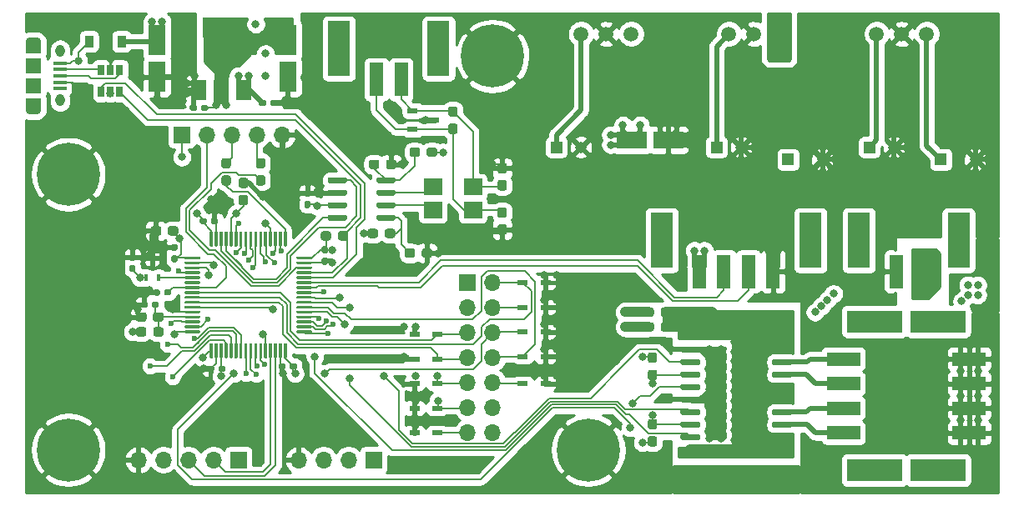
<source format=gbr>
%TF.GenerationSoftware,KiCad,Pcbnew,(5.1.10)-1*%
%TF.CreationDate,2021-09-02T18:58:15+01:00*%
%TF.ProjectId,RDH,5244482e-6b69-4636-9164-5f7063625858,rev?*%
%TF.SameCoordinates,Original*%
%TF.FileFunction,Copper,L1,Top*%
%TF.FilePolarity,Positive*%
%FSLAX46Y46*%
G04 Gerber Fmt 4.6, Leading zero omitted, Abs format (unit mm)*
G04 Created by KiCad (PCBNEW (5.1.10)-1) date 2021-09-02 18:58:15*
%MOMM*%
%LPD*%
G01*
G04 APERTURE LIST*
%TA.AperFunction,ComponentPad*%
%ADD10C,0.800000*%
%TD*%
%TA.AperFunction,ComponentPad*%
%ADD11C,6.400000*%
%TD*%
%TA.AperFunction,SMDPad,CuDef*%
%ADD12R,3.050000X1.800000*%
%TD*%
%TA.AperFunction,SMDPad,CuDef*%
%ADD13R,1.800000X3.050000*%
%TD*%
%TA.AperFunction,ComponentPad*%
%ADD14C,1.150000*%
%TD*%
%TA.AperFunction,ComponentPad*%
%ADD15R,1.150000X1.150000*%
%TD*%
%TA.AperFunction,ComponentPad*%
%ADD16C,1.200000*%
%TD*%
%TA.AperFunction,ComponentPad*%
%ADD17R,1.200000X1.200000*%
%TD*%
%TA.AperFunction,SMDPad,CuDef*%
%ADD18R,1.100000X0.500000*%
%TD*%
%TA.AperFunction,SMDPad,CuDef*%
%ADD19R,0.900000X1.200000*%
%TD*%
%TA.AperFunction,SMDPad,CuDef*%
%ADD20R,1.050000X0.600000*%
%TD*%
%TA.AperFunction,ComponentPad*%
%ADD21C,1.500000*%
%TD*%
%TA.AperFunction,ComponentPad*%
%ADD22O,1.550000X0.890000*%
%TD*%
%TA.AperFunction,SMDPad,CuDef*%
%ADD23R,1.550000X1.200000*%
%TD*%
%TA.AperFunction,SMDPad,CuDef*%
%ADD24R,1.550000X1.500000*%
%TD*%
%TA.AperFunction,ComponentPad*%
%ADD25O,0.950000X1.250000*%
%TD*%
%TA.AperFunction,SMDPad,CuDef*%
%ADD26R,1.350000X0.400000*%
%TD*%
%TA.AperFunction,ComponentPad*%
%ADD27R,1.700000X1.700000*%
%TD*%
%TA.AperFunction,ComponentPad*%
%ADD28O,1.700000X1.700000*%
%TD*%
%TA.AperFunction,SMDPad,CuDef*%
%ADD29R,1.400000X3.400000*%
%TD*%
%TA.AperFunction,SMDPad,CuDef*%
%ADD30R,2.300000X5.600000*%
%TD*%
%TA.AperFunction,SMDPad,CuDef*%
%ADD31R,3.400000X1.400000*%
%TD*%
%TA.AperFunction,SMDPad,CuDef*%
%ADD32R,5.600000X2.300000*%
%TD*%
%TA.AperFunction,SMDPad,CuDef*%
%ADD33R,1.850000X1.700000*%
%TD*%
%TA.AperFunction,SMDPad,CuDef*%
%ADD34R,3.800000X2.000000*%
%TD*%
%TA.AperFunction,SMDPad,CuDef*%
%ADD35R,1.500000X2.000000*%
%TD*%
%TA.AperFunction,SMDPad,CuDef*%
%ADD36R,0.650000X1.060000*%
%TD*%
%TA.AperFunction,SMDPad,CuDef*%
%ADD37R,0.450000X0.700000*%
%TD*%
%TA.AperFunction,ViaPad*%
%ADD38C,0.800000*%
%TD*%
%TA.AperFunction,ViaPad*%
%ADD39C,0.550000*%
%TD*%
%TA.AperFunction,ViaPad*%
%ADD40C,0.600000*%
%TD*%
%TA.AperFunction,Conductor*%
%ADD41C,0.200000*%
%TD*%
%TA.AperFunction,Conductor*%
%ADD42C,0.500000*%
%TD*%
%TA.AperFunction,Conductor*%
%ADD43C,0.160000*%
%TD*%
%TA.AperFunction,Conductor*%
%ADD44C,1.000000*%
%TD*%
%TA.AperFunction,Conductor*%
%ADD45C,0.254000*%
%TD*%
%TA.AperFunction,Conductor*%
%ADD46C,0.100000*%
%TD*%
G04 APERTURE END LIST*
D10*
%TO.P,H4,1*%
%TO.N,GND*%
X84447056Y-93302944D03*
X82750000Y-92600000D03*
X81052944Y-93302944D03*
X80350000Y-95000000D03*
X81052944Y-96697056D03*
X82750000Y-97400000D03*
X84447056Y-96697056D03*
X85150000Y-95000000D03*
D11*
X82750000Y-95000000D03*
%TD*%
D10*
%TO.P,H3,1*%
%TO.N,GND*%
X74697056Y-53302944D03*
X73000000Y-52600000D03*
X71302944Y-53302944D03*
X70600000Y-55000000D03*
X71302944Y-56697056D03*
X73000000Y-57400000D03*
X74697056Y-56697056D03*
X75400000Y-55000000D03*
D11*
X73000000Y-55000000D03*
%TD*%
D10*
%TO.P,H2,1*%
%TO.N,GND*%
X31697056Y-93302944D03*
X30000000Y-92600000D03*
X28302944Y-93302944D03*
X27600000Y-95000000D03*
X28302944Y-96697056D03*
X30000000Y-97400000D03*
X31697056Y-96697056D03*
X32400000Y-95000000D03*
D11*
X30000000Y-95000000D03*
%TD*%
D10*
%TO.P,H1,1*%
%TO.N,GND*%
X31697056Y-65302944D03*
X30000000Y-64600000D03*
X28302944Y-65302944D03*
X27600000Y-67000000D03*
X28302944Y-68697056D03*
X30000000Y-69400000D03*
X31697056Y-68697056D03*
X32400000Y-67000000D03*
D11*
X30000000Y-67000000D03*
%TD*%
%TO.P,C1,2*%
%TO.N,GND*%
%TA.AperFunction,SMDPad,CuDef*%
G36*
G01*
X50450000Y-59905000D02*
X50450000Y-59595000D01*
G75*
G02*
X50605000Y-59440000I155000J0D01*
G01*
X51030000Y-59440000D01*
G75*
G02*
X51185000Y-59595000I0J-155000D01*
G01*
X51185000Y-59905000D01*
G75*
G02*
X51030000Y-60060000I-155000J0D01*
G01*
X50605000Y-60060000D01*
G75*
G02*
X50450000Y-59905000I0J155000D01*
G01*
G37*
%TD.AperFunction*%
%TO.P,C1,1*%
%TO.N,+5V*%
%TA.AperFunction,SMDPad,CuDef*%
G36*
G01*
X49315000Y-59905000D02*
X49315000Y-59595000D01*
G75*
G02*
X49470000Y-59440000I155000J0D01*
G01*
X49895000Y-59440000D01*
G75*
G02*
X50050000Y-59595000I0J-155000D01*
G01*
X50050000Y-59905000D01*
G75*
G02*
X49895000Y-60060000I-155000J0D01*
G01*
X49470000Y-60060000D01*
G75*
G02*
X49315000Y-59905000I0J155000D01*
G01*
G37*
%TD.AperFunction*%
%TD*%
D12*
%TO.P,C2,2*%
%TO.N,GND*%
X90850000Y-63500000D03*
%TO.P,C2,1*%
%TO.N,+5V*%
X87150000Y-63500000D03*
%TD*%
D13*
%TO.P,C3,1*%
%TO.N,+3V3*%
X52250000Y-53400000D03*
%TO.P,C3,2*%
%TO.N,GND*%
X52250000Y-57100000D03*
%TD*%
%TO.P,C4,1*%
%TO.N,+3V3*%
%TA.AperFunction,SMDPad,CuDef*%
G36*
G01*
X54405000Y-70435000D02*
X54095000Y-70435000D01*
G75*
G02*
X53940000Y-70280000I0J155000D01*
G01*
X53940000Y-69855000D01*
G75*
G02*
X54095000Y-69700000I155000J0D01*
G01*
X54405000Y-69700000D01*
G75*
G02*
X54560000Y-69855000I0J-155000D01*
G01*
X54560000Y-70280000D01*
G75*
G02*
X54405000Y-70435000I-155000J0D01*
G01*
G37*
%TD.AperFunction*%
%TO.P,C4,2*%
%TO.N,GND*%
%TA.AperFunction,SMDPad,CuDef*%
G36*
G01*
X54405000Y-69300000D02*
X54095000Y-69300000D01*
G75*
G02*
X53940000Y-69145000I0J155000D01*
G01*
X53940000Y-68720000D01*
G75*
G02*
X54095000Y-68565000I155000J0D01*
G01*
X54405000Y-68565000D01*
G75*
G02*
X54560000Y-68720000I0J-155000D01*
G01*
X54560000Y-69145000D01*
G75*
G02*
X54405000Y-69300000I-155000J0D01*
G01*
G37*
%TD.AperFunction*%
%TD*%
D14*
%TO.P,C5,2*%
%TO.N,GND*%
X113750000Y-64250000D03*
D15*
%TO.P,C5,1*%
%TO.N,+BATT*%
X111250000Y-64250000D03*
%TD*%
D13*
%TO.P,C6,1*%
%TO.N,+5V*%
X39000000Y-53400000D03*
%TO.P,C6,2*%
%TO.N,GND*%
X39000000Y-57100000D03*
%TD*%
D15*
%TO.P,C7,1*%
%TO.N,+BATT*%
X95750000Y-64250000D03*
D14*
%TO.P,C7,2*%
%TO.N,GND*%
X98250000Y-64250000D03*
%TD*%
%TO.P,C8,1*%
%TO.N,GND*%
%TA.AperFunction,SMDPad,CuDef*%
G36*
G01*
X56155000Y-76185000D02*
X55845000Y-76185000D01*
G75*
G02*
X55690000Y-76030000I0J155000D01*
G01*
X55690000Y-75605000D01*
G75*
G02*
X55845000Y-75450000I155000J0D01*
G01*
X56155000Y-75450000D01*
G75*
G02*
X56310000Y-75605000I0J-155000D01*
G01*
X56310000Y-76030000D01*
G75*
G02*
X56155000Y-76185000I-155000J0D01*
G01*
G37*
%TD.AperFunction*%
%TO.P,C8,2*%
%TO.N,+3V3*%
%TA.AperFunction,SMDPad,CuDef*%
G36*
G01*
X56155000Y-75050000D02*
X55845000Y-75050000D01*
G75*
G02*
X55690000Y-74895000I0J155000D01*
G01*
X55690000Y-74470000D01*
G75*
G02*
X55845000Y-74315000I155000J0D01*
G01*
X56155000Y-74315000D01*
G75*
G02*
X56310000Y-74470000I0J-155000D01*
G01*
X56310000Y-74895000D01*
G75*
G02*
X56155000Y-75050000I-155000J0D01*
G01*
G37*
%TD.AperFunction*%
%TD*%
D16*
%TO.P,C9,2*%
%TO.N,GND*%
X122000000Y-65500000D03*
D17*
%TO.P,C9,1*%
%TO.N,+12V*%
X118500000Y-65500000D03*
%TD*%
%TO.P,C10,1*%
%TO.N,+3V3*%
%TA.AperFunction,SMDPad,CuDef*%
G36*
G01*
X41150000Y-72512500D02*
X41150000Y-72987500D01*
G75*
G02*
X40912500Y-73225000I-237500J0D01*
G01*
X40312500Y-73225000D01*
G75*
G02*
X40075000Y-72987500I0J237500D01*
G01*
X40075000Y-72512500D01*
G75*
G02*
X40312500Y-72275000I237500J0D01*
G01*
X40912500Y-72275000D01*
G75*
G02*
X41150000Y-72512500I0J-237500D01*
G01*
G37*
%TD.AperFunction*%
%TO.P,C10,2*%
%TO.N,GND*%
%TA.AperFunction,SMDPad,CuDef*%
G36*
G01*
X39425000Y-72512500D02*
X39425000Y-72987500D01*
G75*
G02*
X39187500Y-73225000I-237500J0D01*
G01*
X38587500Y-73225000D01*
G75*
G02*
X38350000Y-72987500I0J237500D01*
G01*
X38350000Y-72512500D01*
G75*
G02*
X38587500Y-72275000I237500J0D01*
G01*
X39187500Y-72275000D01*
G75*
G02*
X39425000Y-72512500I0J-237500D01*
G01*
G37*
%TD.AperFunction*%
%TD*%
%TO.P,C11,2*%
%TO.N,GND*%
%TA.AperFunction,SMDPad,CuDef*%
G36*
G01*
X43050000Y-60095000D02*
X43050000Y-60405000D01*
G75*
G02*
X42895000Y-60560000I-155000J0D01*
G01*
X42470000Y-60560000D01*
G75*
G02*
X42315000Y-60405000I0J155000D01*
G01*
X42315000Y-60095000D01*
G75*
G02*
X42470000Y-59940000I155000J0D01*
G01*
X42895000Y-59940000D01*
G75*
G02*
X43050000Y-60095000I0J-155000D01*
G01*
G37*
%TD.AperFunction*%
%TO.P,C11,1*%
%TO.N,+3V3*%
%TA.AperFunction,SMDPad,CuDef*%
G36*
G01*
X44185000Y-60095000D02*
X44185000Y-60405000D01*
G75*
G02*
X44030000Y-60560000I-155000J0D01*
G01*
X43605000Y-60560000D01*
G75*
G02*
X43450000Y-60405000I0J155000D01*
G01*
X43450000Y-60095000D01*
G75*
G02*
X43605000Y-59940000I155000J0D01*
G01*
X44030000Y-59940000D01*
G75*
G02*
X44185000Y-60095000I0J-155000D01*
G01*
G37*
%TD.AperFunction*%
%TD*%
%TO.P,C12,1*%
%TO.N,+3V3*%
%TA.AperFunction,SMDPad,CuDef*%
G36*
G01*
X43315000Y-71905000D02*
X43315000Y-71595000D01*
G75*
G02*
X43470000Y-71440000I155000J0D01*
G01*
X43895000Y-71440000D01*
G75*
G02*
X44050000Y-71595000I0J-155000D01*
G01*
X44050000Y-71905000D01*
G75*
G02*
X43895000Y-72060000I-155000J0D01*
G01*
X43470000Y-72060000D01*
G75*
G02*
X43315000Y-71905000I0J155000D01*
G01*
G37*
%TD.AperFunction*%
%TO.P,C12,2*%
%TO.N,GND*%
%TA.AperFunction,SMDPad,CuDef*%
G36*
G01*
X44450000Y-71905000D02*
X44450000Y-71595000D01*
G75*
G02*
X44605000Y-71440000I155000J0D01*
G01*
X45030000Y-71440000D01*
G75*
G02*
X45185000Y-71595000I0J-155000D01*
G01*
X45185000Y-71905000D01*
G75*
G02*
X45030000Y-72060000I-155000J0D01*
G01*
X44605000Y-72060000D01*
G75*
G02*
X44450000Y-71905000I0J155000D01*
G01*
G37*
%TD.AperFunction*%
%TD*%
D15*
%TO.P,C13,1*%
%TO.N,+BATT*%
X79500000Y-64250000D03*
D14*
%TO.P,C13,2*%
%TO.N,GND*%
X82000000Y-64250000D03*
%TD*%
%TO.P,C14,2*%
%TO.N,GND*%
%TA.AperFunction,SMDPad,CuDef*%
G36*
G01*
X40905000Y-74800000D02*
X40595000Y-74800000D01*
G75*
G02*
X40440000Y-74645000I0J155000D01*
G01*
X40440000Y-74220000D01*
G75*
G02*
X40595000Y-74065000I155000J0D01*
G01*
X40905000Y-74065000D01*
G75*
G02*
X41060000Y-74220000I0J-155000D01*
G01*
X41060000Y-74645000D01*
G75*
G02*
X40905000Y-74800000I-155000J0D01*
G01*
G37*
%TD.AperFunction*%
%TO.P,C14,1*%
%TO.N,+3V3*%
%TA.AperFunction,SMDPad,CuDef*%
G36*
G01*
X40905000Y-75935000D02*
X40595000Y-75935000D01*
G75*
G02*
X40440000Y-75780000I0J155000D01*
G01*
X40440000Y-75355000D01*
G75*
G02*
X40595000Y-75200000I155000J0D01*
G01*
X40905000Y-75200000D01*
G75*
G02*
X41060000Y-75355000I0J-155000D01*
G01*
X41060000Y-75780000D01*
G75*
G02*
X40905000Y-75935000I-155000J0D01*
G01*
G37*
%TD.AperFunction*%
%TD*%
%TO.P,C15,2*%
%TO.N,GND*%
%TA.AperFunction,SMDPad,CuDef*%
G36*
G01*
X36655000Y-75800000D02*
X36345000Y-75800000D01*
G75*
G02*
X36190000Y-75645000I0J155000D01*
G01*
X36190000Y-75220000D01*
G75*
G02*
X36345000Y-75065000I155000J0D01*
G01*
X36655000Y-75065000D01*
G75*
G02*
X36810000Y-75220000I0J-155000D01*
G01*
X36810000Y-75645000D01*
G75*
G02*
X36655000Y-75800000I-155000J0D01*
G01*
G37*
%TD.AperFunction*%
%TO.P,C15,1*%
%TO.N,+3V3*%
%TA.AperFunction,SMDPad,CuDef*%
G36*
G01*
X36655000Y-76935000D02*
X36345000Y-76935000D01*
G75*
G02*
X36190000Y-76780000I0J155000D01*
G01*
X36190000Y-76355000D01*
G75*
G02*
X36345000Y-76200000I155000J0D01*
G01*
X36655000Y-76200000D01*
G75*
G02*
X36810000Y-76355000I0J-155000D01*
G01*
X36810000Y-76780000D01*
G75*
G02*
X36655000Y-76935000I-155000J0D01*
G01*
G37*
%TD.AperFunction*%
%TD*%
%TO.P,C16,1*%
%TO.N,+3V3*%
%TA.AperFunction,SMDPad,CuDef*%
G36*
G01*
X45935000Y-86595000D02*
X45935000Y-86905000D01*
G75*
G02*
X45780000Y-87060000I-155000J0D01*
G01*
X45355000Y-87060000D01*
G75*
G02*
X45200000Y-86905000I0J155000D01*
G01*
X45200000Y-86595000D01*
G75*
G02*
X45355000Y-86440000I155000J0D01*
G01*
X45780000Y-86440000D01*
G75*
G02*
X45935000Y-86595000I0J-155000D01*
G01*
G37*
%TD.AperFunction*%
%TO.P,C16,2*%
%TO.N,GND*%
%TA.AperFunction,SMDPad,CuDef*%
G36*
G01*
X44800000Y-86595000D02*
X44800000Y-86905000D01*
G75*
G02*
X44645000Y-87060000I-155000J0D01*
G01*
X44220000Y-87060000D01*
G75*
G02*
X44065000Y-86905000I0J155000D01*
G01*
X44065000Y-86595000D01*
G75*
G02*
X44220000Y-86440000I155000J0D01*
G01*
X44645000Y-86440000D01*
G75*
G02*
X44800000Y-86595000I0J-155000D01*
G01*
G37*
%TD.AperFunction*%
%TD*%
D17*
%TO.P,C17,1*%
%TO.N,JRK_12V*%
X103000000Y-65500000D03*
D16*
%TO.P,C17,2*%
%TO.N,GND*%
X106500000Y-65500000D03*
%TD*%
%TO.P,C18,2*%
%TO.N,GND*%
%TA.AperFunction,SMDPad,CuDef*%
G36*
G01*
X37925000Y-81262500D02*
X37925000Y-81737500D01*
G75*
G02*
X37687500Y-81975000I-237500J0D01*
G01*
X37087500Y-81975000D01*
G75*
G02*
X36850000Y-81737500I0J237500D01*
G01*
X36850000Y-81262500D01*
G75*
G02*
X37087500Y-81025000I237500J0D01*
G01*
X37687500Y-81025000D01*
G75*
G02*
X37925000Y-81262500I0J-237500D01*
G01*
G37*
%TD.AperFunction*%
%TO.P,C18,1*%
%TO.N,+3.3VA*%
%TA.AperFunction,SMDPad,CuDef*%
G36*
G01*
X39650000Y-81262500D02*
X39650000Y-81737500D01*
G75*
G02*
X39412500Y-81975000I-237500J0D01*
G01*
X38812500Y-81975000D01*
G75*
G02*
X38575000Y-81737500I0J237500D01*
G01*
X38575000Y-81262500D01*
G75*
G02*
X38812500Y-81025000I237500J0D01*
G01*
X39412500Y-81025000D01*
G75*
G02*
X39650000Y-81262500I0J-237500D01*
G01*
G37*
%TD.AperFunction*%
%TD*%
%TO.P,C19,2*%
%TO.N,GND*%
%TA.AperFunction,SMDPad,CuDef*%
G36*
G01*
X38050000Y-80095000D02*
X38050000Y-80405000D01*
G75*
G02*
X37895000Y-80560000I-155000J0D01*
G01*
X37470000Y-80560000D01*
G75*
G02*
X37315000Y-80405000I0J155000D01*
G01*
X37315000Y-80095000D01*
G75*
G02*
X37470000Y-79940000I155000J0D01*
G01*
X37895000Y-79940000D01*
G75*
G02*
X38050000Y-80095000I0J-155000D01*
G01*
G37*
%TD.AperFunction*%
%TO.P,C19,1*%
%TO.N,+3.3VA*%
%TA.AperFunction,SMDPad,CuDef*%
G36*
G01*
X39185000Y-80095000D02*
X39185000Y-80405000D01*
G75*
G02*
X39030000Y-80560000I-155000J0D01*
G01*
X38605000Y-80560000D01*
G75*
G02*
X38450000Y-80405000I0J155000D01*
G01*
X38450000Y-80095000D01*
G75*
G02*
X38605000Y-79940000I155000J0D01*
G01*
X39030000Y-79940000D01*
G75*
G02*
X39185000Y-80095000I0J-155000D01*
G01*
G37*
%TD.AperFunction*%
%TD*%
%TO.P,C20,1*%
%TO.N,NRST*%
%TA.AperFunction,SMDPad,CuDef*%
G36*
G01*
X40435000Y-78845000D02*
X40435000Y-79155000D01*
G75*
G02*
X40280000Y-79310000I-155000J0D01*
G01*
X39855000Y-79310000D01*
G75*
G02*
X39700000Y-79155000I0J155000D01*
G01*
X39700000Y-78845000D01*
G75*
G02*
X39855000Y-78690000I155000J0D01*
G01*
X40280000Y-78690000D01*
G75*
G02*
X40435000Y-78845000I0J-155000D01*
G01*
G37*
%TD.AperFunction*%
%TO.P,C20,2*%
%TO.N,GND*%
%TA.AperFunction,SMDPad,CuDef*%
G36*
G01*
X39300000Y-78845000D02*
X39300000Y-79155000D01*
G75*
G02*
X39145000Y-79310000I-155000J0D01*
G01*
X38720000Y-79310000D01*
G75*
G02*
X38565000Y-79155000I0J155000D01*
G01*
X38565000Y-78845000D01*
G75*
G02*
X38720000Y-78690000I155000J0D01*
G01*
X39145000Y-78690000D01*
G75*
G02*
X39300000Y-78845000I0J-155000D01*
G01*
G37*
%TD.AperFunction*%
%TD*%
%TO.P,C21,1*%
%TO.N,GND*%
%TA.AperFunction,SMDPad,CuDef*%
G36*
G01*
X73762500Y-65850000D02*
X74237500Y-65850000D01*
G75*
G02*
X74475000Y-66087500I0J-237500D01*
G01*
X74475000Y-66687500D01*
G75*
G02*
X74237500Y-66925000I-237500J0D01*
G01*
X73762500Y-66925000D01*
G75*
G02*
X73525000Y-66687500I0J237500D01*
G01*
X73525000Y-66087500D01*
G75*
G02*
X73762500Y-65850000I237500J0D01*
G01*
G37*
%TD.AperFunction*%
%TO.P,C21,2*%
%TO.N,CANH_CONN*%
%TA.AperFunction,SMDPad,CuDef*%
G36*
G01*
X73762500Y-67575000D02*
X74237500Y-67575000D01*
G75*
G02*
X74475000Y-67812500I0J-237500D01*
G01*
X74475000Y-68412500D01*
G75*
G02*
X74237500Y-68650000I-237500J0D01*
G01*
X73762500Y-68650000D01*
G75*
G02*
X73525000Y-68412500I0J237500D01*
G01*
X73525000Y-67812500D01*
G75*
G02*
X73762500Y-67575000I237500J0D01*
G01*
G37*
%TD.AperFunction*%
%TD*%
%TO.P,C22,2*%
%TO.N,GND*%
%TA.AperFunction,SMDPad,CuDef*%
G36*
G01*
X73762500Y-72075000D02*
X74237500Y-72075000D01*
G75*
G02*
X74475000Y-72312500I0J-237500D01*
G01*
X74475000Y-72912500D01*
G75*
G02*
X74237500Y-73150000I-237500J0D01*
G01*
X73762500Y-73150000D01*
G75*
G02*
X73525000Y-72912500I0J237500D01*
G01*
X73525000Y-72312500D01*
G75*
G02*
X73762500Y-72075000I237500J0D01*
G01*
G37*
%TD.AperFunction*%
%TO.P,C22,1*%
%TO.N,CANL_CONN*%
%TA.AperFunction,SMDPad,CuDef*%
G36*
G01*
X73762500Y-70350000D02*
X74237500Y-70350000D01*
G75*
G02*
X74475000Y-70587500I0J-237500D01*
G01*
X74475000Y-71187500D01*
G75*
G02*
X74237500Y-71425000I-237500J0D01*
G01*
X73762500Y-71425000D01*
G75*
G02*
X73525000Y-71187500I0J237500D01*
G01*
X73525000Y-70587500D01*
G75*
G02*
X73762500Y-70350000I237500J0D01*
G01*
G37*
%TD.AperFunction*%
%TD*%
%TO.P,C23,1*%
%TO.N,GND*%
%TA.AperFunction,SMDPad,CuDef*%
G36*
G01*
X51315000Y-86655000D02*
X51315000Y-86345000D01*
G75*
G02*
X51470000Y-86190000I155000J0D01*
G01*
X51895000Y-86190000D01*
G75*
G02*
X52050000Y-86345000I0J-155000D01*
G01*
X52050000Y-86655000D01*
G75*
G02*
X51895000Y-86810000I-155000J0D01*
G01*
X51470000Y-86810000D01*
G75*
G02*
X51315000Y-86655000I0J155000D01*
G01*
G37*
%TD.AperFunction*%
%TO.P,C23,2*%
%TO.N,+3V3*%
%TA.AperFunction,SMDPad,CuDef*%
G36*
G01*
X52450000Y-86655000D02*
X52450000Y-86345000D01*
G75*
G02*
X52605000Y-86190000I155000J0D01*
G01*
X53030000Y-86190000D01*
G75*
G02*
X53185000Y-86345000I0J-155000D01*
G01*
X53185000Y-86655000D01*
G75*
G02*
X53030000Y-86810000I-155000J0D01*
G01*
X52605000Y-86810000D01*
G75*
G02*
X52450000Y-86655000I0J155000D01*
G01*
G37*
%TD.AperFunction*%
%TD*%
D18*
%TO.P,D1,2*%
%TO.N,GND*%
X65100000Y-83250000D03*
%TO.P,D1,1*%
%TO.N,ENC_HV_BIT0*%
X67400000Y-83250000D03*
%TD*%
%TO.P,D2,1*%
%TO.N,ENC_HV_BIT1*%
X76100000Y-78000000D03*
%TO.P,D2,2*%
%TO.N,GND*%
X78400000Y-78000000D03*
%TD*%
%TO.P,D3,2*%
%TO.N,GND*%
X65100000Y-85750000D03*
%TO.P,D3,1*%
%TO.N,ENC_HV_BIT2*%
X67400000Y-85750000D03*
%TD*%
%TO.P,D4,1*%
%TO.N,ENC_HV_BIT3*%
X76100000Y-80500000D03*
%TO.P,D4,2*%
%TO.N,GND*%
X78400000Y-80500000D03*
%TD*%
%TO.P,D5,2*%
%TO.N,GND*%
X65100000Y-88250000D03*
%TO.P,D5,1*%
%TO.N,ENC_HV_BIT4*%
X67400000Y-88250000D03*
%TD*%
%TO.P,D6,1*%
%TO.N,ENC_HV_BIT5*%
X76100000Y-83000000D03*
%TO.P,D6,2*%
%TO.N,GND*%
X78400000Y-83000000D03*
%TD*%
%TO.P,D7,2*%
%TO.N,GND*%
X65100000Y-90750000D03*
%TO.P,D7,1*%
%TO.N,ENC_HV_BIT6*%
X67400000Y-90750000D03*
%TD*%
%TO.P,D8,1*%
%TO.N,ENC_HV_BIT7*%
X76100000Y-85500000D03*
%TO.P,D8,2*%
%TO.N,GND*%
X78400000Y-85500000D03*
%TD*%
%TO.P,D9,2*%
%TO.N,GND*%
X65100000Y-93250000D03*
%TO.P,D9,1*%
%TO.N,ENC_HV_BIT8*%
X67400000Y-93250000D03*
%TD*%
%TO.P,D10,1*%
%TO.N,ENC_HV_BIT9*%
X76100000Y-88250000D03*
%TO.P,D10,2*%
%TO.N,GND*%
X78400000Y-88250000D03*
%TD*%
D19*
%TO.P,D11,1*%
%TO.N,+5V*%
X35400000Y-53500000D03*
%TO.P,D11,2*%
%TO.N,Net-(D11-Pad2)*%
X32100000Y-53500000D03*
%TD*%
D20*
%TO.P,D12,1*%
%TO.N,CANH_CONN*%
X64900000Y-60550000D03*
%TO.P,D12,2*%
%TO.N,CANL_CONN*%
X64900000Y-62450000D03*
%TO.P,D12,3*%
%TO.N,GND*%
X67100000Y-61500000D03*
%TD*%
D21*
%TO.P,J1,3*%
%TO.N,+5V*%
X87080000Y-52750000D03*
%TO.P,J1,2*%
%TO.N,GND*%
X84540000Y-52750000D03*
%TO.P,J1,1*%
%TO.N,+BATT*%
X82000000Y-52750000D03*
%TD*%
%TO.P,J2,1*%
%TO.N,+BATT*%
X112000000Y-52750000D03*
%TO.P,J2,2*%
%TO.N,GND*%
X114540000Y-52750000D03*
%TO.P,J2,3*%
%TO.N,+12V*%
X117080000Y-52750000D03*
%TD*%
%TO.P,J3,1*%
%TO.N,+BATT*%
X97000000Y-52750000D03*
%TO.P,J3,2*%
%TO.N,GND*%
X99540000Y-52750000D03*
%TO.P,J3,3*%
%TO.N,JRK_12V*%
X102080000Y-52750000D03*
%TD*%
D22*
%TO.P,J4,6*%
%TO.N,N/C*%
X26450000Y-60500000D03*
X26450000Y-53500000D03*
D23*
X26450000Y-59900000D03*
X26450000Y-54100000D03*
D24*
X26450000Y-58000000D03*
X26450000Y-56000000D03*
D25*
X29150000Y-59500000D03*
X29150000Y-54500000D03*
D26*
%TO.P,J4,5*%
%TO.N,Net-(J4-Pad5)*%
X29150000Y-58300000D03*
%TO.P,J4,4*%
%TO.N,GND*%
X29150000Y-57650000D03*
%TO.P,J4,3*%
%TO.N,USB_IN_D+*%
X29150000Y-57000000D03*
%TO.P,J4,2*%
%TO.N,USB_IN_D-*%
X29150000Y-56350000D03*
%TO.P,J4,1*%
%TO.N,Net-(D11-Pad2)*%
X29150000Y-55700000D03*
%TD*%
D27*
%TO.P,J5,1*%
%TO.N,+3V3*%
X47250000Y-96000000D03*
D28*
%TO.P,J5,2*%
%TO.N,IR_TX*%
X44710000Y-96000000D03*
%TO.P,J5,3*%
%TO.N,IR_RX*%
X42170000Y-96000000D03*
%TO.P,J5,4*%
%TO.N,IR_SD*%
X39630000Y-96000000D03*
%TO.P,J5,5*%
%TO.N,GND*%
X37090000Y-96000000D03*
%TD*%
%TO.P,J7,5*%
%TO.N,GND*%
X51660000Y-63000000D03*
%TO.P,J7,4*%
%TO.N,Net-(J7-Pad4)*%
X49120000Y-63000000D03*
%TO.P,J7,3*%
%TO.N,Net-(J7-Pad3)*%
X46580000Y-63000000D03*
%TO.P,J7,2*%
%TO.N,NRST*%
X44040000Y-63000000D03*
D27*
%TO.P,J7,1*%
%TO.N,+3V3*%
X41500000Y-63000000D03*
%TD*%
%TO.P,J8,1*%
%TO.N,+12V*%
X70500000Y-78000000D03*
D28*
%TO.P,J8,2*%
%TO.N,ENC_HV_BIT1*%
X73040000Y-78000000D03*
%TO.P,J8,3*%
%TO.N,Net-(J8-Pad3)*%
X70500000Y-80540000D03*
%TO.P,J8,4*%
%TO.N,ENC_HV_BIT3*%
X73040000Y-80540000D03*
%TO.P,J8,5*%
%TO.N,ENC_HV_BIT0*%
X70500000Y-83080000D03*
%TO.P,J8,6*%
%TO.N,ENC_HV_BIT5*%
X73040000Y-83080000D03*
%TO.P,J8,7*%
%TO.N,ENC_HV_BIT2*%
X70500000Y-85620000D03*
%TO.P,J8,8*%
%TO.N,ENC_HV_BIT7*%
X73040000Y-85620000D03*
%TO.P,J8,9*%
%TO.N,ENC_HV_BIT4*%
X70500000Y-88160000D03*
%TO.P,J8,10*%
%TO.N,ENC_HV_BIT9*%
X73040000Y-88160000D03*
%TO.P,J8,11*%
%TO.N,ENC_HV_BIT6*%
X70500000Y-90700000D03*
%TO.P,J8,12*%
%TO.N,Net-(J8-Pad12)*%
X73040000Y-90700000D03*
%TO.P,J8,13*%
%TO.N,ENC_HV_BIT8*%
X70500000Y-93240000D03*
%TO.P,J8,14*%
%TO.N,GND*%
X73040000Y-93240000D03*
%TD*%
D29*
%TO.P,J10,2*%
%TO.N,+BATT*%
X116500000Y-76880000D03*
%TO.P,J10,1*%
%TO.N,GND*%
X114000000Y-76880000D03*
D30*
%TO.P,J10,MP*%
%TO.N,N/C*%
X120300000Y-73720000D03*
X110200000Y-73720000D03*
%TD*%
%TO.P,J11,MP*%
%TO.N,N/C*%
X57450000Y-54220000D03*
X67550000Y-54220000D03*
D29*
%TO.P,J11,1*%
%TO.N,CANL_CONN*%
X61250000Y-57380000D03*
%TO.P,J11,2*%
%TO.N,CANH_CONN*%
X63750000Y-57380000D03*
%TD*%
D30*
%TO.P,J12,MP*%
%TO.N,N/C*%
X90200000Y-73720000D03*
X105300000Y-73720000D03*
D29*
%TO.P,J12,1*%
%TO.N,JRK_12V*%
X94000000Y-76880000D03*
%TO.P,J12,2*%
%TO.N,jrk_RX*%
X96500000Y-76880000D03*
%TO.P,J12,3*%
%TO.N,jrk_TX*%
X99000000Y-76880000D03*
%TO.P,J12,4*%
%TO.N,GND*%
X101500000Y-76880000D03*
%TD*%
D27*
%TO.P,J13,1*%
%TO.N,+3V3*%
X60960000Y-96012000D03*
D28*
%TO.P,J13,2*%
%TO.N,UART2_RX*%
X58420000Y-96012000D03*
%TO.P,J13,3*%
%TO.N,UART2_TX*%
X55880000Y-96012000D03*
%TO.P,J13,4*%
%TO.N,GND*%
X53340000Y-96012000D03*
%TD*%
D31*
%TO.P,J14,4*%
%TO.N,GND*%
X121380000Y-85750000D03*
%TO.P,J14,3*%
X121380000Y-88250000D03*
%TO.P,J14,2*%
X121380000Y-90750000D03*
%TO.P,J14,1*%
X121380000Y-93250000D03*
D32*
%TO.P,J14,MP*%
%TO.N,N/C*%
X118220000Y-81950000D03*
X118220000Y-97050000D03*
%TD*%
%TO.P,J15,MP*%
%TO.N,N/C*%
X111780000Y-81950000D03*
X111780000Y-97050000D03*
D31*
%TO.P,J15,1*%
%TO.N,HV_OUT1*%
X108620000Y-85750000D03*
%TO.P,J15,2*%
%TO.N,HV_OUT2*%
X108620000Y-88250000D03*
%TO.P,J15,3*%
%TO.N,HV_OUT3*%
X108620000Y-90750000D03*
%TO.P,J15,4*%
%TO.N,HV_OUT4*%
X108620000Y-93250000D03*
%TD*%
%TO.P,L1,1*%
%TO.N,+3V3*%
%TA.AperFunction,SMDPad,CuDef*%
G36*
G01*
X36850000Y-83237500D02*
X36850000Y-82762500D01*
G75*
G02*
X37087500Y-82525000I237500J0D01*
G01*
X37662500Y-82525000D01*
G75*
G02*
X37900000Y-82762500I0J-237500D01*
G01*
X37900000Y-83237500D01*
G75*
G02*
X37662500Y-83475000I-237500J0D01*
G01*
X37087500Y-83475000D01*
G75*
G02*
X36850000Y-83237500I0J237500D01*
G01*
G37*
%TD.AperFunction*%
%TO.P,L1,2*%
%TO.N,+3.3VA*%
%TA.AperFunction,SMDPad,CuDef*%
G36*
G01*
X38600000Y-83237500D02*
X38600000Y-82762500D01*
G75*
G02*
X38837500Y-82525000I237500J0D01*
G01*
X39412500Y-82525000D01*
G75*
G02*
X39650000Y-82762500I0J-237500D01*
G01*
X39650000Y-83237500D01*
G75*
G02*
X39412500Y-83475000I-237500J0D01*
G01*
X38837500Y-83475000D01*
G75*
G02*
X38600000Y-83237500I0J237500D01*
G01*
G37*
%TD.AperFunction*%
%TD*%
D33*
%TO.P,L2,1*%
%TO.N,CANL*%
X66975000Y-70600000D03*
%TO.P,L2,2*%
%TO.N,CANL_CONN*%
X71025000Y-70600000D03*
%TO.P,L2,3*%
%TO.N,CANH_CONN*%
X71025000Y-68300000D03*
%TO.P,L2,4*%
%TO.N,CANH*%
X66975000Y-68300000D03*
%TD*%
%TO.P,R1,2*%
%TO.N,GND*%
%TA.AperFunction,SMDPad,CuDef*%
G36*
G01*
X47987500Y-68400000D02*
X47512500Y-68400000D01*
G75*
G02*
X47275000Y-68162500I0J237500D01*
G01*
X47275000Y-67587500D01*
G75*
G02*
X47512500Y-67350000I237500J0D01*
G01*
X47987500Y-67350000D01*
G75*
G02*
X48225000Y-67587500I0J-237500D01*
G01*
X48225000Y-68162500D01*
G75*
G02*
X47987500Y-68400000I-237500J0D01*
G01*
G37*
%TD.AperFunction*%
%TO.P,R1,1*%
%TO.N,BOOT0*%
%TA.AperFunction,SMDPad,CuDef*%
G36*
G01*
X47987500Y-70150000D02*
X47512500Y-70150000D01*
G75*
G02*
X47275000Y-69912500I0J237500D01*
G01*
X47275000Y-69337500D01*
G75*
G02*
X47512500Y-69100000I237500J0D01*
G01*
X47987500Y-69100000D01*
G75*
G02*
X48225000Y-69337500I0J-237500D01*
G01*
X48225000Y-69912500D01*
G75*
G02*
X47987500Y-70150000I-237500J0D01*
G01*
G37*
%TD.AperFunction*%
%TD*%
%TO.P,R2,1*%
%TO.N,+3V3*%
%TA.AperFunction,SMDPad,CuDef*%
G36*
G01*
X55600000Y-73487500D02*
X55600000Y-73012500D01*
G75*
G02*
X55837500Y-72775000I237500J0D01*
G01*
X56412500Y-72775000D01*
G75*
G02*
X56650000Y-73012500I0J-237500D01*
G01*
X56650000Y-73487500D01*
G75*
G02*
X56412500Y-73725000I-237500J0D01*
G01*
X55837500Y-73725000D01*
G75*
G02*
X55600000Y-73487500I0J237500D01*
G01*
G37*
%TD.AperFunction*%
%TO.P,R2,2*%
%TO.N,USB_D+*%
%TA.AperFunction,SMDPad,CuDef*%
G36*
G01*
X57350000Y-73487500D02*
X57350000Y-73012500D01*
G75*
G02*
X57587500Y-72775000I237500J0D01*
G01*
X58162500Y-72775000D01*
G75*
G02*
X58400000Y-73012500I0J-237500D01*
G01*
X58400000Y-73487500D01*
G75*
G02*
X58162500Y-73725000I-237500J0D01*
G01*
X57587500Y-73725000D01*
G75*
G02*
X57350000Y-73487500I0J237500D01*
G01*
G37*
%TD.AperFunction*%
%TD*%
%TO.P,R3,2*%
%TO.N,ST_3-4*%
%TA.AperFunction,SMDPad,CuDef*%
G36*
G01*
X89487500Y-92900000D02*
X89012500Y-92900000D01*
G75*
G02*
X88775000Y-92662500I0J237500D01*
G01*
X88775000Y-92087500D01*
G75*
G02*
X89012500Y-91850000I237500J0D01*
G01*
X89487500Y-91850000D01*
G75*
G02*
X89725000Y-92087500I0J-237500D01*
G01*
X89725000Y-92662500D01*
G75*
G02*
X89487500Y-92900000I-237500J0D01*
G01*
G37*
%TD.AperFunction*%
%TO.P,R3,1*%
%TO.N,+3V3*%
%TA.AperFunction,SMDPad,CuDef*%
G36*
G01*
X89487500Y-94650000D02*
X89012500Y-94650000D01*
G75*
G02*
X88775000Y-94412500I0J237500D01*
G01*
X88775000Y-93837500D01*
G75*
G02*
X89012500Y-93600000I237500J0D01*
G01*
X89487500Y-93600000D01*
G75*
G02*
X89725000Y-93837500I0J-237500D01*
G01*
X89725000Y-94412500D01*
G75*
G02*
X89487500Y-94650000I-237500J0D01*
G01*
G37*
%TD.AperFunction*%
%TD*%
%TO.P,R4,2*%
%TO.N,ST_1-2*%
%TA.AperFunction,SMDPad,CuDef*%
G36*
G01*
X89012500Y-86850000D02*
X89487500Y-86850000D01*
G75*
G02*
X89725000Y-87087500I0J-237500D01*
G01*
X89725000Y-87662500D01*
G75*
G02*
X89487500Y-87900000I-237500J0D01*
G01*
X89012500Y-87900000D01*
G75*
G02*
X88775000Y-87662500I0J237500D01*
G01*
X88775000Y-87087500D01*
G75*
G02*
X89012500Y-86850000I237500J0D01*
G01*
G37*
%TD.AperFunction*%
%TO.P,R4,1*%
%TO.N,+3V3*%
%TA.AperFunction,SMDPad,CuDef*%
G36*
G01*
X89012500Y-85100000D02*
X89487500Y-85100000D01*
G75*
G02*
X89725000Y-85337500I0J-237500D01*
G01*
X89725000Y-85912500D01*
G75*
G02*
X89487500Y-86150000I-237500J0D01*
G01*
X89012500Y-86150000D01*
G75*
G02*
X88775000Y-85912500I0J237500D01*
G01*
X88775000Y-85337500D01*
G75*
G02*
X89012500Y-85100000I237500J0D01*
G01*
G37*
%TD.AperFunction*%
%TD*%
%TO.P,R5,2*%
%TO.N,Net-(R5-Pad2)*%
%TA.AperFunction,SMDPad,CuDef*%
G36*
G01*
X90100000Y-82737500D02*
X90100000Y-82262500D01*
G75*
G02*
X90337500Y-82025000I237500J0D01*
G01*
X90912500Y-82025000D01*
G75*
G02*
X91150000Y-82262500I0J-237500D01*
G01*
X91150000Y-82737500D01*
G75*
G02*
X90912500Y-82975000I-237500J0D01*
G01*
X90337500Y-82975000D01*
G75*
G02*
X90100000Y-82737500I0J237500D01*
G01*
G37*
%TD.AperFunction*%
%TO.P,R5,1*%
%TO.N,+BATT*%
%TA.AperFunction,SMDPad,CuDef*%
G36*
G01*
X88350000Y-82737500D02*
X88350000Y-82262500D01*
G75*
G02*
X88587500Y-82025000I237500J0D01*
G01*
X89162500Y-82025000D01*
G75*
G02*
X89400000Y-82262500I0J-237500D01*
G01*
X89400000Y-82737500D01*
G75*
G02*
X89162500Y-82975000I-237500J0D01*
G01*
X88587500Y-82975000D01*
G75*
G02*
X88350000Y-82737500I0J237500D01*
G01*
G37*
%TD.AperFunction*%
%TD*%
%TO.P,R6,1*%
%TO.N,+12V*%
%TA.AperFunction,SMDPad,CuDef*%
G36*
G01*
X88350000Y-81237500D02*
X88350000Y-80762500D01*
G75*
G02*
X88587500Y-80525000I237500J0D01*
G01*
X89162500Y-80525000D01*
G75*
G02*
X89400000Y-80762500I0J-237500D01*
G01*
X89400000Y-81237500D01*
G75*
G02*
X89162500Y-81475000I-237500J0D01*
G01*
X88587500Y-81475000D01*
G75*
G02*
X88350000Y-81237500I0J237500D01*
G01*
G37*
%TD.AperFunction*%
%TO.P,R6,2*%
%TO.N,Net-(R5-Pad2)*%
%TA.AperFunction,SMDPad,CuDef*%
G36*
G01*
X90100000Y-81237500D02*
X90100000Y-80762500D01*
G75*
G02*
X90337500Y-80525000I237500J0D01*
G01*
X90912500Y-80525000D01*
G75*
G02*
X91150000Y-80762500I0J-237500D01*
G01*
X91150000Y-81237500D01*
G75*
G02*
X90912500Y-81475000I-237500J0D01*
G01*
X90337500Y-81475000D01*
G75*
G02*
X90100000Y-81237500I0J237500D01*
G01*
G37*
%TD.AperFunction*%
%TD*%
%TO.P,R7,1*%
%TO.N,EN*%
%TA.AperFunction,SMDPad,CuDef*%
G36*
G01*
X63150000Y-72762500D02*
X63150000Y-73237500D01*
G75*
G02*
X62912500Y-73475000I-237500J0D01*
G01*
X62337500Y-73475000D01*
G75*
G02*
X62100000Y-73237500I0J237500D01*
G01*
X62100000Y-72762500D01*
G75*
G02*
X62337500Y-72525000I237500J0D01*
G01*
X62912500Y-72525000D01*
G75*
G02*
X63150000Y-72762500I0J-237500D01*
G01*
G37*
%TD.AperFunction*%
%TO.P,R7,2*%
%TO.N,+3V3*%
%TA.AperFunction,SMDPad,CuDef*%
G36*
G01*
X61400000Y-72762500D02*
X61400000Y-73237500D01*
G75*
G02*
X61162500Y-73475000I-237500J0D01*
G01*
X60587500Y-73475000D01*
G75*
G02*
X60350000Y-73237500I0J237500D01*
G01*
X60350000Y-72762500D01*
G75*
G02*
X60587500Y-72525000I237500J0D01*
G01*
X61162500Y-72525000D01*
G75*
G02*
X61400000Y-72762500I0J-237500D01*
G01*
G37*
%TD.AperFunction*%
%TD*%
%TO.P,R8,2*%
%TO.N,GND*%
%TA.AperFunction,SMDPad,CuDef*%
G36*
G01*
X65850000Y-75237500D02*
X65850000Y-74762500D01*
G75*
G02*
X66087500Y-74525000I237500J0D01*
G01*
X66662500Y-74525000D01*
G75*
G02*
X66900000Y-74762500I0J-237500D01*
G01*
X66900000Y-75237500D01*
G75*
G02*
X66662500Y-75475000I-237500J0D01*
G01*
X66087500Y-75475000D01*
G75*
G02*
X65850000Y-75237500I0J237500D01*
G01*
G37*
%TD.AperFunction*%
%TO.P,R8,1*%
%TO.N,EN*%
%TA.AperFunction,SMDPad,CuDef*%
G36*
G01*
X64100000Y-75237500D02*
X64100000Y-74762500D01*
G75*
G02*
X64337500Y-74525000I237500J0D01*
G01*
X64912500Y-74525000D01*
G75*
G02*
X65150000Y-74762500I0J-237500D01*
G01*
X65150000Y-75237500D01*
G75*
G02*
X64912500Y-75475000I-237500J0D01*
G01*
X64337500Y-75475000D01*
G75*
G02*
X64100000Y-75237500I0J237500D01*
G01*
G37*
%TD.AperFunction*%
%TD*%
%TO.P,R9,1*%
%TO.N,Net-(J7-Pad3)*%
%TA.AperFunction,SMDPad,CuDef*%
G36*
G01*
X45762500Y-65350000D02*
X46237500Y-65350000D01*
G75*
G02*
X46475000Y-65587500I0J-237500D01*
G01*
X46475000Y-66162500D01*
G75*
G02*
X46237500Y-66400000I-237500J0D01*
G01*
X45762500Y-66400000D01*
G75*
G02*
X45525000Y-66162500I0J237500D01*
G01*
X45525000Y-65587500D01*
G75*
G02*
X45762500Y-65350000I237500J0D01*
G01*
G37*
%TD.AperFunction*%
%TO.P,R9,2*%
%TO.N,SWCLK*%
%TA.AperFunction,SMDPad,CuDef*%
G36*
G01*
X45762500Y-67100000D02*
X46237500Y-67100000D01*
G75*
G02*
X46475000Y-67337500I0J-237500D01*
G01*
X46475000Y-67912500D01*
G75*
G02*
X46237500Y-68150000I-237500J0D01*
G01*
X45762500Y-68150000D01*
G75*
G02*
X45525000Y-67912500I0J237500D01*
G01*
X45525000Y-67337500D01*
G75*
G02*
X45762500Y-67100000I237500J0D01*
G01*
G37*
%TD.AperFunction*%
%TD*%
%TO.P,R10,1*%
%TO.N,Net-(J7-Pad4)*%
%TA.AperFunction,SMDPad,CuDef*%
G36*
G01*
X49262500Y-65350000D02*
X49737500Y-65350000D01*
G75*
G02*
X49975000Y-65587500I0J-237500D01*
G01*
X49975000Y-66162500D01*
G75*
G02*
X49737500Y-66400000I-237500J0D01*
G01*
X49262500Y-66400000D01*
G75*
G02*
X49025000Y-66162500I0J237500D01*
G01*
X49025000Y-65587500D01*
G75*
G02*
X49262500Y-65350000I237500J0D01*
G01*
G37*
%TD.AperFunction*%
%TO.P,R10,2*%
%TO.N,SWDIO*%
%TA.AperFunction,SMDPad,CuDef*%
G36*
G01*
X49262500Y-67100000D02*
X49737500Y-67100000D01*
G75*
G02*
X49975000Y-67337500I0J-237500D01*
G01*
X49975000Y-67912500D01*
G75*
G02*
X49737500Y-68150000I-237500J0D01*
G01*
X49262500Y-68150000D01*
G75*
G02*
X49025000Y-67912500I0J237500D01*
G01*
X49025000Y-67337500D01*
G75*
G02*
X49262500Y-67100000I237500J0D01*
G01*
G37*
%TD.AperFunction*%
%TD*%
%TO.P,R11,1*%
%TO.N,Rs*%
%TA.AperFunction,SMDPad,CuDef*%
G36*
G01*
X64600000Y-64987500D02*
X64600000Y-64512500D01*
G75*
G02*
X64837500Y-64275000I237500J0D01*
G01*
X65412500Y-64275000D01*
G75*
G02*
X65650000Y-64512500I0J-237500D01*
G01*
X65650000Y-64987500D01*
G75*
G02*
X65412500Y-65225000I-237500J0D01*
G01*
X64837500Y-65225000D01*
G75*
G02*
X64600000Y-64987500I0J237500D01*
G01*
G37*
%TD.AperFunction*%
%TO.P,R11,2*%
%TO.N,+3V3*%
%TA.AperFunction,SMDPad,CuDef*%
G36*
G01*
X66350000Y-64987500D02*
X66350000Y-64512500D01*
G75*
G02*
X66587500Y-64275000I237500J0D01*
G01*
X67162500Y-64275000D01*
G75*
G02*
X67400000Y-64512500I0J-237500D01*
G01*
X67400000Y-64987500D01*
G75*
G02*
X67162500Y-65225000I-237500J0D01*
G01*
X66587500Y-65225000D01*
G75*
G02*
X66350000Y-64987500I0J237500D01*
G01*
G37*
%TD.AperFunction*%
%TD*%
%TO.P,R12,2*%
%TO.N,GND*%
%TA.AperFunction,SMDPad,CuDef*%
G36*
G01*
X62225000Y-66237500D02*
X62225000Y-65762500D01*
G75*
G02*
X62462500Y-65525000I237500J0D01*
G01*
X63037500Y-65525000D01*
G75*
G02*
X63275000Y-65762500I0J-237500D01*
G01*
X63275000Y-66237500D01*
G75*
G02*
X63037500Y-66475000I-237500J0D01*
G01*
X62462500Y-66475000D01*
G75*
G02*
X62225000Y-66237500I0J237500D01*
G01*
G37*
%TD.AperFunction*%
%TO.P,R12,1*%
%TO.N,Rs*%
%TA.AperFunction,SMDPad,CuDef*%
G36*
G01*
X60475000Y-66237500D02*
X60475000Y-65762500D01*
G75*
G02*
X60712500Y-65525000I237500J0D01*
G01*
X61287500Y-65525000D01*
G75*
G02*
X61525000Y-65762500I0J-237500D01*
G01*
X61525000Y-66237500D01*
G75*
G02*
X61287500Y-66475000I-237500J0D01*
G01*
X60712500Y-66475000D01*
G75*
G02*
X60475000Y-66237500I0J237500D01*
G01*
G37*
%TD.AperFunction*%
%TD*%
%TO.P,R13,1*%
%TO.N,CANH_CONN*%
%TA.AperFunction,SMDPad,CuDef*%
G36*
G01*
X68762500Y-60100000D02*
X69237500Y-60100000D01*
G75*
G02*
X69475000Y-60337500I0J-237500D01*
G01*
X69475000Y-60912500D01*
G75*
G02*
X69237500Y-61150000I-237500J0D01*
G01*
X68762500Y-61150000D01*
G75*
G02*
X68525000Y-60912500I0J237500D01*
G01*
X68525000Y-60337500D01*
G75*
G02*
X68762500Y-60100000I237500J0D01*
G01*
G37*
%TD.AperFunction*%
%TO.P,R13,2*%
%TO.N,CANL_CONN*%
%TA.AperFunction,SMDPad,CuDef*%
G36*
G01*
X68762500Y-61850000D02*
X69237500Y-61850000D01*
G75*
G02*
X69475000Y-62087500I0J-237500D01*
G01*
X69475000Y-62662500D01*
G75*
G02*
X69237500Y-62900000I-237500J0D01*
G01*
X68762500Y-62900000D01*
G75*
G02*
X68525000Y-62662500I0J237500D01*
G01*
X68525000Y-62087500D01*
G75*
G02*
X68762500Y-61850000I237500J0D01*
G01*
G37*
%TD.AperFunction*%
%TD*%
D34*
%TO.P,U1,2*%
%TO.N,+3V3*%
X45500000Y-52100000D03*
D35*
X45500000Y-58400000D03*
%TO.P,U1,3*%
%TO.N,+5V*%
X47800000Y-58400000D03*
%TO.P,U1,1*%
%TO.N,GND*%
X43200000Y-58400000D03*
%TD*%
D36*
%TO.P,U2,1*%
%TO.N,USB_IN_D+*%
X35200000Y-56400000D03*
%TO.P,U2,2*%
%TO.N,GND*%
X34250000Y-56400000D03*
%TO.P,U2,3*%
%TO.N,USB_IN_D-*%
X33300000Y-56400000D03*
%TO.P,U2,4*%
%TO.N,USB_D-*%
X33300000Y-58600000D03*
%TO.P,U2,6*%
%TO.N,USB_D+*%
X35200000Y-58600000D03*
%TO.P,U2,5*%
%TO.N,Net-(D11-Pad2)*%
X34250000Y-58600000D03*
%TD*%
D37*
%TO.P,U3,1*%
%TO.N,+3V3*%
X37850000Y-77500000D03*
%TO.P,U3,2*%
%TO.N,HSE_IN*%
X39150000Y-77500000D03*
%TO.P,U3,3*%
%TO.N,GND*%
X38500000Y-75500000D03*
%TD*%
%TO.P,U4,1*%
%TO.N,+3V3*%
%TA.AperFunction,SMDPad,CuDef*%
G36*
G01*
X41800000Y-75575000D02*
X41800000Y-75425000D01*
G75*
G02*
X41875000Y-75350000I75000J0D01*
G01*
X43275000Y-75350000D01*
G75*
G02*
X43350000Y-75425000I0J-75000D01*
G01*
X43350000Y-75575000D01*
G75*
G02*
X43275000Y-75650000I-75000J0D01*
G01*
X41875000Y-75650000D01*
G75*
G02*
X41800000Y-75575000I0J75000D01*
G01*
G37*
%TD.AperFunction*%
%TO.P,U4,2*%
%TO.N,OUT_1*%
%TA.AperFunction,SMDPad,CuDef*%
G36*
G01*
X41800000Y-76075000D02*
X41800000Y-75925000D01*
G75*
G02*
X41875000Y-75850000I75000J0D01*
G01*
X43275000Y-75850000D01*
G75*
G02*
X43350000Y-75925000I0J-75000D01*
G01*
X43350000Y-76075000D01*
G75*
G02*
X43275000Y-76150000I-75000J0D01*
G01*
X41875000Y-76150000D01*
G75*
G02*
X41800000Y-76075000I0J75000D01*
G01*
G37*
%TD.AperFunction*%
%TO.P,U4,3*%
%TO.N,OUT_2*%
%TA.AperFunction,SMDPad,CuDef*%
G36*
G01*
X41800000Y-76575000D02*
X41800000Y-76425000D01*
G75*
G02*
X41875000Y-76350000I75000J0D01*
G01*
X43275000Y-76350000D01*
G75*
G02*
X43350000Y-76425000I0J-75000D01*
G01*
X43350000Y-76575000D01*
G75*
G02*
X43275000Y-76650000I-75000J0D01*
G01*
X41875000Y-76650000D01*
G75*
G02*
X41800000Y-76575000I0J75000D01*
G01*
G37*
%TD.AperFunction*%
%TO.P,U4,4*%
%TO.N,PC15*%
%TA.AperFunction,SMDPad,CuDef*%
G36*
G01*
X41800000Y-77075000D02*
X41800000Y-76925000D01*
G75*
G02*
X41875000Y-76850000I75000J0D01*
G01*
X43275000Y-76850000D01*
G75*
G02*
X43350000Y-76925000I0J-75000D01*
G01*
X43350000Y-77075000D01*
G75*
G02*
X43275000Y-77150000I-75000J0D01*
G01*
X41875000Y-77150000D01*
G75*
G02*
X41800000Y-77075000I0J75000D01*
G01*
G37*
%TD.AperFunction*%
%TO.P,U4,5*%
%TO.N,HSE_IN*%
%TA.AperFunction,SMDPad,CuDef*%
G36*
G01*
X41800000Y-77575000D02*
X41800000Y-77425000D01*
G75*
G02*
X41875000Y-77350000I75000J0D01*
G01*
X43275000Y-77350000D01*
G75*
G02*
X43350000Y-77425000I0J-75000D01*
G01*
X43350000Y-77575000D01*
G75*
G02*
X43275000Y-77650000I-75000J0D01*
G01*
X41875000Y-77650000D01*
G75*
G02*
X41800000Y-77575000I0J75000D01*
G01*
G37*
%TD.AperFunction*%
%TO.P,U4,6*%
%TO.N,Net-(U4-Pad6)*%
%TA.AperFunction,SMDPad,CuDef*%
G36*
G01*
X41800000Y-78075000D02*
X41800000Y-77925000D01*
G75*
G02*
X41875000Y-77850000I75000J0D01*
G01*
X43275000Y-77850000D01*
G75*
G02*
X43350000Y-77925000I0J-75000D01*
G01*
X43350000Y-78075000D01*
G75*
G02*
X43275000Y-78150000I-75000J0D01*
G01*
X41875000Y-78150000D01*
G75*
G02*
X41800000Y-78075000I0J75000D01*
G01*
G37*
%TD.AperFunction*%
%TO.P,U4,7*%
%TO.N,NRST*%
%TA.AperFunction,SMDPad,CuDef*%
G36*
G01*
X41800000Y-78575000D02*
X41800000Y-78425000D01*
G75*
G02*
X41875000Y-78350000I75000J0D01*
G01*
X43275000Y-78350000D01*
G75*
G02*
X43350000Y-78425000I0J-75000D01*
G01*
X43350000Y-78575000D01*
G75*
G02*
X43275000Y-78650000I-75000J0D01*
G01*
X41875000Y-78650000D01*
G75*
G02*
X41800000Y-78575000I0J75000D01*
G01*
G37*
%TD.AperFunction*%
%TO.P,U4,8*%
%TO.N,ENC_HV_BIT0*%
%TA.AperFunction,SMDPad,CuDef*%
G36*
G01*
X41800000Y-79075000D02*
X41800000Y-78925000D01*
G75*
G02*
X41875000Y-78850000I75000J0D01*
G01*
X43275000Y-78850000D01*
G75*
G02*
X43350000Y-78925000I0J-75000D01*
G01*
X43350000Y-79075000D01*
G75*
G02*
X43275000Y-79150000I-75000J0D01*
G01*
X41875000Y-79150000D01*
G75*
G02*
X41800000Y-79075000I0J75000D01*
G01*
G37*
%TD.AperFunction*%
%TO.P,U4,9*%
%TO.N,ENC_HV_BIT1*%
%TA.AperFunction,SMDPad,CuDef*%
G36*
G01*
X41800000Y-79575000D02*
X41800000Y-79425000D01*
G75*
G02*
X41875000Y-79350000I75000J0D01*
G01*
X43275000Y-79350000D01*
G75*
G02*
X43350000Y-79425000I0J-75000D01*
G01*
X43350000Y-79575000D01*
G75*
G02*
X43275000Y-79650000I-75000J0D01*
G01*
X41875000Y-79650000D01*
G75*
G02*
X41800000Y-79575000I0J75000D01*
G01*
G37*
%TD.AperFunction*%
%TO.P,U4,10*%
%TO.N,ENC_HV_BIT2*%
%TA.AperFunction,SMDPad,CuDef*%
G36*
G01*
X41800000Y-80075000D02*
X41800000Y-79925000D01*
G75*
G02*
X41875000Y-79850000I75000J0D01*
G01*
X43275000Y-79850000D01*
G75*
G02*
X43350000Y-79925000I0J-75000D01*
G01*
X43350000Y-80075000D01*
G75*
G02*
X43275000Y-80150000I-75000J0D01*
G01*
X41875000Y-80150000D01*
G75*
G02*
X41800000Y-80075000I0J75000D01*
G01*
G37*
%TD.AperFunction*%
%TO.P,U4,11*%
%TO.N,ENC_HV_BIT3*%
%TA.AperFunction,SMDPad,CuDef*%
G36*
G01*
X41800000Y-80575000D02*
X41800000Y-80425000D01*
G75*
G02*
X41875000Y-80350000I75000J0D01*
G01*
X43275000Y-80350000D01*
G75*
G02*
X43350000Y-80425000I0J-75000D01*
G01*
X43350000Y-80575000D01*
G75*
G02*
X43275000Y-80650000I-75000J0D01*
G01*
X41875000Y-80650000D01*
G75*
G02*
X41800000Y-80575000I0J75000D01*
G01*
G37*
%TD.AperFunction*%
%TO.P,U4,12*%
%TO.N,GND*%
%TA.AperFunction,SMDPad,CuDef*%
G36*
G01*
X41800000Y-81075000D02*
X41800000Y-80925000D01*
G75*
G02*
X41875000Y-80850000I75000J0D01*
G01*
X43275000Y-80850000D01*
G75*
G02*
X43350000Y-80925000I0J-75000D01*
G01*
X43350000Y-81075000D01*
G75*
G02*
X43275000Y-81150000I-75000J0D01*
G01*
X41875000Y-81150000D01*
G75*
G02*
X41800000Y-81075000I0J75000D01*
G01*
G37*
%TD.AperFunction*%
%TO.P,U4,13*%
%TO.N,+3.3VA*%
%TA.AperFunction,SMDPad,CuDef*%
G36*
G01*
X41800000Y-81575000D02*
X41800000Y-81425000D01*
G75*
G02*
X41875000Y-81350000I75000J0D01*
G01*
X43275000Y-81350000D01*
G75*
G02*
X43350000Y-81425000I0J-75000D01*
G01*
X43350000Y-81575000D01*
G75*
G02*
X43275000Y-81650000I-75000J0D01*
G01*
X41875000Y-81650000D01*
G75*
G02*
X41800000Y-81575000I0J75000D01*
G01*
G37*
%TD.AperFunction*%
%TO.P,U4,14*%
%TO.N,PA0*%
%TA.AperFunction,SMDPad,CuDef*%
G36*
G01*
X41800000Y-82075000D02*
X41800000Y-81925000D01*
G75*
G02*
X41875000Y-81850000I75000J0D01*
G01*
X43275000Y-81850000D01*
G75*
G02*
X43350000Y-81925000I0J-75000D01*
G01*
X43350000Y-82075000D01*
G75*
G02*
X43275000Y-82150000I-75000J0D01*
G01*
X41875000Y-82150000D01*
G75*
G02*
X41800000Y-82075000I0J75000D01*
G01*
G37*
%TD.AperFunction*%
%TO.P,U4,15*%
%TO.N,PA1*%
%TA.AperFunction,SMDPad,CuDef*%
G36*
G01*
X41800000Y-82575000D02*
X41800000Y-82425000D01*
G75*
G02*
X41875000Y-82350000I75000J0D01*
G01*
X43275000Y-82350000D01*
G75*
G02*
X43350000Y-82425000I0J-75000D01*
G01*
X43350000Y-82575000D01*
G75*
G02*
X43275000Y-82650000I-75000J0D01*
G01*
X41875000Y-82650000D01*
G75*
G02*
X41800000Y-82575000I0J75000D01*
G01*
G37*
%TD.AperFunction*%
%TO.P,U4,16*%
%TO.N,UART2_TX*%
%TA.AperFunction,SMDPad,CuDef*%
G36*
G01*
X41800000Y-83075000D02*
X41800000Y-82925000D01*
G75*
G02*
X41875000Y-82850000I75000J0D01*
G01*
X43275000Y-82850000D01*
G75*
G02*
X43350000Y-82925000I0J-75000D01*
G01*
X43350000Y-83075000D01*
G75*
G02*
X43275000Y-83150000I-75000J0D01*
G01*
X41875000Y-83150000D01*
G75*
G02*
X41800000Y-83075000I0J75000D01*
G01*
G37*
%TD.AperFunction*%
%TO.P,U4,17*%
%TO.N,UART2_RX*%
%TA.AperFunction,SMDPad,CuDef*%
G36*
G01*
X44350000Y-85625000D02*
X44350000Y-84225000D01*
G75*
G02*
X44425000Y-84150000I75000J0D01*
G01*
X44575000Y-84150000D01*
G75*
G02*
X44650000Y-84225000I0J-75000D01*
G01*
X44650000Y-85625000D01*
G75*
G02*
X44575000Y-85700000I-75000J0D01*
G01*
X44425000Y-85700000D01*
G75*
G02*
X44350000Y-85625000I0J75000D01*
G01*
G37*
%TD.AperFunction*%
%TO.P,U4,18*%
%TO.N,GND*%
%TA.AperFunction,SMDPad,CuDef*%
G36*
G01*
X44850000Y-85625000D02*
X44850000Y-84225000D01*
G75*
G02*
X44925000Y-84150000I75000J0D01*
G01*
X45075000Y-84150000D01*
G75*
G02*
X45150000Y-84225000I0J-75000D01*
G01*
X45150000Y-85625000D01*
G75*
G02*
X45075000Y-85700000I-75000J0D01*
G01*
X44925000Y-85700000D01*
G75*
G02*
X44850000Y-85625000I0J75000D01*
G01*
G37*
%TD.AperFunction*%
%TO.P,U4,19*%
%TO.N,+3V3*%
%TA.AperFunction,SMDPad,CuDef*%
G36*
G01*
X45350000Y-85625000D02*
X45350000Y-84225000D01*
G75*
G02*
X45425000Y-84150000I75000J0D01*
G01*
X45575000Y-84150000D01*
G75*
G02*
X45650000Y-84225000I0J-75000D01*
G01*
X45650000Y-85625000D01*
G75*
G02*
X45575000Y-85700000I-75000J0D01*
G01*
X45425000Y-85700000D01*
G75*
G02*
X45350000Y-85625000I0J75000D01*
G01*
G37*
%TD.AperFunction*%
%TO.P,U4,20*%
%TO.N,PA4*%
%TA.AperFunction,SMDPad,CuDef*%
G36*
G01*
X45850000Y-85625000D02*
X45850000Y-84225000D01*
G75*
G02*
X45925000Y-84150000I75000J0D01*
G01*
X46075000Y-84150000D01*
G75*
G02*
X46150000Y-84225000I0J-75000D01*
G01*
X46150000Y-85625000D01*
G75*
G02*
X46075000Y-85700000I-75000J0D01*
G01*
X45925000Y-85700000D01*
G75*
G02*
X45850000Y-85625000I0J75000D01*
G01*
G37*
%TD.AperFunction*%
%TO.P,U4,21*%
%TO.N,PA5*%
%TA.AperFunction,SMDPad,CuDef*%
G36*
G01*
X46350000Y-85625000D02*
X46350000Y-84225000D01*
G75*
G02*
X46425000Y-84150000I75000J0D01*
G01*
X46575000Y-84150000D01*
G75*
G02*
X46650000Y-84225000I0J-75000D01*
G01*
X46650000Y-85625000D01*
G75*
G02*
X46575000Y-85700000I-75000J0D01*
G01*
X46425000Y-85700000D01*
G75*
G02*
X46350000Y-85625000I0J75000D01*
G01*
G37*
%TD.AperFunction*%
%TO.P,U4,22*%
%TO.N,PA6*%
%TA.AperFunction,SMDPad,CuDef*%
G36*
G01*
X46850000Y-85625000D02*
X46850000Y-84225000D01*
G75*
G02*
X46925000Y-84150000I75000J0D01*
G01*
X47075000Y-84150000D01*
G75*
G02*
X47150000Y-84225000I0J-75000D01*
G01*
X47150000Y-85625000D01*
G75*
G02*
X47075000Y-85700000I-75000J0D01*
G01*
X46925000Y-85700000D01*
G75*
G02*
X46850000Y-85625000I0J75000D01*
G01*
G37*
%TD.AperFunction*%
%TO.P,U4,23*%
%TO.N,PA7*%
%TA.AperFunction,SMDPad,CuDef*%
G36*
G01*
X47350000Y-85625000D02*
X47350000Y-84225000D01*
G75*
G02*
X47425000Y-84150000I75000J0D01*
G01*
X47575000Y-84150000D01*
G75*
G02*
X47650000Y-84225000I0J-75000D01*
G01*
X47650000Y-85625000D01*
G75*
G02*
X47575000Y-85700000I-75000J0D01*
G01*
X47425000Y-85700000D01*
G75*
G02*
X47350000Y-85625000I0J75000D01*
G01*
G37*
%TD.AperFunction*%
%TO.P,U4,24*%
%TO.N,ENC_HV_BIT4*%
%TA.AperFunction,SMDPad,CuDef*%
G36*
G01*
X47850000Y-85625000D02*
X47850000Y-84225000D01*
G75*
G02*
X47925000Y-84150000I75000J0D01*
G01*
X48075000Y-84150000D01*
G75*
G02*
X48150000Y-84225000I0J-75000D01*
G01*
X48150000Y-85625000D01*
G75*
G02*
X48075000Y-85700000I-75000J0D01*
G01*
X47925000Y-85700000D01*
G75*
G02*
X47850000Y-85625000I0J75000D01*
G01*
G37*
%TD.AperFunction*%
%TO.P,U4,25*%
%TO.N,ENC_HV_BIT5*%
%TA.AperFunction,SMDPad,CuDef*%
G36*
G01*
X48350000Y-85625000D02*
X48350000Y-84225000D01*
G75*
G02*
X48425000Y-84150000I75000J0D01*
G01*
X48575000Y-84150000D01*
G75*
G02*
X48650000Y-84225000I0J-75000D01*
G01*
X48650000Y-85625000D01*
G75*
G02*
X48575000Y-85700000I-75000J0D01*
G01*
X48425000Y-85700000D01*
G75*
G02*
X48350000Y-85625000I0J75000D01*
G01*
G37*
%TD.AperFunction*%
%TO.P,U4,26*%
%TO.N,PB0*%
%TA.AperFunction,SMDPad,CuDef*%
G36*
G01*
X48850000Y-85625000D02*
X48850000Y-84225000D01*
G75*
G02*
X48925000Y-84150000I75000J0D01*
G01*
X49075000Y-84150000D01*
G75*
G02*
X49150000Y-84225000I0J-75000D01*
G01*
X49150000Y-85625000D01*
G75*
G02*
X49075000Y-85700000I-75000J0D01*
G01*
X48925000Y-85700000D01*
G75*
G02*
X48850000Y-85625000I0J75000D01*
G01*
G37*
%TD.AperFunction*%
%TO.P,U4,27*%
%TO.N,PB1*%
%TA.AperFunction,SMDPad,CuDef*%
G36*
G01*
X49350000Y-85625000D02*
X49350000Y-84225000D01*
G75*
G02*
X49425000Y-84150000I75000J0D01*
G01*
X49575000Y-84150000D01*
G75*
G02*
X49650000Y-84225000I0J-75000D01*
G01*
X49650000Y-85625000D01*
G75*
G02*
X49575000Y-85700000I-75000J0D01*
G01*
X49425000Y-85700000D01*
G75*
G02*
X49350000Y-85625000I0J75000D01*
G01*
G37*
%TD.AperFunction*%
%TO.P,U4,28*%
%TO.N,OUT_3*%
%TA.AperFunction,SMDPad,CuDef*%
G36*
G01*
X49850000Y-85625000D02*
X49850000Y-84225000D01*
G75*
G02*
X49925000Y-84150000I75000J0D01*
G01*
X50075000Y-84150000D01*
G75*
G02*
X50150000Y-84225000I0J-75000D01*
G01*
X50150000Y-85625000D01*
G75*
G02*
X50075000Y-85700000I-75000J0D01*
G01*
X49925000Y-85700000D01*
G75*
G02*
X49850000Y-85625000I0J75000D01*
G01*
G37*
%TD.AperFunction*%
%TO.P,U4,29*%
%TO.N,IR_TX*%
%TA.AperFunction,SMDPad,CuDef*%
G36*
G01*
X50350000Y-85625000D02*
X50350000Y-84225000D01*
G75*
G02*
X50425000Y-84150000I75000J0D01*
G01*
X50575000Y-84150000D01*
G75*
G02*
X50650000Y-84225000I0J-75000D01*
G01*
X50650000Y-85625000D01*
G75*
G02*
X50575000Y-85700000I-75000J0D01*
G01*
X50425000Y-85700000D01*
G75*
G02*
X50350000Y-85625000I0J75000D01*
G01*
G37*
%TD.AperFunction*%
%TO.P,U4,30*%
%TO.N,IR_RX*%
%TA.AperFunction,SMDPad,CuDef*%
G36*
G01*
X50850000Y-85625000D02*
X50850000Y-84225000D01*
G75*
G02*
X50925000Y-84150000I75000J0D01*
G01*
X51075000Y-84150000D01*
G75*
G02*
X51150000Y-84225000I0J-75000D01*
G01*
X51150000Y-85625000D01*
G75*
G02*
X51075000Y-85700000I-75000J0D01*
G01*
X50925000Y-85700000D01*
G75*
G02*
X50850000Y-85625000I0J75000D01*
G01*
G37*
%TD.AperFunction*%
%TO.P,U4,31*%
%TO.N,GND*%
%TA.AperFunction,SMDPad,CuDef*%
G36*
G01*
X51350000Y-85625000D02*
X51350000Y-84225000D01*
G75*
G02*
X51425000Y-84150000I75000J0D01*
G01*
X51575000Y-84150000D01*
G75*
G02*
X51650000Y-84225000I0J-75000D01*
G01*
X51650000Y-85625000D01*
G75*
G02*
X51575000Y-85700000I-75000J0D01*
G01*
X51425000Y-85700000D01*
G75*
G02*
X51350000Y-85625000I0J75000D01*
G01*
G37*
%TD.AperFunction*%
%TO.P,U4,32*%
%TO.N,+3V3*%
%TA.AperFunction,SMDPad,CuDef*%
G36*
G01*
X51850000Y-85625000D02*
X51850000Y-84225000D01*
G75*
G02*
X51925000Y-84150000I75000J0D01*
G01*
X52075000Y-84150000D01*
G75*
G02*
X52150000Y-84225000I0J-75000D01*
G01*
X52150000Y-85625000D01*
G75*
G02*
X52075000Y-85700000I-75000J0D01*
G01*
X51925000Y-85700000D01*
G75*
G02*
X51850000Y-85625000I0J75000D01*
G01*
G37*
%TD.AperFunction*%
%TO.P,U4,33*%
%TO.N,PB12*%
%TA.AperFunction,SMDPad,CuDef*%
G36*
G01*
X53150000Y-83075000D02*
X53150000Y-82925000D01*
G75*
G02*
X53225000Y-82850000I75000J0D01*
G01*
X54625000Y-82850000D01*
G75*
G02*
X54700000Y-82925000I0J-75000D01*
G01*
X54700000Y-83075000D01*
G75*
G02*
X54625000Y-83150000I-75000J0D01*
G01*
X53225000Y-83150000D01*
G75*
G02*
X53150000Y-83075000I0J75000D01*
G01*
G37*
%TD.AperFunction*%
%TO.P,U4,34*%
%TO.N,PB13*%
%TA.AperFunction,SMDPad,CuDef*%
G36*
G01*
X53150000Y-82575000D02*
X53150000Y-82425000D01*
G75*
G02*
X53225000Y-82350000I75000J0D01*
G01*
X54625000Y-82350000D01*
G75*
G02*
X54700000Y-82425000I0J-75000D01*
G01*
X54700000Y-82575000D01*
G75*
G02*
X54625000Y-82650000I-75000J0D01*
G01*
X53225000Y-82650000D01*
G75*
G02*
X53150000Y-82575000I0J75000D01*
G01*
G37*
%TD.AperFunction*%
%TO.P,U4,35*%
%TO.N,PB14*%
%TA.AperFunction,SMDPad,CuDef*%
G36*
G01*
X53150000Y-82075000D02*
X53150000Y-81925000D01*
G75*
G02*
X53225000Y-81850000I75000J0D01*
G01*
X54625000Y-81850000D01*
G75*
G02*
X54700000Y-81925000I0J-75000D01*
G01*
X54700000Y-82075000D01*
G75*
G02*
X54625000Y-82150000I-75000J0D01*
G01*
X53225000Y-82150000D01*
G75*
G02*
X53150000Y-82075000I0J75000D01*
G01*
G37*
%TD.AperFunction*%
%TO.P,U4,36*%
%TO.N,PB15*%
%TA.AperFunction,SMDPad,CuDef*%
G36*
G01*
X53150000Y-81575000D02*
X53150000Y-81425000D01*
G75*
G02*
X53225000Y-81350000I75000J0D01*
G01*
X54625000Y-81350000D01*
G75*
G02*
X54700000Y-81425000I0J-75000D01*
G01*
X54700000Y-81575000D01*
G75*
G02*
X54625000Y-81650000I-75000J0D01*
G01*
X53225000Y-81650000D01*
G75*
G02*
X53150000Y-81575000I0J75000D01*
G01*
G37*
%TD.AperFunction*%
%TO.P,U4,37*%
%TO.N,ENC_HV_BIT6*%
%TA.AperFunction,SMDPad,CuDef*%
G36*
G01*
X53150000Y-81075000D02*
X53150000Y-80925000D01*
G75*
G02*
X53225000Y-80850000I75000J0D01*
G01*
X54625000Y-80850000D01*
G75*
G02*
X54700000Y-80925000I0J-75000D01*
G01*
X54700000Y-81075000D01*
G75*
G02*
X54625000Y-81150000I-75000J0D01*
G01*
X53225000Y-81150000D01*
G75*
G02*
X53150000Y-81075000I0J75000D01*
G01*
G37*
%TD.AperFunction*%
%TO.P,U4,38*%
%TO.N,ENC_HV_BIT7*%
%TA.AperFunction,SMDPad,CuDef*%
G36*
G01*
X53150000Y-80575000D02*
X53150000Y-80425000D01*
G75*
G02*
X53225000Y-80350000I75000J0D01*
G01*
X54625000Y-80350000D01*
G75*
G02*
X54700000Y-80425000I0J-75000D01*
G01*
X54700000Y-80575000D01*
G75*
G02*
X54625000Y-80650000I-75000J0D01*
G01*
X53225000Y-80650000D01*
G75*
G02*
X53150000Y-80575000I0J75000D01*
G01*
G37*
%TD.AperFunction*%
%TO.P,U4,39*%
%TO.N,ENC_HV_BIT8*%
%TA.AperFunction,SMDPad,CuDef*%
G36*
G01*
X53150000Y-80075000D02*
X53150000Y-79925000D01*
G75*
G02*
X53225000Y-79850000I75000J0D01*
G01*
X54625000Y-79850000D01*
G75*
G02*
X54700000Y-79925000I0J-75000D01*
G01*
X54700000Y-80075000D01*
G75*
G02*
X54625000Y-80150000I-75000J0D01*
G01*
X53225000Y-80150000D01*
G75*
G02*
X53150000Y-80075000I0J75000D01*
G01*
G37*
%TD.AperFunction*%
%TO.P,U4,40*%
%TO.N,ENC_HV_BIT9*%
%TA.AperFunction,SMDPad,CuDef*%
G36*
G01*
X53150000Y-79575000D02*
X53150000Y-79425000D01*
G75*
G02*
X53225000Y-79350000I75000J0D01*
G01*
X54625000Y-79350000D01*
G75*
G02*
X54700000Y-79425000I0J-75000D01*
G01*
X54700000Y-79575000D01*
G75*
G02*
X54625000Y-79650000I-75000J0D01*
G01*
X53225000Y-79650000D01*
G75*
G02*
X53150000Y-79575000I0J75000D01*
G01*
G37*
%TD.AperFunction*%
%TO.P,U4,41*%
%TO.N,PA8*%
%TA.AperFunction,SMDPad,CuDef*%
G36*
G01*
X53150000Y-79075000D02*
X53150000Y-78925000D01*
G75*
G02*
X53225000Y-78850000I75000J0D01*
G01*
X54625000Y-78850000D01*
G75*
G02*
X54700000Y-78925000I0J-75000D01*
G01*
X54700000Y-79075000D01*
G75*
G02*
X54625000Y-79150000I-75000J0D01*
G01*
X53225000Y-79150000D01*
G75*
G02*
X53150000Y-79075000I0J75000D01*
G01*
G37*
%TD.AperFunction*%
%TO.P,U4,42*%
%TO.N,jrk_TX*%
%TA.AperFunction,SMDPad,CuDef*%
G36*
G01*
X53150000Y-78575000D02*
X53150000Y-78425000D01*
G75*
G02*
X53225000Y-78350000I75000J0D01*
G01*
X54625000Y-78350000D01*
G75*
G02*
X54700000Y-78425000I0J-75000D01*
G01*
X54700000Y-78575000D01*
G75*
G02*
X54625000Y-78650000I-75000J0D01*
G01*
X53225000Y-78650000D01*
G75*
G02*
X53150000Y-78575000I0J75000D01*
G01*
G37*
%TD.AperFunction*%
%TO.P,U4,43*%
%TO.N,jrk_RX*%
%TA.AperFunction,SMDPad,CuDef*%
G36*
G01*
X53150000Y-78075000D02*
X53150000Y-77925000D01*
G75*
G02*
X53225000Y-77850000I75000J0D01*
G01*
X54625000Y-77850000D01*
G75*
G02*
X54700000Y-77925000I0J-75000D01*
G01*
X54700000Y-78075000D01*
G75*
G02*
X54625000Y-78150000I-75000J0D01*
G01*
X53225000Y-78150000D01*
G75*
G02*
X53150000Y-78075000I0J75000D01*
G01*
G37*
%TD.AperFunction*%
%TO.P,U4,44*%
%TO.N,USB_D-*%
%TA.AperFunction,SMDPad,CuDef*%
G36*
G01*
X53150000Y-77575000D02*
X53150000Y-77425000D01*
G75*
G02*
X53225000Y-77350000I75000J0D01*
G01*
X54625000Y-77350000D01*
G75*
G02*
X54700000Y-77425000I0J-75000D01*
G01*
X54700000Y-77575000D01*
G75*
G02*
X54625000Y-77650000I-75000J0D01*
G01*
X53225000Y-77650000D01*
G75*
G02*
X53150000Y-77575000I0J75000D01*
G01*
G37*
%TD.AperFunction*%
%TO.P,U4,45*%
%TO.N,USB_D+*%
%TA.AperFunction,SMDPad,CuDef*%
G36*
G01*
X53150000Y-77075000D02*
X53150000Y-76925000D01*
G75*
G02*
X53225000Y-76850000I75000J0D01*
G01*
X54625000Y-76850000D01*
G75*
G02*
X54700000Y-76925000I0J-75000D01*
G01*
X54700000Y-77075000D01*
G75*
G02*
X54625000Y-77150000I-75000J0D01*
G01*
X53225000Y-77150000D01*
G75*
G02*
X53150000Y-77075000I0J75000D01*
G01*
G37*
%TD.AperFunction*%
%TO.P,U4,46*%
%TO.N,SWDIO*%
%TA.AperFunction,SMDPad,CuDef*%
G36*
G01*
X53150000Y-76575000D02*
X53150000Y-76425000D01*
G75*
G02*
X53225000Y-76350000I75000J0D01*
G01*
X54625000Y-76350000D01*
G75*
G02*
X54700000Y-76425000I0J-75000D01*
G01*
X54700000Y-76575000D01*
G75*
G02*
X54625000Y-76650000I-75000J0D01*
G01*
X53225000Y-76650000D01*
G75*
G02*
X53150000Y-76575000I0J75000D01*
G01*
G37*
%TD.AperFunction*%
%TO.P,U4,47*%
%TO.N,GND*%
%TA.AperFunction,SMDPad,CuDef*%
G36*
G01*
X53150000Y-76075000D02*
X53150000Y-75925000D01*
G75*
G02*
X53225000Y-75850000I75000J0D01*
G01*
X54625000Y-75850000D01*
G75*
G02*
X54700000Y-75925000I0J-75000D01*
G01*
X54700000Y-76075000D01*
G75*
G02*
X54625000Y-76150000I-75000J0D01*
G01*
X53225000Y-76150000D01*
G75*
G02*
X53150000Y-76075000I0J75000D01*
G01*
G37*
%TD.AperFunction*%
%TO.P,U4,48*%
%TO.N,+3V3*%
%TA.AperFunction,SMDPad,CuDef*%
G36*
G01*
X53150000Y-75575000D02*
X53150000Y-75425000D01*
G75*
G02*
X53225000Y-75350000I75000J0D01*
G01*
X54625000Y-75350000D01*
G75*
G02*
X54700000Y-75425000I0J-75000D01*
G01*
X54700000Y-75575000D01*
G75*
G02*
X54625000Y-75650000I-75000J0D01*
G01*
X53225000Y-75650000D01*
G75*
G02*
X53150000Y-75575000I0J75000D01*
G01*
G37*
%TD.AperFunction*%
%TO.P,U4,49*%
%TO.N,SWCLK*%
%TA.AperFunction,SMDPad,CuDef*%
G36*
G01*
X51850000Y-74275000D02*
X51850000Y-72875000D01*
G75*
G02*
X51925000Y-72800000I75000J0D01*
G01*
X52075000Y-72800000D01*
G75*
G02*
X52150000Y-72875000I0J-75000D01*
G01*
X52150000Y-74275000D01*
G75*
G02*
X52075000Y-74350000I-75000J0D01*
G01*
X51925000Y-74350000D01*
G75*
G02*
X51850000Y-74275000I0J75000D01*
G01*
G37*
%TD.AperFunction*%
%TO.P,U4,50*%
%TO.N,PA15*%
%TA.AperFunction,SMDPad,CuDef*%
G36*
G01*
X51350000Y-74275000D02*
X51350000Y-72875000D01*
G75*
G02*
X51425000Y-72800000I75000J0D01*
G01*
X51575000Y-72800000D01*
G75*
G02*
X51650000Y-72875000I0J-75000D01*
G01*
X51650000Y-74275000D01*
G75*
G02*
X51575000Y-74350000I-75000J0D01*
G01*
X51425000Y-74350000D01*
G75*
G02*
X51350000Y-74275000I0J75000D01*
G01*
G37*
%TD.AperFunction*%
%TO.P,U4,51*%
%TO.N,OUT_4*%
%TA.AperFunction,SMDPad,CuDef*%
G36*
G01*
X50850000Y-74275000D02*
X50850000Y-72875000D01*
G75*
G02*
X50925000Y-72800000I75000J0D01*
G01*
X51075000Y-72800000D01*
G75*
G02*
X51150000Y-72875000I0J-75000D01*
G01*
X51150000Y-74275000D01*
G75*
G02*
X51075000Y-74350000I-75000J0D01*
G01*
X50925000Y-74350000D01*
G75*
G02*
X50850000Y-74275000I0J75000D01*
G01*
G37*
%TD.AperFunction*%
%TO.P,U4,52*%
%TO.N,IR_SD*%
%TA.AperFunction,SMDPad,CuDef*%
G36*
G01*
X50350000Y-74275000D02*
X50350000Y-72875000D01*
G75*
G02*
X50425000Y-72800000I75000J0D01*
G01*
X50575000Y-72800000D01*
G75*
G02*
X50650000Y-72875000I0J-75000D01*
G01*
X50650000Y-74275000D01*
G75*
G02*
X50575000Y-74350000I-75000J0D01*
G01*
X50425000Y-74350000D01*
G75*
G02*
X50350000Y-74275000I0J75000D01*
G01*
G37*
%TD.AperFunction*%
%TO.P,U4,53*%
%TO.N,ST_1-2*%
%TA.AperFunction,SMDPad,CuDef*%
G36*
G01*
X49850000Y-74275000D02*
X49850000Y-72875000D01*
G75*
G02*
X49925000Y-72800000I75000J0D01*
G01*
X50075000Y-72800000D01*
G75*
G02*
X50150000Y-72875000I0J-75000D01*
G01*
X50150000Y-74275000D01*
G75*
G02*
X50075000Y-74350000I-75000J0D01*
G01*
X49925000Y-74350000D01*
G75*
G02*
X49850000Y-74275000I0J75000D01*
G01*
G37*
%TD.AperFunction*%
%TO.P,U4,54*%
%TO.N,ST_3-4*%
%TA.AperFunction,SMDPad,CuDef*%
G36*
G01*
X49350000Y-74275000D02*
X49350000Y-72875000D01*
G75*
G02*
X49425000Y-72800000I75000J0D01*
G01*
X49575000Y-72800000D01*
G75*
G02*
X49650000Y-72875000I0J-75000D01*
G01*
X49650000Y-74275000D01*
G75*
G02*
X49575000Y-74350000I-75000J0D01*
G01*
X49425000Y-74350000D01*
G75*
G02*
X49350000Y-74275000I0J75000D01*
G01*
G37*
%TD.AperFunction*%
%TO.P,U4,55*%
%TO.N,PB3*%
%TA.AperFunction,SMDPad,CuDef*%
G36*
G01*
X48850000Y-74275000D02*
X48850000Y-72875000D01*
G75*
G02*
X48925000Y-72800000I75000J0D01*
G01*
X49075000Y-72800000D01*
G75*
G02*
X49150000Y-72875000I0J-75000D01*
G01*
X49150000Y-74275000D01*
G75*
G02*
X49075000Y-74350000I-75000J0D01*
G01*
X48925000Y-74350000D01*
G75*
G02*
X48850000Y-74275000I0J75000D01*
G01*
G37*
%TD.AperFunction*%
%TO.P,U4,56*%
%TO.N,PB4*%
%TA.AperFunction,SMDPad,CuDef*%
G36*
G01*
X48350000Y-74275000D02*
X48350000Y-72875000D01*
G75*
G02*
X48425000Y-72800000I75000J0D01*
G01*
X48575000Y-72800000D01*
G75*
G02*
X48650000Y-72875000I0J-75000D01*
G01*
X48650000Y-74275000D01*
G75*
G02*
X48575000Y-74350000I-75000J0D01*
G01*
X48425000Y-74350000D01*
G75*
G02*
X48350000Y-74275000I0J75000D01*
G01*
G37*
%TD.AperFunction*%
%TO.P,U4,57*%
%TO.N,PB5*%
%TA.AperFunction,SMDPad,CuDef*%
G36*
G01*
X47850000Y-74275000D02*
X47850000Y-72875000D01*
G75*
G02*
X47925000Y-72800000I75000J0D01*
G01*
X48075000Y-72800000D01*
G75*
G02*
X48150000Y-72875000I0J-75000D01*
G01*
X48150000Y-74275000D01*
G75*
G02*
X48075000Y-74350000I-75000J0D01*
G01*
X47925000Y-74350000D01*
G75*
G02*
X47850000Y-74275000I0J75000D01*
G01*
G37*
%TD.AperFunction*%
%TO.P,U4,58*%
%TO.N,PB6*%
%TA.AperFunction,SMDPad,CuDef*%
G36*
G01*
X47350000Y-74275000D02*
X47350000Y-72875000D01*
G75*
G02*
X47425000Y-72800000I75000J0D01*
G01*
X47575000Y-72800000D01*
G75*
G02*
X47650000Y-72875000I0J-75000D01*
G01*
X47650000Y-74275000D01*
G75*
G02*
X47575000Y-74350000I-75000J0D01*
G01*
X47425000Y-74350000D01*
G75*
G02*
X47350000Y-74275000I0J75000D01*
G01*
G37*
%TD.AperFunction*%
%TO.P,U4,59*%
%TO.N,PB7*%
%TA.AperFunction,SMDPad,CuDef*%
G36*
G01*
X46850000Y-74275000D02*
X46850000Y-72875000D01*
G75*
G02*
X46925000Y-72800000I75000J0D01*
G01*
X47075000Y-72800000D01*
G75*
G02*
X47150000Y-72875000I0J-75000D01*
G01*
X47150000Y-74275000D01*
G75*
G02*
X47075000Y-74350000I-75000J0D01*
G01*
X46925000Y-74350000D01*
G75*
G02*
X46850000Y-74275000I0J75000D01*
G01*
G37*
%TD.AperFunction*%
%TO.P,U4,60*%
%TO.N,BOOT0*%
%TA.AperFunction,SMDPad,CuDef*%
G36*
G01*
X46350000Y-74275000D02*
X46350000Y-72875000D01*
G75*
G02*
X46425000Y-72800000I75000J0D01*
G01*
X46575000Y-72800000D01*
G75*
G02*
X46650000Y-72875000I0J-75000D01*
G01*
X46650000Y-74275000D01*
G75*
G02*
X46575000Y-74350000I-75000J0D01*
G01*
X46425000Y-74350000D01*
G75*
G02*
X46350000Y-74275000I0J75000D01*
G01*
G37*
%TD.AperFunction*%
%TO.P,U4,61*%
%TO.N,CAN_R*%
%TA.AperFunction,SMDPad,CuDef*%
G36*
G01*
X45850000Y-74275000D02*
X45850000Y-72875000D01*
G75*
G02*
X45925000Y-72800000I75000J0D01*
G01*
X46075000Y-72800000D01*
G75*
G02*
X46150000Y-72875000I0J-75000D01*
G01*
X46150000Y-74275000D01*
G75*
G02*
X46075000Y-74350000I-75000J0D01*
G01*
X45925000Y-74350000D01*
G75*
G02*
X45850000Y-74275000I0J75000D01*
G01*
G37*
%TD.AperFunction*%
%TO.P,U4,62*%
%TO.N,CAN_D*%
%TA.AperFunction,SMDPad,CuDef*%
G36*
G01*
X45350000Y-74275000D02*
X45350000Y-72875000D01*
G75*
G02*
X45425000Y-72800000I75000J0D01*
G01*
X45575000Y-72800000D01*
G75*
G02*
X45650000Y-72875000I0J-75000D01*
G01*
X45650000Y-74275000D01*
G75*
G02*
X45575000Y-74350000I-75000J0D01*
G01*
X45425000Y-74350000D01*
G75*
G02*
X45350000Y-74275000I0J75000D01*
G01*
G37*
%TD.AperFunction*%
%TO.P,U4,63*%
%TO.N,GND*%
%TA.AperFunction,SMDPad,CuDef*%
G36*
G01*
X44850000Y-74275000D02*
X44850000Y-72875000D01*
G75*
G02*
X44925000Y-72800000I75000J0D01*
G01*
X45075000Y-72800000D01*
G75*
G02*
X45150000Y-72875000I0J-75000D01*
G01*
X45150000Y-74275000D01*
G75*
G02*
X45075000Y-74350000I-75000J0D01*
G01*
X44925000Y-74350000D01*
G75*
G02*
X44850000Y-74275000I0J75000D01*
G01*
G37*
%TD.AperFunction*%
%TO.P,U4,64*%
%TO.N,+3V3*%
%TA.AperFunction,SMDPad,CuDef*%
G36*
G01*
X44350000Y-74275000D02*
X44350000Y-72875000D01*
G75*
G02*
X44425000Y-72800000I75000J0D01*
G01*
X44575000Y-72800000D01*
G75*
G02*
X44650000Y-72875000I0J-75000D01*
G01*
X44650000Y-74275000D01*
G75*
G02*
X44575000Y-74350000I-75000J0D01*
G01*
X44425000Y-74350000D01*
G75*
G02*
X44350000Y-74275000I0J75000D01*
G01*
G37*
%TD.AperFunction*%
%TD*%
%TO.P,U5,1*%
%TO.N,Net-(R5-Pad2)*%
%TA.AperFunction,SMDPad,CuDef*%
G36*
G01*
X92075000Y-83685000D02*
X92075000Y-83385000D01*
G75*
G02*
X92225000Y-83235000I150000J0D01*
G01*
X93975000Y-83235000D01*
G75*
G02*
X94125000Y-83385000I0J-150000D01*
G01*
X94125000Y-83685000D01*
G75*
G02*
X93975000Y-83835000I-150000J0D01*
G01*
X92225000Y-83835000D01*
G75*
G02*
X92075000Y-83685000I0J150000D01*
G01*
G37*
%TD.AperFunction*%
%TO.P,U5,2*%
%TO.N,GND*%
%TA.AperFunction,SMDPad,CuDef*%
G36*
G01*
X92075000Y-84955000D02*
X92075000Y-84655000D01*
G75*
G02*
X92225000Y-84505000I150000J0D01*
G01*
X93975000Y-84505000D01*
G75*
G02*
X94125000Y-84655000I0J-150000D01*
G01*
X94125000Y-84955000D01*
G75*
G02*
X93975000Y-85105000I-150000J0D01*
G01*
X92225000Y-85105000D01*
G75*
G02*
X92075000Y-84955000I0J150000D01*
G01*
G37*
%TD.AperFunction*%
%TO.P,U5,3*%
%TO.N,OUT_1*%
%TA.AperFunction,SMDPad,CuDef*%
G36*
G01*
X92075000Y-86225000D02*
X92075000Y-85925000D01*
G75*
G02*
X92225000Y-85775000I150000J0D01*
G01*
X93975000Y-85775000D01*
G75*
G02*
X94125000Y-85925000I0J-150000D01*
G01*
X94125000Y-86225000D01*
G75*
G02*
X93975000Y-86375000I-150000J0D01*
G01*
X92225000Y-86375000D01*
G75*
G02*
X92075000Y-86225000I0J150000D01*
G01*
G37*
%TD.AperFunction*%
%TO.P,U5,4*%
%TO.N,ST_1-2*%
%TA.AperFunction,SMDPad,CuDef*%
G36*
G01*
X92075000Y-87495000D02*
X92075000Y-87195000D01*
G75*
G02*
X92225000Y-87045000I150000J0D01*
G01*
X93975000Y-87045000D01*
G75*
G02*
X94125000Y-87195000I0J-150000D01*
G01*
X94125000Y-87495000D01*
G75*
G02*
X93975000Y-87645000I-150000J0D01*
G01*
X92225000Y-87645000D01*
G75*
G02*
X92075000Y-87495000I0J150000D01*
G01*
G37*
%TD.AperFunction*%
%TO.P,U5,5*%
%TO.N,OUT_2*%
%TA.AperFunction,SMDPad,CuDef*%
G36*
G01*
X92075000Y-88765000D02*
X92075000Y-88465000D01*
G75*
G02*
X92225000Y-88315000I150000J0D01*
G01*
X93975000Y-88315000D01*
G75*
G02*
X94125000Y-88465000I0J-150000D01*
G01*
X94125000Y-88765000D01*
G75*
G02*
X93975000Y-88915000I-150000J0D01*
G01*
X92225000Y-88915000D01*
G75*
G02*
X92075000Y-88765000I0J150000D01*
G01*
G37*
%TD.AperFunction*%
%TO.P,U5,6*%
%TO.N,GND*%
%TA.AperFunction,SMDPad,CuDef*%
G36*
G01*
X92075000Y-90035000D02*
X92075000Y-89735000D01*
G75*
G02*
X92225000Y-89585000I150000J0D01*
G01*
X93975000Y-89585000D01*
G75*
G02*
X94125000Y-89735000I0J-150000D01*
G01*
X94125000Y-90035000D01*
G75*
G02*
X93975000Y-90185000I-150000J0D01*
G01*
X92225000Y-90185000D01*
G75*
G02*
X92075000Y-90035000I0J150000D01*
G01*
G37*
%TD.AperFunction*%
%TO.P,U5,7*%
%TO.N,OUT_3*%
%TA.AperFunction,SMDPad,CuDef*%
G36*
G01*
X92075000Y-91305000D02*
X92075000Y-91005000D01*
G75*
G02*
X92225000Y-90855000I150000J0D01*
G01*
X93975000Y-90855000D01*
G75*
G02*
X94125000Y-91005000I0J-150000D01*
G01*
X94125000Y-91305000D01*
G75*
G02*
X93975000Y-91455000I-150000J0D01*
G01*
X92225000Y-91455000D01*
G75*
G02*
X92075000Y-91305000I0J150000D01*
G01*
G37*
%TD.AperFunction*%
%TO.P,U5,8*%
%TO.N,ST_3-4*%
%TA.AperFunction,SMDPad,CuDef*%
G36*
G01*
X92075000Y-92575000D02*
X92075000Y-92275000D01*
G75*
G02*
X92225000Y-92125000I150000J0D01*
G01*
X93975000Y-92125000D01*
G75*
G02*
X94125000Y-92275000I0J-150000D01*
G01*
X94125000Y-92575000D01*
G75*
G02*
X93975000Y-92725000I-150000J0D01*
G01*
X92225000Y-92725000D01*
G75*
G02*
X92075000Y-92575000I0J150000D01*
G01*
G37*
%TD.AperFunction*%
%TO.P,U5,9*%
%TO.N,OUT_4*%
%TA.AperFunction,SMDPad,CuDef*%
G36*
G01*
X92075000Y-93845000D02*
X92075000Y-93545000D01*
G75*
G02*
X92225000Y-93395000I150000J0D01*
G01*
X93975000Y-93395000D01*
G75*
G02*
X94125000Y-93545000I0J-150000D01*
G01*
X94125000Y-93845000D01*
G75*
G02*
X93975000Y-93995000I-150000J0D01*
G01*
X92225000Y-93995000D01*
G75*
G02*
X92075000Y-93845000I0J150000D01*
G01*
G37*
%TD.AperFunction*%
%TO.P,U5,10*%
%TO.N,Net-(R5-Pad2)*%
%TA.AperFunction,SMDPad,CuDef*%
G36*
G01*
X92075000Y-95115000D02*
X92075000Y-94815000D01*
G75*
G02*
X92225000Y-94665000I150000J0D01*
G01*
X93975000Y-94665000D01*
G75*
G02*
X94125000Y-94815000I0J-150000D01*
G01*
X94125000Y-95115000D01*
G75*
G02*
X93975000Y-95265000I-150000J0D01*
G01*
X92225000Y-95265000D01*
G75*
G02*
X92075000Y-95115000I0J150000D01*
G01*
G37*
%TD.AperFunction*%
%TO.P,U5,11*%
%TA.AperFunction,SMDPad,CuDef*%
G36*
G01*
X101375000Y-95115000D02*
X101375000Y-94815000D01*
G75*
G02*
X101525000Y-94665000I150000J0D01*
G01*
X103275000Y-94665000D01*
G75*
G02*
X103425000Y-94815000I0J-150000D01*
G01*
X103425000Y-95115000D01*
G75*
G02*
X103275000Y-95265000I-150000J0D01*
G01*
X101525000Y-95265000D01*
G75*
G02*
X101375000Y-95115000I0J150000D01*
G01*
G37*
%TD.AperFunction*%
%TO.P,U5,12*%
%TA.AperFunction,SMDPad,CuDef*%
G36*
G01*
X101375000Y-93845000D02*
X101375000Y-93545000D01*
G75*
G02*
X101525000Y-93395000I150000J0D01*
G01*
X103275000Y-93395000D01*
G75*
G02*
X103425000Y-93545000I0J-150000D01*
G01*
X103425000Y-93845000D01*
G75*
G02*
X103275000Y-93995000I-150000J0D01*
G01*
X101525000Y-93995000D01*
G75*
G02*
X101375000Y-93845000I0J150000D01*
G01*
G37*
%TD.AperFunction*%
%TO.P,U5,13*%
%TO.N,HV_OUT4*%
%TA.AperFunction,SMDPad,CuDef*%
G36*
G01*
X101375000Y-92575000D02*
X101375000Y-92275000D01*
G75*
G02*
X101525000Y-92125000I150000J0D01*
G01*
X103275000Y-92125000D01*
G75*
G02*
X103425000Y-92275000I0J-150000D01*
G01*
X103425000Y-92575000D01*
G75*
G02*
X103275000Y-92725000I-150000J0D01*
G01*
X101525000Y-92725000D01*
G75*
G02*
X101375000Y-92575000I0J150000D01*
G01*
G37*
%TD.AperFunction*%
%TO.P,U5,14*%
%TO.N,HV_OUT3*%
%TA.AperFunction,SMDPad,CuDef*%
G36*
G01*
X101375000Y-91305000D02*
X101375000Y-91005000D01*
G75*
G02*
X101525000Y-90855000I150000J0D01*
G01*
X103275000Y-90855000D01*
G75*
G02*
X103425000Y-91005000I0J-150000D01*
G01*
X103425000Y-91305000D01*
G75*
G02*
X103275000Y-91455000I-150000J0D01*
G01*
X101525000Y-91455000D01*
G75*
G02*
X101375000Y-91305000I0J150000D01*
G01*
G37*
%TD.AperFunction*%
%TO.P,U5,15*%
%TO.N,Net-(R5-Pad2)*%
%TA.AperFunction,SMDPad,CuDef*%
G36*
G01*
X101375000Y-90035000D02*
X101375000Y-89735000D01*
G75*
G02*
X101525000Y-89585000I150000J0D01*
G01*
X103275000Y-89585000D01*
G75*
G02*
X103425000Y-89735000I0J-150000D01*
G01*
X103425000Y-90035000D01*
G75*
G02*
X103275000Y-90185000I-150000J0D01*
G01*
X101525000Y-90185000D01*
G75*
G02*
X101375000Y-90035000I0J150000D01*
G01*
G37*
%TD.AperFunction*%
%TO.P,U5,16*%
%TA.AperFunction,SMDPad,CuDef*%
G36*
G01*
X101375000Y-88765000D02*
X101375000Y-88465000D01*
G75*
G02*
X101525000Y-88315000I150000J0D01*
G01*
X103275000Y-88315000D01*
G75*
G02*
X103425000Y-88465000I0J-150000D01*
G01*
X103425000Y-88765000D01*
G75*
G02*
X103275000Y-88915000I-150000J0D01*
G01*
X101525000Y-88915000D01*
G75*
G02*
X101375000Y-88765000I0J150000D01*
G01*
G37*
%TD.AperFunction*%
%TO.P,U5,17*%
%TO.N,HV_OUT2*%
%TA.AperFunction,SMDPad,CuDef*%
G36*
G01*
X101375000Y-87495000D02*
X101375000Y-87195000D01*
G75*
G02*
X101525000Y-87045000I150000J0D01*
G01*
X103275000Y-87045000D01*
G75*
G02*
X103425000Y-87195000I0J-150000D01*
G01*
X103425000Y-87495000D01*
G75*
G02*
X103275000Y-87645000I-150000J0D01*
G01*
X101525000Y-87645000D01*
G75*
G02*
X101375000Y-87495000I0J150000D01*
G01*
G37*
%TD.AperFunction*%
%TO.P,U5,18*%
%TO.N,HV_OUT1*%
%TA.AperFunction,SMDPad,CuDef*%
G36*
G01*
X101375000Y-86225000D02*
X101375000Y-85925000D01*
G75*
G02*
X101525000Y-85775000I150000J0D01*
G01*
X103275000Y-85775000D01*
G75*
G02*
X103425000Y-85925000I0J-150000D01*
G01*
X103425000Y-86225000D01*
G75*
G02*
X103275000Y-86375000I-150000J0D01*
G01*
X101525000Y-86375000D01*
G75*
G02*
X101375000Y-86225000I0J150000D01*
G01*
G37*
%TD.AperFunction*%
%TO.P,U5,19*%
%TO.N,Net-(R5-Pad2)*%
%TA.AperFunction,SMDPad,CuDef*%
G36*
G01*
X101375000Y-84955000D02*
X101375000Y-84655000D01*
G75*
G02*
X101525000Y-84505000I150000J0D01*
G01*
X103275000Y-84505000D01*
G75*
G02*
X103425000Y-84655000I0J-150000D01*
G01*
X103425000Y-84955000D01*
G75*
G02*
X103275000Y-85105000I-150000J0D01*
G01*
X101525000Y-85105000D01*
G75*
G02*
X101375000Y-84955000I0J150000D01*
G01*
G37*
%TD.AperFunction*%
%TO.P,U5,20*%
%TA.AperFunction,SMDPad,CuDef*%
G36*
G01*
X101375000Y-83685000D02*
X101375000Y-83385000D01*
G75*
G02*
X101525000Y-83235000I150000J0D01*
G01*
X103275000Y-83235000D01*
G75*
G02*
X103425000Y-83385000I0J-150000D01*
G01*
X103425000Y-83685000D01*
G75*
G02*
X103275000Y-83835000I-150000J0D01*
G01*
X101525000Y-83835000D01*
G75*
G02*
X101375000Y-83685000I0J150000D01*
G01*
G37*
%TD.AperFunction*%
%TD*%
%TO.P,U6,1*%
%TO.N,CAN_D*%
%TA.AperFunction,SMDPad,CuDef*%
G36*
G01*
X56300000Y-67745000D02*
X56300000Y-67445000D01*
G75*
G02*
X56450000Y-67295000I150000J0D01*
G01*
X58100000Y-67295000D01*
G75*
G02*
X58250000Y-67445000I0J-150000D01*
G01*
X58250000Y-67745000D01*
G75*
G02*
X58100000Y-67895000I-150000J0D01*
G01*
X56450000Y-67895000D01*
G75*
G02*
X56300000Y-67745000I0J150000D01*
G01*
G37*
%TD.AperFunction*%
%TO.P,U6,2*%
%TO.N,GND*%
%TA.AperFunction,SMDPad,CuDef*%
G36*
G01*
X56300000Y-69015000D02*
X56300000Y-68715000D01*
G75*
G02*
X56450000Y-68565000I150000J0D01*
G01*
X58100000Y-68565000D01*
G75*
G02*
X58250000Y-68715000I0J-150000D01*
G01*
X58250000Y-69015000D01*
G75*
G02*
X58100000Y-69165000I-150000J0D01*
G01*
X56450000Y-69165000D01*
G75*
G02*
X56300000Y-69015000I0J150000D01*
G01*
G37*
%TD.AperFunction*%
%TO.P,U6,3*%
%TO.N,+3V3*%
%TA.AperFunction,SMDPad,CuDef*%
G36*
G01*
X56300000Y-70285000D02*
X56300000Y-69985000D01*
G75*
G02*
X56450000Y-69835000I150000J0D01*
G01*
X58100000Y-69835000D01*
G75*
G02*
X58250000Y-69985000I0J-150000D01*
G01*
X58250000Y-70285000D01*
G75*
G02*
X58100000Y-70435000I-150000J0D01*
G01*
X56450000Y-70435000D01*
G75*
G02*
X56300000Y-70285000I0J150000D01*
G01*
G37*
%TD.AperFunction*%
%TO.P,U6,4*%
%TO.N,CAN_R*%
%TA.AperFunction,SMDPad,CuDef*%
G36*
G01*
X56300000Y-71555000D02*
X56300000Y-71255000D01*
G75*
G02*
X56450000Y-71105000I150000J0D01*
G01*
X58100000Y-71105000D01*
G75*
G02*
X58250000Y-71255000I0J-150000D01*
G01*
X58250000Y-71555000D01*
G75*
G02*
X58100000Y-71705000I-150000J0D01*
G01*
X56450000Y-71705000D01*
G75*
G02*
X56300000Y-71555000I0J150000D01*
G01*
G37*
%TD.AperFunction*%
%TO.P,U6,5*%
%TO.N,EN*%
%TA.AperFunction,SMDPad,CuDef*%
G36*
G01*
X61250000Y-71555000D02*
X61250000Y-71255000D01*
G75*
G02*
X61400000Y-71105000I150000J0D01*
G01*
X63050000Y-71105000D01*
G75*
G02*
X63200000Y-71255000I0J-150000D01*
G01*
X63200000Y-71555000D01*
G75*
G02*
X63050000Y-71705000I-150000J0D01*
G01*
X61400000Y-71705000D01*
G75*
G02*
X61250000Y-71555000I0J150000D01*
G01*
G37*
%TD.AperFunction*%
%TO.P,U6,6*%
%TO.N,CANL*%
%TA.AperFunction,SMDPad,CuDef*%
G36*
G01*
X61250000Y-70285000D02*
X61250000Y-69985000D01*
G75*
G02*
X61400000Y-69835000I150000J0D01*
G01*
X63050000Y-69835000D01*
G75*
G02*
X63200000Y-69985000I0J-150000D01*
G01*
X63200000Y-70285000D01*
G75*
G02*
X63050000Y-70435000I-150000J0D01*
G01*
X61400000Y-70435000D01*
G75*
G02*
X61250000Y-70285000I0J150000D01*
G01*
G37*
%TD.AperFunction*%
%TO.P,U6,7*%
%TO.N,CANH*%
%TA.AperFunction,SMDPad,CuDef*%
G36*
G01*
X61250000Y-69015000D02*
X61250000Y-68715000D01*
G75*
G02*
X61400000Y-68565000I150000J0D01*
G01*
X63050000Y-68565000D01*
G75*
G02*
X63200000Y-68715000I0J-150000D01*
G01*
X63200000Y-69015000D01*
G75*
G02*
X63050000Y-69165000I-150000J0D01*
G01*
X61400000Y-69165000D01*
G75*
G02*
X61250000Y-69015000I0J150000D01*
G01*
G37*
%TD.AperFunction*%
%TO.P,U6,8*%
%TO.N,Rs*%
%TA.AperFunction,SMDPad,CuDef*%
G36*
G01*
X61250000Y-67745000D02*
X61250000Y-67445000D01*
G75*
G02*
X61400000Y-67295000I150000J0D01*
G01*
X63050000Y-67295000D01*
G75*
G02*
X63200000Y-67445000I0J-150000D01*
G01*
X63200000Y-67745000D01*
G75*
G02*
X63050000Y-67895000I-150000J0D01*
G01*
X61400000Y-67895000D01*
G75*
G02*
X61250000Y-67745000I0J150000D01*
G01*
G37*
%TD.AperFunction*%
%TD*%
D38*
%TO.N,GND*%
X49000000Y-93000000D03*
X49000000Y-89750000D03*
X46250000Y-89750000D03*
D39*
X71750000Y-96500000D03*
X70250000Y-96500000D03*
X68750000Y-96500000D03*
X67250000Y-96500000D03*
X65750000Y-96500000D03*
X64250000Y-96500000D03*
D38*
X102750000Y-98000000D03*
X99500000Y-98000000D03*
X96250000Y-98000000D03*
X93000000Y-98000000D03*
X90250000Y-89750000D03*
X95000000Y-90800000D03*
X95000000Y-91800000D03*
X95000000Y-92800000D03*
X95000000Y-93800000D03*
X95000000Y-85750000D03*
X95000000Y-88800000D03*
X95000000Y-89800000D03*
X95000000Y-84750000D03*
X95000000Y-86750000D03*
X95000000Y-87750000D03*
X115000000Y-64250000D03*
X123250000Y-65500000D03*
X106500000Y-64250000D03*
X101000000Y-74750000D03*
X102000000Y-74750000D03*
X42750000Y-57000000D03*
X51750000Y-65250000D03*
X37000000Y-80750000D03*
X34250000Y-55250000D03*
X72750000Y-73000000D03*
X73000000Y-66000000D03*
X66250000Y-61500000D03*
X67500000Y-75000000D03*
X63750000Y-66000000D03*
X55250000Y-68750000D03*
X38500000Y-74750000D03*
X31000000Y-58250000D03*
X56750000Y-76000000D03*
X51750000Y-87250000D03*
X38250000Y-78750000D03*
X40594384Y-80750000D03*
X39817500Y-74432500D03*
X119000000Y-85750000D03*
X119000000Y-88250000D03*
X119000000Y-90750000D03*
X119000000Y-93250000D03*
X120500000Y-94750000D03*
X122250000Y-94750000D03*
X120500000Y-92000000D03*
X122250000Y-92000000D03*
X120500000Y-89500000D03*
X122250000Y-89500000D03*
X120500000Y-87000000D03*
X122250000Y-87000000D03*
X120500000Y-84250000D03*
X122250000Y-84250000D03*
X64000000Y-82500000D03*
X65250000Y-82500000D03*
X64000000Y-85500000D03*
X65250000Y-87500000D03*
X65250000Y-90000000D03*
X65250000Y-92500000D03*
X78250000Y-87500000D03*
X79500000Y-87500000D03*
X78250000Y-84750000D03*
X79500000Y-84750000D03*
X78250000Y-82250000D03*
X79500000Y-82250000D03*
X78250000Y-79750000D03*
X79500000Y-79750000D03*
X78250000Y-77250000D03*
X79500000Y-77250000D03*
X42000000Y-57750000D03*
X42000000Y-58750000D03*
X90000000Y-62000000D03*
X91750000Y-62000000D03*
X93000000Y-63000000D03*
X93000000Y-64000000D03*
X52000000Y-59500000D03*
X43750000Y-86750000D03*
X106500000Y-66750000D03*
X107750000Y-65500000D03*
X113750000Y-65500000D03*
X113750000Y-63000000D03*
X122000000Y-64250000D03*
X122000000Y-66750000D03*
X98250000Y-65500000D03*
X98250000Y-63000000D03*
X99500000Y-64250000D03*
X49750000Y-69250000D03*
X44500000Y-69500000D03*
X50000000Y-57000000D03*
X39000000Y-59250000D03*
X40750000Y-57000000D03*
X41750000Y-51750000D03*
X41750000Y-54500000D03*
X50000000Y-54750000D03*
X49000000Y-51750000D03*
X123500000Y-74250000D03*
X96200000Y-84750000D03*
X96200000Y-85750000D03*
X96200000Y-88800000D03*
X96200000Y-89800000D03*
X96200000Y-93800000D03*
X96200000Y-86750000D03*
X96200000Y-87750000D03*
X43000000Y-93000000D03*
X96200000Y-90800000D03*
X96200000Y-91800000D03*
X96200000Y-92800000D03*
X90500000Y-84000000D03*
X106250000Y-98000000D03*
X89250000Y-98000000D03*
%TO.N,+5V*%
X85000000Y-64000000D03*
X85000000Y-63000000D03*
X86250000Y-62000000D03*
X88000000Y-62000000D03*
X38500000Y-51500000D03*
X39500000Y-51500000D03*
X48250000Y-57000000D03*
X47250000Y-57000000D03*
%TO.N,+3V3*%
X41250000Y-73500000D03*
X88250000Y-94250000D03*
X88250000Y-85500000D03*
X41500000Y-65250000D03*
X36500000Y-83000000D03*
X68000000Y-64750000D03*
X60000000Y-73000000D03*
X43000000Y-71000000D03*
X45000000Y-60000000D03*
X46000000Y-60000000D03*
X37250000Y-77500000D03*
X55250000Y-70250000D03*
X56750000Y-74682500D03*
X45500000Y-87500000D03*
X53000000Y-87250000D03*
%TO.N,+BATT*%
X122250000Y-79250000D03*
X121250000Y-79250000D03*
X122250000Y-78250000D03*
X121250000Y-78250000D03*
X86500000Y-82500000D03*
X87500000Y-82500000D03*
X117750000Y-75250000D03*
X117750000Y-78250000D03*
X117750000Y-77250000D03*
X117750000Y-76250000D03*
X117000000Y-79000000D03*
X116000000Y-79000000D03*
X120625000Y-79875000D03*
%TO.N,+12V*%
X107625000Y-79125000D03*
X107000000Y-79750000D03*
X106375000Y-80375000D03*
X105750000Y-81000000D03*
X86500000Y-81000000D03*
X87500000Y-81000000D03*
%TO.N,JRK_12V*%
X94500000Y-74750000D03*
X93500000Y-74750000D03*
X101600000Y-54864000D03*
X102616000Y-54864000D03*
%TO.N,ENC_HV_BIT3*%
X50750000Y-80750000D03*
%TO.N,ENC_HV_BIT4*%
X67400000Y-87500000D03*
D40*
X48000000Y-87250000D03*
D38*
%TO.N,ENC_HV_BIT5*%
X56000000Y-87250000D03*
D40*
X49050000Y-87325000D03*
D38*
%TO.N,ENC_HV_BIT6*%
X67500000Y-90000000D03*
X58000000Y-82250000D03*
%TO.N,ENC_HV_BIT8*%
X58500000Y-80500000D03*
%TO.N,ENC_HV_BIT9*%
X57500000Y-79500000D03*
%TO.N,Net-(D11-Pad2)*%
X31000000Y-55500000D03*
X34250000Y-58750000D03*
%TO.N,IR_SD*%
X50000000Y-72000000D03*
D40*
%TO.N,PB0*%
X49100000Y-86450000D03*
%TO.N,PB1*%
X49875000Y-86275000D03*
%TO.N,PB3*%
X48750000Y-76450000D03*
%TO.N,PB4*%
X48250000Y-75750000D03*
%TO.N,PA0*%
X40400000Y-82175000D03*
%TO.N,PB5*%
X47850000Y-75025000D03*
%TO.N,PA1*%
X44175000Y-81750000D03*
%TO.N,PB6*%
X47025000Y-74925000D03*
%TO.N,PA4*%
X40553180Y-87600000D03*
%TO.N,PB7*%
X47250000Y-72000000D03*
%TO.N,PA5*%
X38275000Y-86475000D03*
%TO.N,PB12*%
X56350000Y-83150000D03*
%TO.N,PA6*%
X40050000Y-84300000D03*
%TO.N,PB13*%
X56875000Y-82225000D03*
%TO.N,PA7*%
X42750000Y-83650000D03*
%TO.N,PB14*%
X56150000Y-81900000D03*
%TO.N,PA8*%
X55950000Y-78925000D03*
%TO.N,PB15*%
X55375000Y-81675000D03*
%TO.N,PA15*%
X51600000Y-74825000D03*
%TO.N,PC15*%
X41150000Y-76825000D03*
D38*
%TO.N,UART2_RX*%
X43625000Y-85650000D03*
%TO.N,UART2_TX*%
X40750000Y-83250000D03*
%TO.N,BOOT0*%
X47000000Y-71000000D03*
D40*
%TO.N,ST_3-4*%
X49950000Y-75900000D03*
D38*
X89250000Y-91500000D03*
%TO.N,ST_1-2*%
X89250000Y-88250000D03*
D40*
X50900000Y-76000000D03*
D38*
%TO.N,Net-(R5-Pad2)*%
X94600000Y-95000000D03*
X96600000Y-95000000D03*
X95600000Y-95000000D03*
X99600000Y-91000000D03*
X98600000Y-92000000D03*
X99600000Y-92000000D03*
X98600000Y-91000000D03*
X98600000Y-93000000D03*
X99600000Y-93000000D03*
X99600000Y-86000000D03*
X98600000Y-86000000D03*
X98600000Y-87000000D03*
X99600000Y-87000000D03*
X99600000Y-88000000D03*
X98600000Y-88000000D03*
X98600000Y-89000000D03*
X99600000Y-89000000D03*
X100600000Y-94000000D03*
X99600000Y-94000000D03*
X98600000Y-94000000D03*
X97600000Y-87000000D03*
X97600000Y-86000000D03*
X97600000Y-89000000D03*
X97600000Y-88000000D03*
X99600000Y-90000000D03*
X98600000Y-90000000D03*
X97600000Y-91000000D03*
X97600000Y-93000000D03*
X97600000Y-92000000D03*
X100600000Y-95000000D03*
X97600000Y-95000000D03*
X98600000Y-95000000D03*
X99600000Y-95000000D03*
X97600000Y-94000000D03*
X97600000Y-90000000D03*
X100600000Y-90000000D03*
X97600000Y-85000000D03*
X100600000Y-85000000D03*
X99600000Y-85000000D03*
X98600000Y-85000000D03*
X97600000Y-84000000D03*
X98600000Y-84000000D03*
X99600000Y-84000000D03*
X100600000Y-84000000D03*
%TO.N,OUT_1*%
X62000000Y-87500000D03*
X44750000Y-76217150D03*
%TO.N,OUT_2*%
X44250000Y-77250000D03*
X46750000Y-87250000D03*
X87250000Y-90250000D03*
X87000000Y-92750000D03*
%TO.N,OUT_3*%
X58500000Y-87750000D03*
X49750000Y-83250000D03*
%TO.N,OUT_4*%
X55000000Y-85500000D03*
D40*
X50775000Y-75000000D03*
%TD*%
D41*
%TO.N,GND*%
X38500000Y-75500000D02*
X38500000Y-74750000D01*
X55365000Y-68865000D02*
X55250000Y-68750000D01*
X57275000Y-68865000D02*
X55365000Y-68865000D01*
X62750000Y-66000000D02*
X63750000Y-66000000D01*
X67500000Y-75000000D02*
X66375000Y-75000000D01*
X66250000Y-61500000D02*
X67100000Y-61500000D01*
X73612500Y-66000000D02*
X74000000Y-66387500D01*
X73000000Y-66000000D02*
X73612500Y-66000000D01*
X73612500Y-73000000D02*
X74000000Y-72612500D01*
X72750000Y-73000000D02*
X73612500Y-73000000D01*
X30400000Y-57650000D02*
X31000000Y-58250000D01*
X29150000Y-57650000D02*
X30400000Y-57650000D01*
X34250000Y-56400000D02*
X34250000Y-55250000D01*
X55783750Y-76033750D02*
X56000000Y-75817500D01*
D42*
X56567500Y-75817500D02*
X56750000Y-76000000D01*
X56000000Y-75817500D02*
X56567500Y-75817500D01*
D41*
X45000000Y-86182500D02*
X44432500Y-86750000D01*
X45000000Y-84925000D02*
X45000000Y-86182500D01*
X55817500Y-76000000D02*
X56000000Y-75817500D01*
X53925000Y-76000000D02*
X55817500Y-76000000D01*
D42*
X43750000Y-86750000D02*
X43750000Y-86750000D01*
X37000000Y-81112500D02*
X37387500Y-81500000D01*
X37000000Y-80750000D02*
X37000000Y-81112500D01*
X37000000Y-80750000D02*
X37000000Y-80500000D01*
X37250000Y-80250000D02*
X37682500Y-80250000D01*
X37000000Y-80500000D02*
X37250000Y-80250000D01*
D41*
X40844384Y-81000000D02*
X42575000Y-81000000D01*
X40594384Y-80750000D02*
X40594384Y-80750000D01*
X40594384Y-80750000D02*
X40844384Y-81000000D01*
D42*
X38500000Y-74750000D02*
X39500000Y-74750000D01*
X39817500Y-74432500D02*
X39817500Y-74432500D01*
X39500000Y-74750000D02*
X39817500Y-74432500D01*
X39817500Y-74432500D02*
X40750000Y-74432500D01*
D41*
X45000000Y-71932500D02*
X45000000Y-73575000D01*
X44817500Y-71750000D02*
X44817500Y-71750000D01*
D42*
X120500000Y-94750000D02*
X120500000Y-92000000D01*
X120500000Y-92000000D02*
X120500000Y-89500000D01*
X120500000Y-89500000D02*
X120500000Y-87000000D01*
X120500000Y-87000000D02*
X120500000Y-84250000D01*
X122250000Y-84250000D02*
X122250000Y-87000000D01*
X122250000Y-87000000D02*
X122250000Y-89500000D01*
X122250000Y-89500000D02*
X122250000Y-92000000D01*
X122250000Y-92000000D02*
X122250000Y-94750000D01*
X38250000Y-78750000D02*
X38500000Y-79000000D01*
X38500000Y-79000000D02*
X38932500Y-79000000D01*
X51750000Y-63090000D02*
X51660000Y-63000000D01*
X51750000Y-65250000D02*
X51750000Y-63090000D01*
X42850000Y-58750000D02*
X43200000Y-58400000D01*
X42000000Y-58750000D02*
X42850000Y-58750000D01*
X42550000Y-57750000D02*
X43200000Y-58400000D01*
X42000000Y-57750000D02*
X42550000Y-57750000D01*
X42750000Y-57950000D02*
X43200000Y-58400000D01*
X42750000Y-57000000D02*
X42750000Y-57950000D01*
X90000000Y-62650000D02*
X90850000Y-63500000D01*
X90000000Y-62000000D02*
X90000000Y-62650000D01*
X91750000Y-62600000D02*
X90850000Y-63500000D01*
X91750000Y-62000000D02*
X91750000Y-62600000D01*
X91350000Y-63000000D02*
X90850000Y-63500000D01*
X93000000Y-63000000D02*
X91350000Y-63000000D01*
X91350000Y-64000000D02*
X90850000Y-63500000D01*
X93000000Y-64000000D02*
X91350000Y-64000000D01*
X50817500Y-59750000D02*
X51750000Y-59750000D01*
X52250000Y-59250000D02*
X52250000Y-57100000D01*
X51750000Y-59750000D02*
X52000000Y-59500000D01*
X52000000Y-59500000D02*
X52250000Y-59250000D01*
X42682500Y-58917500D02*
X43200000Y-58400000D01*
X42682500Y-60250000D02*
X42682500Y-58917500D01*
X37817500Y-75432500D02*
X38500000Y-74750000D01*
X36500000Y-75432500D02*
X37817500Y-75432500D01*
D41*
X51500000Y-86317500D02*
X51500000Y-84925000D01*
X51682500Y-86500000D02*
X51500000Y-86317500D01*
D42*
X43750000Y-86750000D02*
X44432500Y-86750000D01*
X51682500Y-87182500D02*
X51750000Y-87250000D01*
X51682500Y-86500000D02*
X51682500Y-87182500D01*
X101000000Y-76380000D02*
X101500000Y-76880000D01*
X101000000Y-74750000D02*
X101000000Y-76380000D01*
X102000000Y-76380000D02*
X101500000Y-76880000D01*
X102000000Y-74750000D02*
X102000000Y-76380000D01*
X122000000Y-66750000D02*
X122000000Y-65500000D01*
X122000000Y-64250000D02*
X122000000Y-65500000D01*
X123250000Y-65500000D02*
X122000000Y-65500000D01*
X113750000Y-63000000D02*
X113750000Y-64250000D01*
X113750000Y-65500000D02*
X113750000Y-64250000D01*
X106500000Y-66750000D02*
X106500000Y-65500000D01*
X106500000Y-64250000D02*
X106500000Y-65500000D01*
X107750000Y-65500000D02*
X106500000Y-65500000D01*
X98250000Y-63000000D02*
X98250000Y-64250000D01*
X98250000Y-65500000D02*
X98250000Y-64250000D01*
X99500000Y-64250000D02*
X98250000Y-64250000D01*
X115000000Y-64250000D02*
X113750000Y-64250000D01*
X55067500Y-68932500D02*
X55250000Y-68750000D01*
X54250000Y-68932500D02*
X55067500Y-68932500D01*
X38500000Y-73137500D02*
X38887500Y-72750000D01*
X38500000Y-74750000D02*
X38500000Y-73137500D01*
X49627712Y-69250000D02*
X49750000Y-69250000D01*
X48252712Y-67875000D02*
X49627712Y-69250000D01*
X47750000Y-67875000D02*
X48252712Y-67875000D01*
D41*
X44817500Y-71750000D02*
X45000000Y-71932500D01*
D42*
X39000000Y-59250000D02*
X39000000Y-57100000D01*
X40650000Y-57100000D02*
X40750000Y-57000000D01*
X39000000Y-57100000D02*
X40650000Y-57100000D01*
X73050000Y-93250000D02*
X73040000Y-93240000D01*
X44817500Y-69817500D02*
X44500000Y-69500000D01*
X44817500Y-71750000D02*
X44817500Y-69817500D01*
X64000000Y-85500000D02*
X64250000Y-85500000D01*
X64500000Y-85750000D02*
X65100000Y-85750000D01*
X64250000Y-85500000D02*
X64500000Y-85750000D01*
X94125000Y-84805000D02*
X95500000Y-86180000D01*
X93100000Y-84805000D02*
X94125000Y-84805000D01*
X94125000Y-89885000D02*
X93100000Y-89885000D01*
X95500000Y-86180000D02*
X95500000Y-88510000D01*
X95945000Y-84805000D02*
X96000000Y-84750000D01*
X93100000Y-84805000D02*
X95945000Y-84805000D01*
X96000000Y-84750000D02*
X96000000Y-90000000D01*
X93215000Y-90000000D02*
X93100000Y-89885000D01*
X96000000Y-90000000D02*
X93215000Y-90000000D01*
X95000000Y-90000000D02*
X96000000Y-89000000D01*
X96000000Y-90000000D02*
X95005000Y-89005000D01*
X95005000Y-89005000D02*
X94125000Y-89885000D01*
X95500000Y-88510000D02*
X95005000Y-89005000D01*
X95000000Y-84750000D02*
X96000000Y-85750000D01*
X96000000Y-84750000D02*
X95250000Y-85500000D01*
X65100000Y-82650000D02*
X65250000Y-82500000D01*
X65100000Y-83250000D02*
X65100000Y-82650000D01*
X90385000Y-89885000D02*
X90250000Y-89750000D01*
X93100000Y-89885000D02*
X90385000Y-89885000D01*
X91305000Y-84805000D02*
X93100000Y-84805000D01*
X90500000Y-84000000D02*
X91305000Y-84805000D01*
%TO.N,+5V*%
X38900000Y-53500000D02*
X39000000Y-53400000D01*
X35400000Y-53500000D02*
X38900000Y-53500000D01*
X86650000Y-64000000D02*
X87150000Y-63500000D01*
X85000000Y-64000000D02*
X86650000Y-64000000D01*
X86650000Y-63000000D02*
X87150000Y-63500000D01*
X85000000Y-63000000D02*
X86650000Y-63000000D01*
X86250000Y-62600000D02*
X87150000Y-63500000D01*
X86250000Y-62000000D02*
X86250000Y-62600000D01*
X88000000Y-62650000D02*
X87150000Y-63500000D01*
X88000000Y-62000000D02*
X88000000Y-62650000D01*
X39000000Y-53400000D02*
X39000000Y-53400000D01*
X48250000Y-57950000D02*
X47800000Y-58400000D01*
X48250000Y-57000000D02*
X48250000Y-57950000D01*
X47250000Y-57850000D02*
X47800000Y-58400000D01*
X47250000Y-57000000D02*
X47250000Y-57850000D01*
X38500000Y-52900000D02*
X39000000Y-53400000D01*
X38500000Y-51500000D02*
X38500000Y-52900000D01*
X39500000Y-52900000D02*
X39000000Y-53400000D01*
X39500000Y-51500000D02*
X39500000Y-52900000D01*
X48332500Y-58400000D02*
X49682500Y-59750000D01*
X47800000Y-58400000D02*
X48332500Y-58400000D01*
D41*
%TO.N,+3V3*%
X55365000Y-70135000D02*
X55250000Y-70250000D01*
X57275000Y-70135000D02*
X55365000Y-70135000D01*
X60875000Y-73000000D02*
X60000000Y-73000000D01*
X68000000Y-64750000D02*
X66875000Y-64750000D01*
X45500000Y-86682500D02*
X45533750Y-86716250D01*
X45500000Y-84925000D02*
X45500000Y-86682500D01*
X53925000Y-75500000D02*
X54750000Y-75500000D01*
X55567500Y-74682500D02*
X56000000Y-74682500D01*
X54750000Y-75500000D02*
X55567500Y-74682500D01*
X56000000Y-74682500D02*
X56000000Y-74682500D01*
X56000000Y-74682500D02*
X56750000Y-74682500D01*
X45533750Y-86716250D02*
X45567500Y-86750000D01*
X45500000Y-86817500D02*
X45567500Y-86750000D01*
X45500000Y-87500000D02*
X45500000Y-86817500D01*
X36250000Y-83000000D02*
X37375000Y-83000000D01*
X40750000Y-75567500D02*
X40817500Y-75500000D01*
X43682500Y-71682500D02*
X43000000Y-71000000D01*
X43682500Y-71750000D02*
X43682500Y-71682500D01*
X43682500Y-71750000D02*
X43682500Y-71932500D01*
X44500000Y-72750000D02*
X44500000Y-73575000D01*
X43682500Y-71932500D02*
X44500000Y-72750000D01*
X37250000Y-77500000D02*
X37850000Y-77500000D01*
X41500000Y-65250000D02*
X41500000Y-63000000D01*
X89125000Y-94250000D02*
X89250000Y-94125000D01*
X88250000Y-94250000D02*
X89125000Y-94250000D01*
X89125000Y-85500000D02*
X89250000Y-85625000D01*
X88250000Y-85500000D02*
X89125000Y-85500000D01*
D42*
X45000000Y-58900000D02*
X45500000Y-58400000D01*
X45000000Y-60000000D02*
X45000000Y-58900000D01*
X46000000Y-58900000D02*
X45500000Y-58400000D01*
X46000000Y-60000000D02*
X46000000Y-58900000D01*
X45000000Y-60000000D02*
X45500000Y-59500000D01*
X45500000Y-59500000D02*
X46000000Y-60000000D01*
D41*
X44750000Y-60250000D02*
X45000000Y-60000000D01*
X43817500Y-60250000D02*
X44750000Y-60250000D01*
X36500000Y-76750000D02*
X37250000Y-77500000D01*
X36500000Y-76567500D02*
X36500000Y-76750000D01*
X52000000Y-85682500D02*
X52817500Y-86500000D01*
X52000000Y-84925000D02*
X52000000Y-85682500D01*
X52817500Y-87067500D02*
X53000000Y-87250000D01*
X52817500Y-86500000D02*
X52817500Y-87067500D01*
X55067500Y-70067500D02*
X55250000Y-70250000D01*
X54250000Y-70067500D02*
X55067500Y-70067500D01*
X40612500Y-72750000D02*
X40612500Y-73112500D01*
X41399999Y-75100001D02*
X41000000Y-75500000D01*
X41399999Y-73899999D02*
X41399999Y-75100001D01*
X41000000Y-75500000D02*
X42575000Y-75500000D01*
X40817500Y-75500000D02*
X41000000Y-75500000D01*
X41250000Y-73387500D02*
X40612500Y-72750000D01*
X41250000Y-73500000D02*
X41250000Y-73387500D01*
X41250000Y-73750000D02*
X41399999Y-73899999D01*
X41250000Y-73500000D02*
X41250000Y-73750000D01*
X45500000Y-52100000D02*
X45500000Y-53000000D01*
X56125000Y-74557500D02*
X56000000Y-74682500D01*
X56125000Y-73250000D02*
X56125000Y-74557500D01*
D43*
X45500000Y-58400000D02*
X45500000Y-52100000D01*
X46800000Y-53400000D02*
X52250000Y-53400000D01*
X45500000Y-52100000D02*
X46800000Y-53400000D01*
D42*
%TO.N,+BATT*%
X112000000Y-63500000D02*
X111250000Y-64250000D01*
X112000000Y-52750000D02*
X112000000Y-63500000D01*
X95750000Y-54000000D02*
X97000000Y-52750000D01*
X95750000Y-64250000D02*
X95750000Y-54000000D01*
X79500000Y-64250000D02*
X79500000Y-63000000D01*
X82000000Y-60500000D02*
X82000000Y-59750000D01*
X79500000Y-63000000D02*
X82000000Y-60500000D01*
X82000000Y-52750000D02*
X82000000Y-59750000D01*
D44*
X88875000Y-82500000D02*
X86500000Y-82500000D01*
D42*
%TO.N,+12V*%
X117080000Y-64080000D02*
X118500000Y-65500000D01*
X117080000Y-52750000D02*
X117080000Y-64080000D01*
D44*
X88875000Y-81000000D02*
X86500000Y-81000000D01*
D42*
%TO.N,JRK_12V*%
X103000000Y-65680000D02*
X103000000Y-65500000D01*
X102135000Y-52805000D02*
X102080000Y-52750000D01*
X102262000Y-52932000D02*
X102135000Y-52805000D01*
X102108000Y-52778000D02*
X102080000Y-52750000D01*
X93500000Y-76380000D02*
X94000000Y-76880000D01*
X93500000Y-74750000D02*
X93500000Y-76380000D01*
X94500000Y-76380000D02*
X94000000Y-76880000D01*
X94500000Y-74750000D02*
X94500000Y-76380000D01*
D41*
%TO.N,+3.3VA*%
X38817500Y-81205000D02*
X39112500Y-81500000D01*
X38817500Y-80250000D02*
X38817500Y-81205000D01*
X39112500Y-81500000D02*
X42575000Y-81500000D01*
X39112500Y-82987500D02*
X39125000Y-83000000D01*
X39112500Y-81500000D02*
X39112500Y-82987500D01*
%TO.N,NRST*%
X40567500Y-78500000D02*
X42575000Y-78500000D01*
X40067500Y-79000000D02*
X40567500Y-78500000D01*
X45000000Y-78500000D02*
X42575000Y-78500000D01*
X44774483Y-75090181D02*
X46000000Y-76315698D01*
X44144137Y-75090181D02*
X44774483Y-75090181D01*
X41899991Y-72846035D02*
X44144137Y-75090181D01*
X41899991Y-70498312D02*
X41899991Y-72846035D01*
X41899989Y-70498310D02*
X41899991Y-70498312D01*
X46000000Y-76315698D02*
X46000000Y-77500000D01*
X44040000Y-68358300D02*
X41899989Y-70498310D01*
X46000000Y-77500000D02*
X45000000Y-78500000D01*
X44040000Y-63000000D02*
X44040000Y-68358300D01*
%TO.N,CANH_CONN*%
X73812500Y-68300000D02*
X74000000Y-68112500D01*
X71025000Y-68300000D02*
X73812500Y-68300000D01*
X68925000Y-60550000D02*
X69000000Y-60625000D01*
X64900000Y-60550000D02*
X68925000Y-60550000D01*
X63750000Y-59400000D02*
X64900000Y-60550000D01*
X63750000Y-57380000D02*
X63750000Y-59400000D01*
X71025000Y-62650000D02*
X71025000Y-68300000D01*
X69000000Y-60625000D02*
X71025000Y-62650000D01*
%TO.N,CANL_CONN*%
X73712500Y-70600000D02*
X74000000Y-70887500D01*
X71025000Y-70600000D02*
X73712500Y-70600000D01*
X68925000Y-62450000D02*
X69000000Y-62375000D01*
X64900000Y-62450000D02*
X68925000Y-62450000D01*
X61250000Y-57380000D02*
X61250000Y-60500000D01*
X63200000Y-62450000D02*
X64900000Y-62450000D01*
X61250000Y-60500000D02*
X63200000Y-62450000D01*
X69000000Y-62375000D02*
X69000000Y-69500000D01*
X70100000Y-70600000D02*
X71025000Y-70600000D01*
X69000000Y-69500000D02*
X70100000Y-70600000D01*
%TO.N,ENC_HV_BIT0*%
X70330000Y-83250000D02*
X70500000Y-83080000D01*
X67400000Y-83250000D02*
X70330000Y-83250000D01*
X66849999Y-83800001D02*
X67400000Y-83250000D01*
X53419655Y-83800001D02*
X66849999Y-83800001D01*
X52559827Y-82940173D02*
X53419655Y-83800001D01*
X52559827Y-80059827D02*
X52559827Y-82940173D01*
X51500000Y-79000000D02*
X52559827Y-80059827D01*
X42575000Y-79000000D02*
X51500000Y-79000000D01*
%TO.N,ENC_HV_BIT1*%
X76100000Y-78000000D02*
X73040000Y-78000000D01*
X76950001Y-78850001D02*
X76100000Y-78000000D01*
X76950001Y-80990001D02*
X76950001Y-78850001D01*
X76250001Y-81690001D02*
X76950001Y-80990001D01*
X72727997Y-81690001D02*
X76250001Y-81690001D01*
X71889999Y-82527999D02*
X72727997Y-81690001D01*
X53283956Y-84230001D02*
X71052001Y-84230001D01*
X52159817Y-83105861D02*
X53283956Y-84230001D01*
X71052001Y-84230001D02*
X71889999Y-83392003D01*
X52159817Y-80225515D02*
X52159817Y-83105861D01*
X71889999Y-83392003D02*
X71889999Y-82527999D01*
X51434302Y-79500000D02*
X52159817Y-80225515D01*
X42575000Y-79500000D02*
X51434302Y-79500000D01*
%TO.N,ENC_HV_BIT2*%
X70370000Y-85750000D02*
X70500000Y-85620000D01*
X67400000Y-85750000D02*
X70370000Y-85750000D01*
X66750000Y-84630011D02*
X67400000Y-85280011D01*
X53118269Y-84630011D02*
X66750000Y-84630011D01*
X67400000Y-85280011D02*
X67400000Y-85750000D01*
X51759807Y-83271549D02*
X53118269Y-84630011D01*
X51759807Y-80391203D02*
X51759807Y-83271549D01*
X51368604Y-80000000D02*
X51759807Y-80391203D01*
X42575000Y-80000000D02*
X51368604Y-80000000D01*
%TO.N,ENC_HV_BIT3*%
X73080000Y-80500000D02*
X73040000Y-80540000D01*
X76100000Y-80500000D02*
X76100000Y-80500000D01*
X76100000Y-80500000D02*
X73080000Y-80500000D01*
X42575000Y-80500000D02*
X43380346Y-80500000D01*
X42575000Y-80500000D02*
X46250000Y-80500000D01*
X42575000Y-80500000D02*
X47750000Y-80500000D01*
X50500000Y-80500000D02*
X50750000Y-80750000D01*
X42575000Y-80500000D02*
X50500000Y-80500000D01*
%TO.N,ENC_HV_BIT4*%
X70410000Y-88250000D02*
X70500000Y-88160000D01*
X67400000Y-88250000D02*
X67400000Y-88250000D01*
X67400000Y-88250000D02*
X70410000Y-88250000D01*
X67400000Y-88250000D02*
X67400000Y-87500000D01*
X48000000Y-87250000D02*
X48000000Y-84925000D01*
%TO.N,ENC_HV_BIT5*%
X73120000Y-83000000D02*
X73040000Y-83080000D01*
X76100000Y-83000000D02*
X76000000Y-83000000D01*
X76000000Y-83000000D02*
X73120000Y-83000000D01*
X71889999Y-85932003D02*
X71052001Y-86770001D01*
X71889999Y-84230001D02*
X71889999Y-85932003D01*
X73040000Y-83080000D02*
X71889999Y-84230001D01*
X56479999Y-86770001D02*
X56000000Y-87250000D01*
X57270001Y-86770001D02*
X56479999Y-86770001D01*
X71052001Y-86770001D02*
X57270001Y-86770001D01*
D43*
X48500000Y-86775000D02*
X49050000Y-87325000D01*
X48500000Y-84925000D02*
X48500000Y-86775000D01*
D41*
%TO.N,ENC_HV_BIT6*%
X70450000Y-90750000D02*
X70500000Y-90700000D01*
X67400000Y-90750000D02*
X67500000Y-90750000D01*
X67500000Y-90750000D02*
X70450000Y-90750000D01*
X67500000Y-90650000D02*
X67400000Y-90750000D01*
X67500000Y-90000000D02*
X67500000Y-90650000D01*
X58000000Y-82250000D02*
X57250000Y-81500000D01*
X57250000Y-81500000D02*
X56750000Y-81500000D01*
X56250000Y-81000000D02*
X53925000Y-81000000D01*
X56750000Y-81500000D02*
X56250000Y-81000000D01*
%TO.N,ENC_HV_BIT7*%
X73160000Y-85500000D02*
X73040000Y-85620000D01*
X76100000Y-85500000D02*
X76100000Y-85500000D01*
X76100000Y-85500000D02*
X73160000Y-85500000D01*
X58063988Y-81099990D02*
X58713998Y-81750000D01*
X56915688Y-81099990D02*
X58063988Y-81099990D01*
X56315698Y-80500000D02*
X56915688Y-81099990D01*
X53925000Y-80500000D02*
X56315698Y-80500000D01*
X76290001Y-76849999D02*
X77350011Y-77910009D01*
X72487999Y-76849999D02*
X76290001Y-76849999D01*
X71889999Y-77447999D02*
X72487999Y-76849999D01*
X71889999Y-80860001D02*
X71889999Y-77447999D01*
X71000000Y-81750000D02*
X71889999Y-80860001D01*
X58713998Y-81750000D02*
X71000000Y-81750000D01*
X77350011Y-84249989D02*
X76100000Y-85500000D01*
X77350011Y-82649989D02*
X77350011Y-84249989D01*
X77350011Y-77910009D02*
X77350011Y-82649989D01*
X77350011Y-82649989D02*
X77350011Y-83435991D01*
%TO.N,ENC_HV_BIT8*%
X70490000Y-93250000D02*
X70500000Y-93240000D01*
X67400000Y-93250000D02*
X67400000Y-93250000D01*
X67400000Y-93250000D02*
X70490000Y-93250000D01*
X53925000Y-80000000D02*
X56750000Y-80000000D01*
X57250000Y-80500000D02*
X58500000Y-80500000D01*
X56750000Y-80000000D02*
X57250000Y-80500000D01*
%TO.N,ENC_HV_BIT9*%
X73130000Y-88250000D02*
X73040000Y-88160000D01*
X76100000Y-88250000D02*
X76100000Y-88250000D01*
X76100000Y-88250000D02*
X73130000Y-88250000D01*
X57414999Y-79585001D02*
X57500000Y-79500000D01*
X55093199Y-79585001D02*
X57414999Y-79585001D01*
X55008198Y-79500000D02*
X55093199Y-79585001D01*
X53925000Y-79500000D02*
X55008198Y-79500000D01*
%TO.N,Net-(D11-Pad2)*%
X30200000Y-55700000D02*
X29150000Y-55700000D01*
X30400000Y-55500000D02*
X30200000Y-55700000D01*
X31000000Y-55500000D02*
X30400000Y-55500000D01*
X31000000Y-54600000D02*
X32100000Y-53500000D01*
X31000000Y-55500000D02*
X31000000Y-54600000D01*
%TO.N,USB_IN_D-*%
X33250000Y-56350000D02*
X33300000Y-56400000D01*
X29150000Y-56350000D02*
X33250000Y-56350000D01*
%TO.N,USB_IN_D+*%
X35200000Y-56800000D02*
X35200000Y-56400000D01*
X34769999Y-57230001D02*
X35200000Y-56800000D01*
X32269999Y-57230001D02*
X34769999Y-57230001D01*
X32039998Y-57000000D02*
X32269999Y-57230001D01*
X29150000Y-57000000D02*
X32039998Y-57000000D01*
%TO.N,IR_TX*%
X50500000Y-96490002D02*
X49740002Y-97250000D01*
X50500000Y-84925000D02*
X50500000Y-96490002D01*
X45960000Y-97250000D02*
X47750000Y-97250000D01*
X44710000Y-96000000D02*
X45960000Y-97250000D01*
X47750000Y-97250000D02*
X47460000Y-97250000D01*
X49740002Y-97250000D02*
X47750000Y-97250000D01*
%TO.N,IR_RX*%
X51000000Y-96555701D02*
X49905691Y-97650010D01*
X51000000Y-84925000D02*
X51000000Y-96555701D01*
X43820010Y-97650010D02*
X46599990Y-97650010D01*
X42170000Y-96000000D02*
X43820010Y-97650010D01*
X46599990Y-97650010D02*
X45320010Y-97650010D01*
X49905691Y-97650010D02*
X46599990Y-97650010D01*
%TO.N,IR_SD*%
X50500000Y-72500000D02*
X50500000Y-73575000D01*
X50000000Y-72000000D02*
X50500000Y-72500000D01*
D43*
%TO.N,PB0*%
X49000000Y-84925000D02*
X49000000Y-86025000D01*
X49000000Y-86350000D02*
X49100000Y-86450000D01*
X49000000Y-84925000D02*
X49000000Y-86350000D01*
%TO.N,PB1*%
X49525000Y-84900000D02*
X49500000Y-84925000D01*
X49500000Y-84925000D02*
X49500000Y-85800000D01*
X49500000Y-85900000D02*
X49875000Y-86275000D01*
X49500000Y-84925000D02*
X49500000Y-85900000D01*
%TO.N,PB3*%
X49000000Y-74750000D02*
X49000000Y-74375000D01*
X49000000Y-74375000D02*
X49000000Y-74500000D01*
X49000000Y-73575000D02*
X49000000Y-74375000D01*
X49000000Y-76200000D02*
X48750000Y-76450000D01*
X49000000Y-73575000D02*
X49000000Y-76200000D01*
%TO.N,PB4*%
X48679990Y-75320010D02*
X48250000Y-75750000D01*
X48500000Y-74500000D02*
X48679990Y-74679990D01*
X48679990Y-74679990D02*
X48679990Y-75320010D01*
X48500000Y-73575000D02*
X48500000Y-74500000D01*
%TO.N,PA0*%
X42575000Y-82000000D02*
X42509999Y-81934999D01*
X40640001Y-81934999D02*
X40400000Y-82175000D01*
X41472201Y-81934999D02*
X40640001Y-81934999D01*
X41537202Y-82000000D02*
X41472201Y-81934999D01*
X42575000Y-82000000D02*
X41537202Y-82000000D01*
%TO.N,PB5*%
X48000000Y-73575000D02*
X48000000Y-75000000D01*
%TO.N,PA1*%
X43425000Y-82500000D02*
X44175000Y-81750000D01*
X42575000Y-82500000D02*
X43425000Y-82500000D01*
%TO.N,PB6*%
X47500000Y-74450000D02*
X47025000Y-74925000D01*
X47500000Y-73575000D02*
X47500000Y-74450000D01*
%TO.N,PA4*%
X45719990Y-83869990D02*
X44283190Y-83869990D01*
X46000000Y-84150000D02*
X45719990Y-83869990D01*
X44283190Y-83869990D02*
X40553180Y-87600000D01*
X46000000Y-84925000D02*
X46000000Y-84150000D01*
X40553180Y-87600000D02*
X40553180Y-87600000D01*
%TO.N,PB7*%
X47000000Y-72250000D02*
X47000000Y-73575000D01*
X47250000Y-72000000D02*
X47000000Y-72250000D01*
%TO.N,PA5*%
X38275000Y-86475000D02*
X38275000Y-86475000D01*
X46500000Y-84925000D02*
X46500000Y-83565020D01*
X44400618Y-83300000D02*
X42775618Y-84925000D01*
X46234980Y-83300000D02*
X44400618Y-83300000D01*
X46500000Y-83565020D02*
X46234980Y-83300000D01*
X42775618Y-84925000D02*
X41525000Y-84925000D01*
X39975000Y-86475000D02*
X38275000Y-86475000D01*
X41525000Y-84925000D02*
X39975000Y-86475000D01*
%TO.N,PB12*%
X54075000Y-83150000D02*
X56350000Y-83150000D01*
X53925000Y-83000000D02*
X54075000Y-83150000D01*
%TO.N,PA6*%
X46642448Y-82920010D02*
X44328046Y-82920010D01*
X47000000Y-83277562D02*
X46642448Y-82920010D01*
X47000000Y-84925000D02*
X47000000Y-83277562D01*
X40184999Y-84165001D02*
X40050000Y-84300000D01*
X43399028Y-83849028D02*
X42643066Y-84604990D01*
X44328046Y-82920010D02*
X43399028Y-83849028D01*
X43399028Y-83849028D02*
X43083055Y-84165001D01*
X41087458Y-84300000D02*
X40050000Y-84300000D01*
X41392448Y-84604990D02*
X41087458Y-84300000D01*
X42643066Y-84604990D02*
X41392448Y-84604990D01*
%TO.N,PB13*%
X53950000Y-82475000D02*
X53925000Y-82500000D01*
X53940001Y-82515001D02*
X54840001Y-82515001D01*
X53925000Y-82500000D02*
X53940001Y-82515001D01*
X54840001Y-82515001D02*
X55059999Y-82734999D01*
X56260797Y-82440001D02*
X56659999Y-82440001D01*
X55965799Y-82734999D02*
X56260797Y-82440001D01*
X56659999Y-82440001D02*
X56875000Y-82225000D01*
X55059999Y-82734999D02*
X55965799Y-82734999D01*
%TO.N,PA7*%
X42750000Y-83650000D02*
X42750000Y-83650000D01*
X43145494Y-83650000D02*
X42750000Y-83650000D01*
X44195494Y-82600000D02*
X43145494Y-83650000D01*
X46775000Y-82600000D02*
X44195494Y-82600000D01*
X47550000Y-83375000D02*
X46775000Y-82600000D01*
X47550000Y-84100000D02*
X47550000Y-83375000D01*
X47500000Y-84150000D02*
X47550000Y-84100000D01*
X47500000Y-84925000D02*
X47500000Y-84150000D01*
%TO.N,PB14*%
X53925000Y-82000000D02*
X54811292Y-82000000D01*
X54811292Y-82000000D02*
X55226281Y-82414989D01*
X55735011Y-82414989D02*
X56050000Y-82100000D01*
X55226281Y-82414989D02*
X55735011Y-82414989D01*
%TO.N,PA8*%
X53925000Y-79000000D02*
X54625000Y-79000000D01*
X53925000Y-79000000D02*
X55125000Y-79000000D01*
X53925000Y-79000000D02*
X55300000Y-79000000D01*
X55875000Y-79000000D02*
X55950000Y-78925000D01*
X53925000Y-79000000D02*
X55875000Y-79000000D01*
%TO.N,PB15*%
X53925000Y-81500000D02*
X55050000Y-81500000D01*
X55200000Y-81500000D02*
X55375000Y-81675000D01*
X53925000Y-81500000D02*
X55200000Y-81500000D01*
%TO.N,PA15*%
X51500000Y-73575000D02*
X51500000Y-74525000D01*
X51500000Y-74725000D02*
X51600000Y-74825000D01*
X51500000Y-73575000D02*
X51500000Y-74725000D01*
%TO.N,PC15*%
X41425000Y-77000000D02*
X41375000Y-76950000D01*
X42575000Y-77000000D02*
X41425000Y-77000000D01*
X41325000Y-77000000D02*
X41150000Y-76825000D01*
X42575000Y-77000000D02*
X41325000Y-77000000D01*
D41*
%TO.N,Net-(J7-Pad4)*%
X49000000Y-63120000D02*
X49120000Y-63000000D01*
X49120000Y-65495000D02*
X49500000Y-65875000D01*
X49120000Y-63000000D02*
X49120000Y-65495000D01*
%TO.N,Net-(J7-Pad3)*%
X46500000Y-63080000D02*
X46580000Y-63000000D01*
X46580000Y-65295000D02*
X46000000Y-65875000D01*
X46580000Y-63000000D02*
X46580000Y-65295000D01*
%TO.N,jrk_TX*%
X99000000Y-78780000D02*
X99000000Y-76880000D01*
X97879990Y-79900010D02*
X99000000Y-78780000D01*
X91324309Y-79900010D02*
X97879990Y-79900010D01*
X87724299Y-76299999D02*
X91324309Y-79900010D01*
X67900861Y-76299999D02*
X87724299Y-76299999D01*
X65700860Y-78500000D02*
X67900861Y-76299999D01*
D43*
X53925000Y-78500000D02*
X55115010Y-78500000D01*
X55115010Y-78500000D02*
X55275000Y-78340010D01*
X61340010Y-78340010D02*
X61500000Y-78500000D01*
X55275000Y-78340010D02*
X61340010Y-78340010D01*
D41*
X61500000Y-78500000D02*
X65700860Y-78500000D01*
%TO.N,jrk_RX*%
X67786002Y-75750000D02*
X87739998Y-75750000D01*
X65536002Y-78000000D02*
X67786002Y-75750000D01*
X87739998Y-75750000D02*
X91489998Y-79500000D01*
X53925000Y-78000000D02*
X65536002Y-78000000D01*
X96500000Y-78780000D02*
X96500000Y-76880000D01*
X95780000Y-79500000D02*
X96500000Y-78780000D01*
X91489998Y-79500000D02*
X95780000Y-79500000D01*
D43*
%TO.N,UART2_RX*%
X44350000Y-84925000D02*
X43625000Y-85650000D01*
X44500000Y-84925000D02*
X44350000Y-84925000D01*
D41*
%TO.N,UART2_TX*%
X41000000Y-83000000D02*
X40750000Y-83250000D01*
X42575000Y-83000000D02*
X41000000Y-83000000D01*
D42*
%TO.N,HV_OUT1*%
X104925000Y-86075000D02*
X105250000Y-85750000D01*
X105250000Y-85750000D02*
X108620000Y-85750000D01*
X104925000Y-86075000D02*
X102400000Y-86075000D01*
%TO.N,HV_OUT2*%
X108620000Y-88250000D02*
X105750000Y-88250000D01*
X104845000Y-87345000D02*
X102400000Y-87345000D01*
X105750000Y-88250000D02*
X104845000Y-87345000D01*
%TO.N,HV_OUT3*%
X102400000Y-91155000D02*
X104845000Y-91155000D01*
X105250000Y-90750000D02*
X108620000Y-90750000D01*
X104845000Y-91155000D02*
X105250000Y-90750000D01*
%TO.N,HV_OUT4*%
X102400000Y-92425000D02*
X104925000Y-92425000D01*
X105750000Y-93250000D02*
X108620000Y-93250000D01*
X104925000Y-92425000D02*
X105750000Y-93250000D01*
D41*
%TO.N,BOOT0*%
X47750000Y-69625000D02*
X47750000Y-70250000D01*
X47750000Y-70250000D02*
X47000000Y-71000000D01*
X47000000Y-71000000D02*
X47000000Y-71000000D01*
X46500000Y-71500000D02*
X47000000Y-71000000D01*
X46500000Y-73575000D02*
X46500000Y-73575000D01*
X46500000Y-73575000D02*
X46500000Y-71500000D01*
%TO.N,CANL*%
X66510000Y-70135000D02*
X66975000Y-70600000D01*
X62225000Y-70135000D02*
X66510000Y-70135000D01*
%TO.N,CANH*%
X66410000Y-68865000D02*
X66975000Y-68300000D01*
X62225000Y-68865000D02*
X66410000Y-68865000D01*
%TO.N,USB_D+*%
X59650010Y-71415689D02*
X59650010Y-68084311D01*
X58268001Y-72797697D02*
X59650010Y-71415689D01*
X36300001Y-59700001D02*
X35200000Y-58600000D01*
X56786002Y-77000000D02*
X58268001Y-75518001D01*
X53925000Y-77000000D02*
X56786002Y-77000000D01*
X38067151Y-61467151D02*
X36300001Y-59700001D01*
X53032849Y-61467151D02*
X38067151Y-61467151D01*
X59650010Y-68084311D02*
X53032849Y-61467151D01*
X58250000Y-73250000D02*
X58268001Y-73268001D01*
X57875000Y-73250000D02*
X58250000Y-73250000D01*
X58268001Y-73268001D02*
X58268001Y-72797697D01*
X58268001Y-75518001D02*
X58268001Y-73268001D01*
%TO.N,ST_3-4*%
X93050000Y-92375000D02*
X93100000Y-92425000D01*
X89250000Y-92375000D02*
X89250000Y-92375000D01*
X89250000Y-92375000D02*
X93050000Y-92375000D01*
X89250000Y-92375000D02*
X89250000Y-91500000D01*
D43*
X49500000Y-74500000D02*
X49500000Y-73575000D01*
X49500000Y-73575000D02*
X49500000Y-75075000D01*
X49800000Y-75825000D02*
X49875000Y-75900000D01*
X49800000Y-75375000D02*
X49800000Y-75825000D01*
X49500000Y-75075000D02*
X49800000Y-75375000D01*
X49800000Y-75750000D02*
X49950000Y-75900000D01*
X49800000Y-75375000D02*
X49800000Y-75750000D01*
D41*
%TO.N,ST_1-2*%
X93070000Y-87375000D02*
X93100000Y-87345000D01*
X89250000Y-87375000D02*
X89250000Y-87375000D01*
X89250000Y-87375000D02*
X93070000Y-87375000D01*
X89250000Y-87375000D02*
X89250000Y-88250000D01*
D43*
X49929990Y-73645010D02*
X50000000Y-73575000D01*
X50000000Y-73875000D02*
X50075000Y-73950000D01*
X50000000Y-73575000D02*
X50000000Y-73875000D01*
X50075000Y-74900000D02*
X50075000Y-75022202D01*
X50075000Y-73950000D02*
X50075000Y-74900000D01*
X50075000Y-75175000D02*
X50900000Y-76000000D01*
X50075000Y-75022202D02*
X50075000Y-75175000D01*
D42*
%TO.N,Net-(R5-Pad2)*%
X90625000Y-81000000D02*
X90625000Y-82500000D01*
X92065000Y-82500000D02*
X93100000Y-83535000D01*
X90625000Y-82500000D02*
X92065000Y-82500000D01*
X102400000Y-83535000D02*
X102400000Y-84805000D01*
X102400000Y-88615000D02*
X97865000Y-88615000D01*
X97865000Y-83615000D02*
X97785000Y-83535000D01*
X93100000Y-83535000D02*
X97785000Y-83535000D01*
X102400000Y-93695000D02*
X98055000Y-93695000D01*
X98055000Y-93695000D02*
X97865000Y-93505000D01*
X102400000Y-94965000D02*
X97785000Y-94965000D01*
X97865000Y-94885000D02*
X97865000Y-93505000D01*
X97785000Y-94965000D02*
X97865000Y-94885000D01*
X93100000Y-94965000D02*
X97785000Y-94965000D01*
X97925000Y-84805000D02*
X97865000Y-84865000D01*
X97865000Y-84865000D02*
X97865000Y-83615000D01*
X102400000Y-84805000D02*
X97945000Y-84805000D01*
X97865000Y-88615000D02*
X97865000Y-85385000D01*
X102400000Y-89885000D02*
X97865000Y-89885000D01*
X97865000Y-89885000D02*
X97865000Y-88615000D01*
X97865000Y-93505000D02*
X97865000Y-89885000D01*
D44*
X95250000Y-81000000D02*
X97785000Y-83535000D01*
X90625000Y-81000000D02*
X95250000Y-81000000D01*
X97785000Y-83535000D02*
X97785000Y-85465000D01*
X93100000Y-94965000D02*
X102400000Y-94965000D01*
X97785000Y-83535000D02*
X102400000Y-83535000D01*
X90625000Y-82500000D02*
X93250000Y-82500000D01*
X93250000Y-82500000D02*
X94000000Y-83250000D01*
D42*
X102400000Y-94965000D02*
X102400000Y-93695000D01*
X102400000Y-89885000D02*
X102400000Y-88615000D01*
X97945000Y-84805000D02*
X97925000Y-84805000D01*
X97865000Y-85385000D02*
X97865000Y-84865000D01*
D44*
X97785000Y-85465000D02*
X97785000Y-88465000D01*
X97785000Y-88465000D02*
X97785000Y-94965000D01*
D42*
X97865000Y-83615000D02*
X97865000Y-83615000D01*
D41*
%TO.N,EN*%
X62225000Y-71405000D02*
X63405000Y-71405000D01*
X63405000Y-71405000D02*
X63750000Y-71750000D01*
X63250000Y-73000000D02*
X62625000Y-73000000D01*
X63750000Y-72500000D02*
X63250000Y-73000000D01*
X63750000Y-74125000D02*
X64625000Y-75000000D01*
X63750000Y-72000000D02*
X63750000Y-74125000D01*
X63750000Y-71750000D02*
X63750000Y-72000000D01*
X63750000Y-72000000D02*
X63750000Y-72500000D01*
%TO.N,SWCLK*%
X52000000Y-72589844D02*
X52000000Y-73575000D01*
X48210146Y-68799990D02*
X52000000Y-72589844D01*
X46649990Y-68799990D02*
X48210146Y-68799990D01*
X46000000Y-68150000D02*
X46649990Y-68799990D01*
X46000000Y-67625000D02*
X46000000Y-68150000D01*
%TO.N,SWDIO*%
X49500000Y-67625000D02*
X48924990Y-67049990D01*
X48924990Y-67049990D02*
X47289854Y-67049990D01*
X47289854Y-67049990D02*
X47039854Y-66799990D01*
X44940173Y-74690173D02*
X48575000Y-78325000D01*
X47039854Y-66799990D02*
X45539854Y-66799990D01*
X45539854Y-66799990D02*
X44440010Y-67899834D01*
X44440010Y-67899834D02*
X44440010Y-68523988D01*
X44440010Y-68523988D02*
X42299999Y-70663999D01*
X53150000Y-76500000D02*
X53925000Y-76500000D01*
X51325000Y-78325000D02*
X53150000Y-76500000D01*
X42299999Y-70663999D02*
X42299999Y-72680345D01*
X42299999Y-72680345D02*
X44309827Y-74690173D01*
X44309827Y-74690173D02*
X44940173Y-74690173D01*
X48575000Y-78325000D02*
X51325000Y-78325000D01*
%TO.N,Rs*%
X61000000Y-66370000D02*
X62225000Y-67595000D01*
X61000000Y-66000000D02*
X61000000Y-66370000D01*
X63655000Y-67595000D02*
X65125000Y-66125000D01*
X65125000Y-66125000D02*
X65125000Y-64750000D01*
X62225000Y-67595000D02*
X63655000Y-67595000D01*
%TO.N,USB_D-*%
X35769999Y-57769999D02*
X33730001Y-57769999D01*
X38934302Y-60934302D02*
X35769999Y-57769999D01*
X53065698Y-60934302D02*
X38934302Y-60934302D01*
X33300000Y-58200000D02*
X33300000Y-58600000D01*
X60050020Y-67918623D02*
X53065698Y-60934302D01*
X60050020Y-71581378D02*
X60050020Y-67918623D01*
X59250000Y-72381396D02*
X60050020Y-71581378D01*
X33730001Y-57769999D02*
X33300000Y-58200000D01*
X59250000Y-75101700D02*
X59250000Y-72381396D01*
X56851700Y-77500000D02*
X59250000Y-75101700D01*
X53925000Y-77500000D02*
X56851700Y-77500000D01*
%TO.N,HSE_IN*%
X39150000Y-77500000D02*
X42575000Y-77500000D01*
%TO.N,OUT_1*%
X89710146Y-84799990D02*
X87914008Y-84799990D01*
X90985156Y-86075000D02*
X89710146Y-84799990D01*
X93100000Y-86075000D02*
X90985156Y-86075000D01*
X62000000Y-87500000D02*
X62000000Y-87500000D01*
X43815700Y-76000000D02*
X42575000Y-76000000D01*
X44532850Y-76000000D02*
X44750000Y-76217150D01*
X43815700Y-76000000D02*
X44532850Y-76000000D01*
D43*
X82963998Y-89750000D02*
X86481999Y-86231999D01*
X78750000Y-89750000D02*
X82963998Y-89750000D01*
D41*
X87914008Y-84799990D02*
X86481999Y-86231999D01*
D43*
X75375000Y-93125000D02*
X78750000Y-89750000D01*
X75140001Y-93359999D02*
X75375000Y-93125000D01*
X62000000Y-87500000D02*
X63500000Y-89000000D01*
X74129999Y-94370001D02*
X75250000Y-93250000D01*
X64915999Y-94370001D02*
X74129999Y-94370001D01*
X63500000Y-92954002D02*
X64915999Y-94370001D01*
X63500000Y-89000000D02*
X63500000Y-92954002D01*
X75250000Y-93250000D02*
X75375000Y-93125000D01*
D41*
%TO.N,OUT_2*%
X44250000Y-76753152D02*
X44250000Y-77250000D01*
X43996848Y-76500000D02*
X44250000Y-76753152D01*
X42575000Y-76500000D02*
X43996848Y-76500000D01*
D43*
X79147656Y-90710030D02*
X85414886Y-90710030D01*
X71867667Y-97990019D02*
X79147656Y-90710030D01*
X42546817Y-97990019D02*
X71867667Y-97990019D01*
X41079999Y-96523201D02*
X42546817Y-97990019D01*
X41079999Y-92920001D02*
X41079999Y-96523201D01*
X46750000Y-87250000D02*
X41079999Y-92920001D01*
X86727428Y-92022572D02*
X86750000Y-92045144D01*
X85414886Y-90710030D02*
X86727428Y-92022572D01*
X87000000Y-92295144D02*
X86727428Y-92022572D01*
X87000000Y-92750000D02*
X87000000Y-92295144D01*
D41*
X87981999Y-89518001D02*
X87250000Y-90250000D01*
X89921002Y-88615000D02*
X89018001Y-89518001D01*
X89018001Y-89518001D02*
X87981999Y-89518001D01*
X93100000Y-88615000D02*
X89921002Y-88615000D01*
%TO.N,OUT_3*%
X58500000Y-87750000D02*
X58500000Y-87750000D01*
D43*
X50000000Y-83500000D02*
X49750000Y-83250000D01*
X50000000Y-84925000D02*
X50000000Y-83500000D01*
X88942799Y-90859999D02*
X92804999Y-90859999D01*
X85679990Y-90070010D02*
X86499981Y-90890001D01*
X88912797Y-90890001D02*
X88942799Y-90859999D01*
X78882552Y-90070010D02*
X85679990Y-90070010D01*
X74262552Y-94690010D02*
X78882552Y-90070010D01*
X64783447Y-94690011D02*
X74262552Y-94690010D01*
X92804999Y-90859999D02*
X93100000Y-91155000D01*
X58500000Y-88406564D02*
X64783447Y-94690011D01*
X86499981Y-90890001D02*
X88912797Y-90890001D01*
X58500000Y-87750000D02*
X58500000Y-88406564D01*
%TO.N,OUT_4*%
X92764990Y-93359990D02*
X93100000Y-93695000D01*
X88859990Y-93359990D02*
X92764990Y-93359990D01*
X86875000Y-91375000D02*
X88859990Y-93359990D01*
X85547438Y-90390020D02*
X86532418Y-91375000D01*
X74395105Y-95010019D02*
X79015104Y-90390020D01*
X86532418Y-91375000D02*
X86875000Y-91375000D01*
X79015104Y-90390020D02*
X85547438Y-90390020D01*
X62812817Y-95010019D02*
X74395105Y-95010019D01*
X55000000Y-87197202D02*
X62812817Y-95010019D01*
X55000000Y-85500000D02*
X55000000Y-87197202D01*
X51000000Y-74700000D02*
X50775000Y-74925000D01*
X51000000Y-73575000D02*
X51000000Y-74700000D01*
X51000000Y-74775000D02*
X50775000Y-75000000D01*
X51000000Y-74700000D02*
X51000000Y-74775000D01*
%TO.N,CAN_R*%
X46000000Y-74757448D02*
X47572552Y-76330000D01*
X46000000Y-73575000D02*
X46000000Y-74757448D01*
X55864154Y-71405000D02*
X57275000Y-71405000D01*
X46000000Y-74757448D02*
X46000000Y-74816592D01*
X46000000Y-74816592D02*
X48838398Y-77654990D01*
X48838398Y-77654990D02*
X48843388Y-77650000D01*
X52159991Y-75109163D02*
X52272077Y-74997077D01*
X52159991Y-76515009D02*
X52159991Y-75109163D01*
X51050000Y-77625000D02*
X52159991Y-76515009D01*
X51050000Y-77650000D02*
X51050000Y-77625000D01*
X52272077Y-74997077D02*
X55864154Y-71405000D01*
X48843388Y-77650000D02*
X51050000Y-77650000D01*
D41*
%TO.N,CAN_D*%
X58595000Y-67595000D02*
X57275000Y-67595000D01*
X58125000Y-72375000D02*
X59250000Y-71250000D01*
X59250000Y-68250000D02*
X58595000Y-67595000D01*
X55375000Y-72375000D02*
X58125000Y-72375000D01*
X59250000Y-71250000D02*
X59250000Y-68250000D01*
D43*
X45500000Y-73575000D02*
X45500000Y-74710010D01*
X45500000Y-73575000D02*
X45500000Y-74769154D01*
X45500000Y-74769154D02*
X48715836Y-77984990D01*
X48725826Y-77975000D02*
X51194154Y-77975000D01*
X48715836Y-77984990D02*
X48725826Y-77975000D01*
X52500000Y-76669154D02*
X52500000Y-75250000D01*
X51194154Y-77975000D02*
X52500000Y-76669154D01*
D41*
X52500000Y-75250000D02*
X55375000Y-72375000D01*
%TD*%
D45*
%TO.N,GND*%
X31747761Y-57752239D02*
X31859679Y-57844088D01*
X31971731Y-57903981D01*
X31987366Y-57912338D01*
X32125914Y-57954366D01*
X32269999Y-57968557D01*
X32306104Y-57965001D01*
X32347269Y-57965001D01*
X32336928Y-58070000D01*
X32336928Y-59130000D01*
X32349188Y-59254482D01*
X32385498Y-59374180D01*
X32444463Y-59484494D01*
X32523815Y-59581185D01*
X32620506Y-59660537D01*
X32730820Y-59719502D01*
X32850518Y-59755812D01*
X32975000Y-59768072D01*
X33625000Y-59768072D01*
X33749482Y-59755812D01*
X33775000Y-59748071D01*
X33800518Y-59755812D01*
X33925000Y-59768072D01*
X34062958Y-59768072D01*
X34148061Y-59785000D01*
X34351939Y-59785000D01*
X34437042Y-59768072D01*
X34575000Y-59768072D01*
X34699482Y-59755812D01*
X34725000Y-59748071D01*
X34750518Y-59755812D01*
X34875000Y-59768072D01*
X35328625Y-59768072D01*
X35805807Y-60245254D01*
X35805812Y-60245258D01*
X37521897Y-61961344D01*
X37544913Y-61989389D01*
X37656831Y-62081238D01*
X37784518Y-62149488D01*
X37923066Y-62191516D01*
X38031046Y-62202151D01*
X38031055Y-62202151D01*
X38067150Y-62205706D01*
X38103245Y-62202151D01*
X40011928Y-62202151D01*
X40011928Y-63850000D01*
X40024188Y-63974482D01*
X40060498Y-64094180D01*
X40119463Y-64204494D01*
X40198815Y-64301185D01*
X40295506Y-64380537D01*
X40405820Y-64439502D01*
X40525518Y-64475812D01*
X40650000Y-64488072D01*
X40765000Y-64488072D01*
X40765000Y-64521289D01*
X40696063Y-64590226D01*
X40582795Y-64759744D01*
X40504774Y-64948102D01*
X40465000Y-65148061D01*
X40465000Y-65351939D01*
X40504774Y-65551898D01*
X40582795Y-65740256D01*
X40696063Y-65909774D01*
X40840226Y-66053937D01*
X41009744Y-66167205D01*
X41198102Y-66245226D01*
X41398061Y-66285000D01*
X41601939Y-66285000D01*
X41801898Y-66245226D01*
X41990256Y-66167205D01*
X42159774Y-66053937D01*
X42303937Y-65909774D01*
X42417205Y-65740256D01*
X42495226Y-65551898D01*
X42535000Y-65351939D01*
X42535000Y-65148061D01*
X42495226Y-64948102D01*
X42417205Y-64759744D01*
X42303937Y-64590226D01*
X42235000Y-64521289D01*
X42235000Y-64488072D01*
X42350000Y-64488072D01*
X42474482Y-64475812D01*
X42594180Y-64439502D01*
X42704494Y-64380537D01*
X42801185Y-64301185D01*
X42880537Y-64204494D01*
X42939502Y-64094180D01*
X42961513Y-64021620D01*
X43093368Y-64153475D01*
X43305000Y-64294883D01*
X43305001Y-68053852D01*
X41405791Y-69953062D01*
X41377752Y-69976073D01*
X41354741Y-70004112D01*
X41354736Y-70004117D01*
X41285903Y-70087990D01*
X41242172Y-70169806D01*
X41217653Y-70215677D01*
X41175624Y-70354225D01*
X41161433Y-70498310D01*
X41164991Y-70534436D01*
X41164992Y-71678528D01*
X41083316Y-71653752D01*
X40912500Y-71636928D01*
X40312500Y-71636928D01*
X40141684Y-71653752D01*
X39977433Y-71703577D01*
X39827394Y-71783774D01*
X39779494Y-71744463D01*
X39669180Y-71685498D01*
X39549482Y-71649188D01*
X39425000Y-71636928D01*
X39173250Y-71640000D01*
X39014500Y-71798750D01*
X39014500Y-72623000D01*
X39034500Y-72623000D01*
X39034500Y-72877000D01*
X39014500Y-72877000D01*
X39014500Y-73701250D01*
X39173250Y-73860000D01*
X39425000Y-73863072D01*
X39549482Y-73850812D01*
X39669180Y-73814502D01*
X39779494Y-73755537D01*
X39827394Y-73716226D01*
X39888848Y-73749074D01*
X39850498Y-73820820D01*
X39814188Y-73940518D01*
X39801928Y-74065000D01*
X39805000Y-74146750D01*
X39963750Y-74305500D01*
X40592565Y-74305500D01*
X40664999Y-74353899D01*
X40665000Y-74561928D01*
X40623000Y-74561928D01*
X40623000Y-74559500D01*
X39963750Y-74559500D01*
X39805000Y-74718250D01*
X39801928Y-74800000D01*
X39814188Y-74924482D01*
X39850498Y-75044180D01*
X39859443Y-75060914D01*
X39817167Y-75200279D01*
X39801928Y-75355000D01*
X39801928Y-75780000D01*
X39817167Y-75934721D01*
X39862297Y-76083496D01*
X39935585Y-76220607D01*
X40034213Y-76340787D01*
X40154393Y-76439415D01*
X40271705Y-76502120D01*
X40250932Y-76552271D01*
X40215000Y-76732911D01*
X40215000Y-76765000D01*
X39880501Y-76765000D01*
X39826185Y-76698815D01*
X39729494Y-76619463D01*
X39619180Y-76560498D01*
X39499482Y-76524188D01*
X39375000Y-76511928D01*
X38925000Y-76511928D01*
X38800518Y-76524188D01*
X38680820Y-76560498D01*
X38570506Y-76619463D01*
X38500000Y-76677326D01*
X38429494Y-76619463D01*
X38319180Y-76560498D01*
X38199482Y-76524188D01*
X38075000Y-76511928D01*
X37625000Y-76511928D01*
X37579894Y-76516370D01*
X37551898Y-76504774D01*
X37448072Y-76484122D01*
X37448072Y-76355000D01*
X37432833Y-76200279D01*
X37390557Y-76060914D01*
X37399502Y-76044180D01*
X37435812Y-75924482D01*
X37444641Y-75834829D01*
X37637108Y-75834829D01*
X37646406Y-75959567D01*
X37679859Y-76080095D01*
X37736184Y-76191780D01*
X37813215Y-76290330D01*
X37907992Y-76371959D01*
X38016873Y-76433529D01*
X38135674Y-76472675D01*
X38243250Y-76485000D01*
X38402000Y-76326250D01*
X38402000Y-75627000D01*
X38598000Y-75627000D01*
X38598000Y-76326250D01*
X38756750Y-76485000D01*
X38864326Y-76472675D01*
X38983127Y-76433529D01*
X39092008Y-76371959D01*
X39186785Y-76290330D01*
X39263816Y-76191780D01*
X39320141Y-76080095D01*
X39353594Y-75959567D01*
X39362892Y-75834829D01*
X39360000Y-75785750D01*
X39201250Y-75627000D01*
X38598000Y-75627000D01*
X38402000Y-75627000D01*
X37798750Y-75627000D01*
X37640000Y-75785750D01*
X37637108Y-75834829D01*
X37444641Y-75834829D01*
X37448072Y-75800000D01*
X37445000Y-75718250D01*
X37286250Y-75559500D01*
X36627000Y-75559500D01*
X36627000Y-75561928D01*
X36373000Y-75561928D01*
X36373000Y-75559500D01*
X35713750Y-75559500D01*
X35555000Y-75718250D01*
X35551928Y-75800000D01*
X35564188Y-75924482D01*
X35600498Y-76044180D01*
X35609443Y-76060914D01*
X35567167Y-76200279D01*
X35551928Y-76355000D01*
X35551928Y-76780000D01*
X35567167Y-76934721D01*
X35612297Y-77083496D01*
X35685585Y-77220607D01*
X35784213Y-77340787D01*
X35904393Y-77439415D01*
X36041504Y-77512703D01*
X36190279Y-77557833D01*
X36215000Y-77560268D01*
X36215000Y-77601939D01*
X36254774Y-77801898D01*
X36332795Y-77990256D01*
X36446063Y-78159774D01*
X36590226Y-78303937D01*
X36759744Y-78417205D01*
X36948102Y-78495226D01*
X37148061Y-78535000D01*
X37351939Y-78535000D01*
X37551898Y-78495226D01*
X37579894Y-78483630D01*
X37625000Y-78488072D01*
X37962681Y-78488072D01*
X37939188Y-78565518D01*
X37926928Y-78690000D01*
X37930000Y-78714250D01*
X38088750Y-78873000D01*
X38805500Y-78873000D01*
X38805500Y-78853000D01*
X39059500Y-78853000D01*
X39059500Y-78873000D01*
X39061928Y-78873000D01*
X39061928Y-79127000D01*
X39059500Y-79127000D01*
X39059500Y-79147000D01*
X38805500Y-79147000D01*
X38805500Y-79127000D01*
X38088750Y-79127000D01*
X37930000Y-79285750D01*
X37926928Y-79310000D01*
X37930185Y-79343065D01*
X37809500Y-79463750D01*
X37809500Y-80123000D01*
X37811928Y-80123000D01*
X37811928Y-80377000D01*
X37809500Y-80377000D01*
X37809500Y-80388337D01*
X37673250Y-80390000D01*
X37666250Y-80397000D01*
X37555500Y-80397000D01*
X37555500Y-80377000D01*
X36838750Y-80377000D01*
X36826508Y-80389242D01*
X36725518Y-80399188D01*
X36605820Y-80435498D01*
X36495506Y-80494463D01*
X36398815Y-80573815D01*
X36319463Y-80670506D01*
X36260498Y-80780820D01*
X36224188Y-80900518D01*
X36211928Y-81025000D01*
X36215000Y-81214250D01*
X36373750Y-81373000D01*
X37260500Y-81373000D01*
X37260500Y-81353000D01*
X37514500Y-81353000D01*
X37514500Y-81373000D01*
X37534500Y-81373000D01*
X37534500Y-81627000D01*
X37514500Y-81627000D01*
X37514500Y-81647000D01*
X37260500Y-81647000D01*
X37260500Y-81627000D01*
X36373750Y-81627000D01*
X36215000Y-81785750D01*
X36211928Y-81975000D01*
X36214538Y-82001505D01*
X36198102Y-82004774D01*
X36009744Y-82082795D01*
X35840226Y-82196063D01*
X35696063Y-82340226D01*
X35582795Y-82509744D01*
X35504774Y-82698102D01*
X35465000Y-82898061D01*
X35465000Y-83101939D01*
X35504774Y-83301898D01*
X35582795Y-83490256D01*
X35696063Y-83659774D01*
X35840226Y-83803937D01*
X36009744Y-83917205D01*
X36198102Y-83995226D01*
X36398061Y-84035000D01*
X36601939Y-84035000D01*
X36696042Y-84016282D01*
X36752433Y-84046423D01*
X36916684Y-84096248D01*
X37087500Y-84113072D01*
X37662500Y-84113072D01*
X37833316Y-84096248D01*
X37997567Y-84046423D01*
X38148942Y-83965512D01*
X38250000Y-83882575D01*
X38351058Y-83965512D01*
X38502433Y-84046423D01*
X38666684Y-84096248D01*
X38837500Y-84113072D01*
X39133865Y-84113072D01*
X39115000Y-84207911D01*
X39115000Y-84392089D01*
X39150932Y-84572729D01*
X39221414Y-84742889D01*
X39323738Y-84896028D01*
X39453972Y-85026262D01*
X39607111Y-85128586D01*
X39777271Y-85199068D01*
X39957911Y-85235000D01*
X40142089Y-85235000D01*
X40219171Y-85219667D01*
X39678839Y-85760000D01*
X38882290Y-85760000D01*
X38871028Y-85748738D01*
X38717889Y-85646414D01*
X38547729Y-85575932D01*
X38367089Y-85540000D01*
X38182911Y-85540000D01*
X38002271Y-85575932D01*
X37832111Y-85646414D01*
X37678972Y-85748738D01*
X37548738Y-85878972D01*
X37446414Y-86032111D01*
X37375932Y-86202271D01*
X37340000Y-86382911D01*
X37340000Y-86567089D01*
X37375932Y-86747729D01*
X37446414Y-86917889D01*
X37548738Y-87071028D01*
X37678972Y-87201262D01*
X37832111Y-87303586D01*
X38002271Y-87374068D01*
X38182911Y-87410000D01*
X38367089Y-87410000D01*
X38547729Y-87374068D01*
X38717889Y-87303586D01*
X38871028Y-87201262D01*
X38882290Y-87190000D01*
X39710971Y-87190000D01*
X39654112Y-87327271D01*
X39618180Y-87507911D01*
X39618180Y-87692089D01*
X39654112Y-87872729D01*
X39724594Y-88042889D01*
X39826918Y-88196028D01*
X39957152Y-88326262D01*
X40110291Y-88428586D01*
X40280451Y-88499068D01*
X40461091Y-88535000D01*
X40645269Y-88535000D01*
X40825909Y-88499068D01*
X40996069Y-88428586D01*
X41149208Y-88326262D01*
X41279442Y-88196028D01*
X41381766Y-88042889D01*
X41452248Y-87872729D01*
X41488180Y-87692089D01*
X41488180Y-87676161D01*
X42104341Y-87060000D01*
X43426928Y-87060000D01*
X43439188Y-87184482D01*
X43475498Y-87304180D01*
X43534463Y-87414494D01*
X43613815Y-87511185D01*
X43710506Y-87590537D01*
X43820820Y-87649502D01*
X43940518Y-87685812D01*
X44065000Y-87698072D01*
X44146750Y-87695000D01*
X44305500Y-87536250D01*
X44305500Y-86877000D01*
X43588750Y-86877000D01*
X43430000Y-87035750D01*
X43426928Y-87060000D01*
X42104341Y-87060000D01*
X42837815Y-86326526D01*
X42965226Y-86453937D01*
X43134744Y-86567205D01*
X43323102Y-86645226D01*
X43523061Y-86685000D01*
X43726939Y-86685000D01*
X43926898Y-86645226D01*
X43980556Y-86623000D01*
X44305500Y-86623000D01*
X44305500Y-86603000D01*
X44559500Y-86603000D01*
X44559500Y-86623000D01*
X44561928Y-86623000D01*
X44561928Y-86877000D01*
X44559500Y-86877000D01*
X44559500Y-87065983D01*
X44504774Y-87198102D01*
X44465000Y-87398061D01*
X44465000Y-87601939D01*
X44504774Y-87801898D01*
X44582795Y-87990256D01*
X44696063Y-88159774D01*
X44762564Y-88226275D01*
X40599254Y-92389585D01*
X40571972Y-92411975D01*
X40482622Y-92520848D01*
X40416229Y-92645060D01*
X40375345Y-92779838D01*
X40364999Y-92884882D01*
X40364999Y-92884891D01*
X40361541Y-92920001D01*
X40364999Y-92955111D01*
X40364999Y-94705117D01*
X40333411Y-94684010D01*
X40063158Y-94572068D01*
X39776260Y-94515000D01*
X39483740Y-94515000D01*
X39196842Y-94572068D01*
X38926589Y-94684010D01*
X38683368Y-94846525D01*
X38476525Y-95053368D01*
X38354805Y-95235534D01*
X38285178Y-95118645D01*
X38090269Y-94902412D01*
X37856920Y-94728359D01*
X37594099Y-94603175D01*
X37446890Y-94558524D01*
X37217000Y-94679845D01*
X37217000Y-95873000D01*
X37237000Y-95873000D01*
X37237000Y-96127000D01*
X37217000Y-96127000D01*
X37217000Y-97320155D01*
X37446890Y-97441476D01*
X37594099Y-97396825D01*
X37856920Y-97271641D01*
X38090269Y-97097588D01*
X38285178Y-96881355D01*
X38354805Y-96764466D01*
X38476525Y-96946632D01*
X38683368Y-97153475D01*
X38926589Y-97315990D01*
X39196842Y-97427932D01*
X39483740Y-97485000D01*
X39776260Y-97485000D01*
X40063158Y-97427932D01*
X40333411Y-97315990D01*
X40576632Y-97153475D01*
X40637872Y-97092235D01*
X42016405Y-98470770D01*
X42038790Y-98498046D01*
X42066065Y-98520430D01*
X42066069Y-98520434D01*
X42103130Y-98550849D01*
X42147663Y-98587396D01*
X42271875Y-98653789D01*
X42406653Y-98694673D01*
X42511697Y-98705019D01*
X42511707Y-98705019D01*
X42546817Y-98708477D01*
X42581927Y-98705019D01*
X71832557Y-98705019D01*
X71867667Y-98708477D01*
X71902777Y-98705019D01*
X71902787Y-98705019D01*
X72007831Y-98694673D01*
X72142609Y-98653789D01*
X72266821Y-98587396D01*
X72375694Y-98498046D01*
X72398088Y-98470759D01*
X73167966Y-97700881D01*
X80228724Y-97700881D01*
X80588912Y-98190548D01*
X81252882Y-98550849D01*
X81974385Y-98774694D01*
X82725695Y-98853480D01*
X83477938Y-98784178D01*
X84202208Y-98569452D01*
X84870670Y-98217555D01*
X84911088Y-98190548D01*
X85271276Y-97700881D01*
X82750000Y-95179605D01*
X80228724Y-97700881D01*
X73167966Y-97700881D01*
X75893152Y-94975695D01*
X78896520Y-94975695D01*
X78965822Y-95727938D01*
X79180548Y-96452208D01*
X79532445Y-97120670D01*
X79559452Y-97161088D01*
X80049119Y-97521276D01*
X82570395Y-95000000D01*
X80049119Y-92478724D01*
X79559452Y-92838912D01*
X79199151Y-93502882D01*
X78975306Y-94224385D01*
X78896520Y-94975695D01*
X75893152Y-94975695D01*
X79443818Y-91425030D01*
X81316404Y-91425030D01*
X81297792Y-91430548D01*
X80629330Y-91782445D01*
X80588912Y-91809452D01*
X80228724Y-92299119D01*
X82750000Y-94820395D01*
X85271276Y-92299119D01*
X84911088Y-91809452D01*
X84247118Y-91449151D01*
X84169371Y-91425030D01*
X85118725Y-91425030D01*
X86044907Y-92351214D01*
X86004774Y-92448102D01*
X85965000Y-92648061D01*
X85965000Y-92851939D01*
X85972206Y-92888164D01*
X85967555Y-92879330D01*
X85940548Y-92838912D01*
X85450881Y-92478724D01*
X82929605Y-95000000D01*
X85450881Y-97521276D01*
X85940548Y-97161088D01*
X86300849Y-96497118D01*
X86524694Y-95775615D01*
X86603480Y-95024305D01*
X86534178Y-94272062D01*
X86319452Y-93547792D01*
X86303190Y-93516901D01*
X86340226Y-93553937D01*
X86509744Y-93667205D01*
X86698102Y-93745226D01*
X86898061Y-93785000D01*
X87101939Y-93785000D01*
X87301898Y-93745226D01*
X87358032Y-93721974D01*
X87332795Y-93759744D01*
X87254774Y-93948102D01*
X87215000Y-94148061D01*
X87215000Y-94351939D01*
X87254774Y-94551898D01*
X87332795Y-94740256D01*
X87446063Y-94909774D01*
X87590226Y-95053937D01*
X87759744Y-95167205D01*
X87948102Y-95245226D01*
X88148061Y-95285000D01*
X88351939Y-95285000D01*
X88551898Y-95245226D01*
X88647713Y-95205538D01*
X88677433Y-95221423D01*
X88841684Y-95271248D01*
X89012500Y-95288072D01*
X89487500Y-95288072D01*
X89658316Y-95271248D01*
X89822567Y-95221423D01*
X89973942Y-95140512D01*
X90106623Y-95031623D01*
X90215512Y-94898942D01*
X90296423Y-94747567D01*
X90346248Y-94583316D01*
X90363072Y-94412500D01*
X90363072Y-94074990D01*
X91123000Y-94074990D01*
X91123000Y-99340000D01*
X25660000Y-99340000D01*
X25660000Y-97700881D01*
X27478724Y-97700881D01*
X27838912Y-98190548D01*
X28502882Y-98550849D01*
X29224385Y-98774694D01*
X29975695Y-98853480D01*
X30727938Y-98784178D01*
X31452208Y-98569452D01*
X32120670Y-98217555D01*
X32161088Y-98190548D01*
X32521276Y-97700881D01*
X30000000Y-95179605D01*
X27478724Y-97700881D01*
X25660000Y-97700881D01*
X25660000Y-94975695D01*
X26146520Y-94975695D01*
X26215822Y-95727938D01*
X26430548Y-96452208D01*
X26782445Y-97120670D01*
X26809452Y-97161088D01*
X27299119Y-97521276D01*
X29820395Y-95000000D01*
X30179605Y-95000000D01*
X32700881Y-97521276D01*
X33190548Y-97161088D01*
X33550849Y-96497118D01*
X33594354Y-96356891D01*
X35648519Y-96356891D01*
X35745843Y-96631252D01*
X35894822Y-96881355D01*
X36089731Y-97097588D01*
X36323080Y-97271641D01*
X36585901Y-97396825D01*
X36733110Y-97441476D01*
X36963000Y-97320155D01*
X36963000Y-96127000D01*
X35769186Y-96127000D01*
X35648519Y-96356891D01*
X33594354Y-96356891D01*
X33774694Y-95775615D01*
X33788589Y-95643109D01*
X35648519Y-95643109D01*
X35769186Y-95873000D01*
X36963000Y-95873000D01*
X36963000Y-94679845D01*
X36733110Y-94558524D01*
X36585901Y-94603175D01*
X36323080Y-94728359D01*
X36089731Y-94902412D01*
X35894822Y-95118645D01*
X35745843Y-95368748D01*
X35648519Y-95643109D01*
X33788589Y-95643109D01*
X33853480Y-95024305D01*
X33784178Y-94272062D01*
X33569452Y-93547792D01*
X33217555Y-92879330D01*
X33190548Y-92838912D01*
X32700881Y-92478724D01*
X30179605Y-95000000D01*
X29820395Y-95000000D01*
X27299119Y-92478724D01*
X26809452Y-92838912D01*
X26449151Y-93502882D01*
X26225306Y-94224385D01*
X26146520Y-94975695D01*
X25660000Y-94975695D01*
X25660000Y-92299119D01*
X27478724Y-92299119D01*
X30000000Y-94820395D01*
X32521276Y-92299119D01*
X32161088Y-91809452D01*
X31497118Y-91449151D01*
X30775615Y-91225306D01*
X30024305Y-91146520D01*
X29272062Y-91215822D01*
X28547792Y-91430548D01*
X27879330Y-91782445D01*
X27838912Y-91809452D01*
X27478724Y-92299119D01*
X25660000Y-92299119D01*
X25660000Y-79940000D01*
X36676928Y-79940000D01*
X36680000Y-79964250D01*
X36838750Y-80123000D01*
X37555500Y-80123000D01*
X37555500Y-79463750D01*
X37396750Y-79305000D01*
X37315000Y-79301928D01*
X37190518Y-79314188D01*
X37070820Y-79350498D01*
X36960506Y-79409463D01*
X36863815Y-79488815D01*
X36784463Y-79585506D01*
X36725498Y-79695820D01*
X36689188Y-79815518D01*
X36676928Y-79940000D01*
X25660000Y-79940000D01*
X25660000Y-75065000D01*
X35551928Y-75065000D01*
X35555000Y-75146750D01*
X35713750Y-75305500D01*
X36373000Y-75305500D01*
X36373000Y-74588750D01*
X36627000Y-74588750D01*
X36627000Y-75305500D01*
X37286250Y-75305500D01*
X37426579Y-75165171D01*
X37637108Y-75165171D01*
X37640000Y-75214250D01*
X37798750Y-75373000D01*
X38402000Y-75373000D01*
X38402000Y-74673750D01*
X38598000Y-74673750D01*
X38598000Y-75373000D01*
X39201250Y-75373000D01*
X39360000Y-75214250D01*
X39362892Y-75165171D01*
X39353594Y-75040433D01*
X39320141Y-74919905D01*
X39263816Y-74808220D01*
X39186785Y-74709670D01*
X39092008Y-74628041D01*
X38983127Y-74566471D01*
X38864326Y-74527325D01*
X38756750Y-74515000D01*
X38598000Y-74673750D01*
X38402000Y-74673750D01*
X38243250Y-74515000D01*
X38135674Y-74527325D01*
X38016873Y-74566471D01*
X37907992Y-74628041D01*
X37813215Y-74709670D01*
X37736184Y-74808220D01*
X37679859Y-74919905D01*
X37646406Y-75040433D01*
X37637108Y-75165171D01*
X37426579Y-75165171D01*
X37445000Y-75146750D01*
X37448072Y-75065000D01*
X37435812Y-74940518D01*
X37399502Y-74820820D01*
X37340537Y-74710506D01*
X37261185Y-74613815D01*
X37164494Y-74534463D01*
X37054180Y-74475498D01*
X36934482Y-74439188D01*
X36810000Y-74426928D01*
X36785750Y-74430000D01*
X36627000Y-74588750D01*
X36373000Y-74588750D01*
X36214250Y-74430000D01*
X36190000Y-74426928D01*
X36065518Y-74439188D01*
X35945820Y-74475498D01*
X35835506Y-74534463D01*
X35738815Y-74613815D01*
X35659463Y-74710506D01*
X35600498Y-74820820D01*
X35564188Y-74940518D01*
X35551928Y-75065000D01*
X25660000Y-75065000D01*
X25660000Y-73225000D01*
X37711928Y-73225000D01*
X37724188Y-73349482D01*
X37760498Y-73469180D01*
X37819463Y-73579494D01*
X37898815Y-73676185D01*
X37995506Y-73755537D01*
X38105820Y-73814502D01*
X38225518Y-73850812D01*
X38350000Y-73863072D01*
X38601750Y-73860000D01*
X38760500Y-73701250D01*
X38760500Y-72877000D01*
X37873750Y-72877000D01*
X37715000Y-73035750D01*
X37711928Y-73225000D01*
X25660000Y-73225000D01*
X25660000Y-72275000D01*
X37711928Y-72275000D01*
X37715000Y-72464250D01*
X37873750Y-72623000D01*
X38760500Y-72623000D01*
X38760500Y-71798750D01*
X38601750Y-71640000D01*
X38350000Y-71636928D01*
X38225518Y-71649188D01*
X38105820Y-71685498D01*
X37995506Y-71744463D01*
X37898815Y-71823815D01*
X37819463Y-71920506D01*
X37760498Y-72030820D01*
X37724188Y-72150518D01*
X37711928Y-72275000D01*
X25660000Y-72275000D01*
X25660000Y-69700881D01*
X27478724Y-69700881D01*
X27838912Y-70190548D01*
X28502882Y-70550849D01*
X29224385Y-70774694D01*
X29975695Y-70853480D01*
X30727938Y-70784178D01*
X31452208Y-70569452D01*
X32120670Y-70217555D01*
X32161088Y-70190548D01*
X32521276Y-69700881D01*
X30000000Y-67179605D01*
X27478724Y-69700881D01*
X25660000Y-69700881D01*
X25660000Y-66975695D01*
X26146520Y-66975695D01*
X26215822Y-67727938D01*
X26430548Y-68452208D01*
X26782445Y-69120670D01*
X26809452Y-69161088D01*
X27299119Y-69521276D01*
X29820395Y-67000000D01*
X30179605Y-67000000D01*
X32700881Y-69521276D01*
X33190548Y-69161088D01*
X33550849Y-68497118D01*
X33774694Y-67775615D01*
X33853480Y-67024305D01*
X33784178Y-66272062D01*
X33569452Y-65547792D01*
X33217555Y-64879330D01*
X33190548Y-64838912D01*
X32700881Y-64478724D01*
X30179605Y-67000000D01*
X29820395Y-67000000D01*
X27299119Y-64478724D01*
X26809452Y-64838912D01*
X26449151Y-65502882D01*
X26225306Y-66224385D01*
X26146520Y-66975695D01*
X25660000Y-66975695D01*
X25660000Y-64299119D01*
X27478724Y-64299119D01*
X30000000Y-66820395D01*
X32521276Y-64299119D01*
X32161088Y-63809452D01*
X31497118Y-63449151D01*
X30775615Y-63225306D01*
X30024305Y-63146520D01*
X29272062Y-63215822D01*
X28547792Y-63430548D01*
X27879330Y-63782445D01*
X27838912Y-63809452D01*
X27478724Y-64299119D01*
X25660000Y-64299119D01*
X25660000Y-61478723D01*
X25704702Y-61502617D01*
X25908283Y-61564373D01*
X26066949Y-61580000D01*
X26833051Y-61580000D01*
X26991717Y-61564373D01*
X27195298Y-61502617D01*
X27382919Y-61402332D01*
X27547370Y-61267370D01*
X27682332Y-61102919D01*
X27782617Y-60915298D01*
X27844373Y-60711717D01*
X27865225Y-60500000D01*
X27863072Y-60478140D01*
X27863072Y-59300000D01*
X27850812Y-59175518D01*
X27814502Y-59055820D01*
X27798028Y-59025000D01*
X27814502Y-58994180D01*
X27850812Y-58874482D01*
X27863072Y-58750000D01*
X27863072Y-58670251D01*
X27885498Y-58744180D01*
X27944463Y-58854494D01*
X28023815Y-58951185D01*
X28093648Y-59008495D01*
X28056062Y-59132402D01*
X28040000Y-59295479D01*
X28040000Y-59704520D01*
X28056062Y-59867597D01*
X28119532Y-60076833D01*
X28222604Y-60269666D01*
X28361314Y-60438686D01*
X28530334Y-60577396D01*
X28723166Y-60680468D01*
X28932402Y-60743938D01*
X29150000Y-60765370D01*
X29367597Y-60743938D01*
X29576833Y-60680468D01*
X29769666Y-60577396D01*
X29938686Y-60438686D01*
X30077396Y-60269666D01*
X30180468Y-60076834D01*
X30243938Y-59867598D01*
X30260000Y-59704521D01*
X30260000Y-59295480D01*
X30243938Y-59132403D01*
X30206352Y-59008496D01*
X30276185Y-58951185D01*
X30355537Y-58854494D01*
X30414502Y-58744180D01*
X30450812Y-58624482D01*
X30463072Y-58500000D01*
X30463072Y-58100000D01*
X30450812Y-57975518D01*
X30450012Y-57972880D01*
X30460000Y-57881750D01*
X30392032Y-57813782D01*
X30372372Y-57777002D01*
X30460000Y-57777002D01*
X30460000Y-57735000D01*
X31733613Y-57735000D01*
X31747761Y-57752239D01*
%TA.AperFunction,Conductor*%
D46*
G36*
X31747761Y-57752239D02*
G01*
X31859679Y-57844088D01*
X31971731Y-57903981D01*
X31987366Y-57912338D01*
X32125914Y-57954366D01*
X32269999Y-57968557D01*
X32306104Y-57965001D01*
X32347269Y-57965001D01*
X32336928Y-58070000D01*
X32336928Y-59130000D01*
X32349188Y-59254482D01*
X32385498Y-59374180D01*
X32444463Y-59484494D01*
X32523815Y-59581185D01*
X32620506Y-59660537D01*
X32730820Y-59719502D01*
X32850518Y-59755812D01*
X32975000Y-59768072D01*
X33625000Y-59768072D01*
X33749482Y-59755812D01*
X33775000Y-59748071D01*
X33800518Y-59755812D01*
X33925000Y-59768072D01*
X34062958Y-59768072D01*
X34148061Y-59785000D01*
X34351939Y-59785000D01*
X34437042Y-59768072D01*
X34575000Y-59768072D01*
X34699482Y-59755812D01*
X34725000Y-59748071D01*
X34750518Y-59755812D01*
X34875000Y-59768072D01*
X35328625Y-59768072D01*
X35805807Y-60245254D01*
X35805812Y-60245258D01*
X37521897Y-61961344D01*
X37544913Y-61989389D01*
X37656831Y-62081238D01*
X37784518Y-62149488D01*
X37923066Y-62191516D01*
X38031046Y-62202151D01*
X38031055Y-62202151D01*
X38067150Y-62205706D01*
X38103245Y-62202151D01*
X40011928Y-62202151D01*
X40011928Y-63850000D01*
X40024188Y-63974482D01*
X40060498Y-64094180D01*
X40119463Y-64204494D01*
X40198815Y-64301185D01*
X40295506Y-64380537D01*
X40405820Y-64439502D01*
X40525518Y-64475812D01*
X40650000Y-64488072D01*
X40765000Y-64488072D01*
X40765000Y-64521289D01*
X40696063Y-64590226D01*
X40582795Y-64759744D01*
X40504774Y-64948102D01*
X40465000Y-65148061D01*
X40465000Y-65351939D01*
X40504774Y-65551898D01*
X40582795Y-65740256D01*
X40696063Y-65909774D01*
X40840226Y-66053937D01*
X41009744Y-66167205D01*
X41198102Y-66245226D01*
X41398061Y-66285000D01*
X41601939Y-66285000D01*
X41801898Y-66245226D01*
X41990256Y-66167205D01*
X42159774Y-66053937D01*
X42303937Y-65909774D01*
X42417205Y-65740256D01*
X42495226Y-65551898D01*
X42535000Y-65351939D01*
X42535000Y-65148061D01*
X42495226Y-64948102D01*
X42417205Y-64759744D01*
X42303937Y-64590226D01*
X42235000Y-64521289D01*
X42235000Y-64488072D01*
X42350000Y-64488072D01*
X42474482Y-64475812D01*
X42594180Y-64439502D01*
X42704494Y-64380537D01*
X42801185Y-64301185D01*
X42880537Y-64204494D01*
X42939502Y-64094180D01*
X42961513Y-64021620D01*
X43093368Y-64153475D01*
X43305000Y-64294883D01*
X43305001Y-68053852D01*
X41405791Y-69953062D01*
X41377752Y-69976073D01*
X41354741Y-70004112D01*
X41354736Y-70004117D01*
X41285903Y-70087990D01*
X41242172Y-70169806D01*
X41217653Y-70215677D01*
X41175624Y-70354225D01*
X41161433Y-70498310D01*
X41164991Y-70534436D01*
X41164992Y-71678528D01*
X41083316Y-71653752D01*
X40912500Y-71636928D01*
X40312500Y-71636928D01*
X40141684Y-71653752D01*
X39977433Y-71703577D01*
X39827394Y-71783774D01*
X39779494Y-71744463D01*
X39669180Y-71685498D01*
X39549482Y-71649188D01*
X39425000Y-71636928D01*
X39173250Y-71640000D01*
X39014500Y-71798750D01*
X39014500Y-72623000D01*
X39034500Y-72623000D01*
X39034500Y-72877000D01*
X39014500Y-72877000D01*
X39014500Y-73701250D01*
X39173250Y-73860000D01*
X39425000Y-73863072D01*
X39549482Y-73850812D01*
X39669180Y-73814502D01*
X39779494Y-73755537D01*
X39827394Y-73716226D01*
X39888848Y-73749074D01*
X39850498Y-73820820D01*
X39814188Y-73940518D01*
X39801928Y-74065000D01*
X39805000Y-74146750D01*
X39963750Y-74305500D01*
X40592565Y-74305500D01*
X40664999Y-74353899D01*
X40665000Y-74561928D01*
X40623000Y-74561928D01*
X40623000Y-74559500D01*
X39963750Y-74559500D01*
X39805000Y-74718250D01*
X39801928Y-74800000D01*
X39814188Y-74924482D01*
X39850498Y-75044180D01*
X39859443Y-75060914D01*
X39817167Y-75200279D01*
X39801928Y-75355000D01*
X39801928Y-75780000D01*
X39817167Y-75934721D01*
X39862297Y-76083496D01*
X39935585Y-76220607D01*
X40034213Y-76340787D01*
X40154393Y-76439415D01*
X40271705Y-76502120D01*
X40250932Y-76552271D01*
X40215000Y-76732911D01*
X40215000Y-76765000D01*
X39880501Y-76765000D01*
X39826185Y-76698815D01*
X39729494Y-76619463D01*
X39619180Y-76560498D01*
X39499482Y-76524188D01*
X39375000Y-76511928D01*
X38925000Y-76511928D01*
X38800518Y-76524188D01*
X38680820Y-76560498D01*
X38570506Y-76619463D01*
X38500000Y-76677326D01*
X38429494Y-76619463D01*
X38319180Y-76560498D01*
X38199482Y-76524188D01*
X38075000Y-76511928D01*
X37625000Y-76511928D01*
X37579894Y-76516370D01*
X37551898Y-76504774D01*
X37448072Y-76484122D01*
X37448072Y-76355000D01*
X37432833Y-76200279D01*
X37390557Y-76060914D01*
X37399502Y-76044180D01*
X37435812Y-75924482D01*
X37444641Y-75834829D01*
X37637108Y-75834829D01*
X37646406Y-75959567D01*
X37679859Y-76080095D01*
X37736184Y-76191780D01*
X37813215Y-76290330D01*
X37907992Y-76371959D01*
X38016873Y-76433529D01*
X38135674Y-76472675D01*
X38243250Y-76485000D01*
X38402000Y-76326250D01*
X38402000Y-75627000D01*
X38598000Y-75627000D01*
X38598000Y-76326250D01*
X38756750Y-76485000D01*
X38864326Y-76472675D01*
X38983127Y-76433529D01*
X39092008Y-76371959D01*
X39186785Y-76290330D01*
X39263816Y-76191780D01*
X39320141Y-76080095D01*
X39353594Y-75959567D01*
X39362892Y-75834829D01*
X39360000Y-75785750D01*
X39201250Y-75627000D01*
X38598000Y-75627000D01*
X38402000Y-75627000D01*
X37798750Y-75627000D01*
X37640000Y-75785750D01*
X37637108Y-75834829D01*
X37444641Y-75834829D01*
X37448072Y-75800000D01*
X37445000Y-75718250D01*
X37286250Y-75559500D01*
X36627000Y-75559500D01*
X36627000Y-75561928D01*
X36373000Y-75561928D01*
X36373000Y-75559500D01*
X35713750Y-75559500D01*
X35555000Y-75718250D01*
X35551928Y-75800000D01*
X35564188Y-75924482D01*
X35600498Y-76044180D01*
X35609443Y-76060914D01*
X35567167Y-76200279D01*
X35551928Y-76355000D01*
X35551928Y-76780000D01*
X35567167Y-76934721D01*
X35612297Y-77083496D01*
X35685585Y-77220607D01*
X35784213Y-77340787D01*
X35904393Y-77439415D01*
X36041504Y-77512703D01*
X36190279Y-77557833D01*
X36215000Y-77560268D01*
X36215000Y-77601939D01*
X36254774Y-77801898D01*
X36332795Y-77990256D01*
X36446063Y-78159774D01*
X36590226Y-78303937D01*
X36759744Y-78417205D01*
X36948102Y-78495226D01*
X37148061Y-78535000D01*
X37351939Y-78535000D01*
X37551898Y-78495226D01*
X37579894Y-78483630D01*
X37625000Y-78488072D01*
X37962681Y-78488072D01*
X37939188Y-78565518D01*
X37926928Y-78690000D01*
X37930000Y-78714250D01*
X38088750Y-78873000D01*
X38805500Y-78873000D01*
X38805500Y-78853000D01*
X39059500Y-78853000D01*
X39059500Y-78873000D01*
X39061928Y-78873000D01*
X39061928Y-79127000D01*
X39059500Y-79127000D01*
X39059500Y-79147000D01*
X38805500Y-79147000D01*
X38805500Y-79127000D01*
X38088750Y-79127000D01*
X37930000Y-79285750D01*
X37926928Y-79310000D01*
X37930185Y-79343065D01*
X37809500Y-79463750D01*
X37809500Y-80123000D01*
X37811928Y-80123000D01*
X37811928Y-80377000D01*
X37809500Y-80377000D01*
X37809500Y-80388337D01*
X37673250Y-80390000D01*
X37666250Y-80397000D01*
X37555500Y-80397000D01*
X37555500Y-80377000D01*
X36838750Y-80377000D01*
X36826508Y-80389242D01*
X36725518Y-80399188D01*
X36605820Y-80435498D01*
X36495506Y-80494463D01*
X36398815Y-80573815D01*
X36319463Y-80670506D01*
X36260498Y-80780820D01*
X36224188Y-80900518D01*
X36211928Y-81025000D01*
X36215000Y-81214250D01*
X36373750Y-81373000D01*
X37260500Y-81373000D01*
X37260500Y-81353000D01*
X37514500Y-81353000D01*
X37514500Y-81373000D01*
X37534500Y-81373000D01*
X37534500Y-81627000D01*
X37514500Y-81627000D01*
X37514500Y-81647000D01*
X37260500Y-81647000D01*
X37260500Y-81627000D01*
X36373750Y-81627000D01*
X36215000Y-81785750D01*
X36211928Y-81975000D01*
X36214538Y-82001505D01*
X36198102Y-82004774D01*
X36009744Y-82082795D01*
X35840226Y-82196063D01*
X35696063Y-82340226D01*
X35582795Y-82509744D01*
X35504774Y-82698102D01*
X35465000Y-82898061D01*
X35465000Y-83101939D01*
X35504774Y-83301898D01*
X35582795Y-83490256D01*
X35696063Y-83659774D01*
X35840226Y-83803937D01*
X36009744Y-83917205D01*
X36198102Y-83995226D01*
X36398061Y-84035000D01*
X36601939Y-84035000D01*
X36696042Y-84016282D01*
X36752433Y-84046423D01*
X36916684Y-84096248D01*
X37087500Y-84113072D01*
X37662500Y-84113072D01*
X37833316Y-84096248D01*
X37997567Y-84046423D01*
X38148942Y-83965512D01*
X38250000Y-83882575D01*
X38351058Y-83965512D01*
X38502433Y-84046423D01*
X38666684Y-84096248D01*
X38837500Y-84113072D01*
X39133865Y-84113072D01*
X39115000Y-84207911D01*
X39115000Y-84392089D01*
X39150932Y-84572729D01*
X39221414Y-84742889D01*
X39323738Y-84896028D01*
X39453972Y-85026262D01*
X39607111Y-85128586D01*
X39777271Y-85199068D01*
X39957911Y-85235000D01*
X40142089Y-85235000D01*
X40219171Y-85219667D01*
X39678839Y-85760000D01*
X38882290Y-85760000D01*
X38871028Y-85748738D01*
X38717889Y-85646414D01*
X38547729Y-85575932D01*
X38367089Y-85540000D01*
X38182911Y-85540000D01*
X38002271Y-85575932D01*
X37832111Y-85646414D01*
X37678972Y-85748738D01*
X37548738Y-85878972D01*
X37446414Y-86032111D01*
X37375932Y-86202271D01*
X37340000Y-86382911D01*
X37340000Y-86567089D01*
X37375932Y-86747729D01*
X37446414Y-86917889D01*
X37548738Y-87071028D01*
X37678972Y-87201262D01*
X37832111Y-87303586D01*
X38002271Y-87374068D01*
X38182911Y-87410000D01*
X38367089Y-87410000D01*
X38547729Y-87374068D01*
X38717889Y-87303586D01*
X38871028Y-87201262D01*
X38882290Y-87190000D01*
X39710971Y-87190000D01*
X39654112Y-87327271D01*
X39618180Y-87507911D01*
X39618180Y-87692089D01*
X39654112Y-87872729D01*
X39724594Y-88042889D01*
X39826918Y-88196028D01*
X39957152Y-88326262D01*
X40110291Y-88428586D01*
X40280451Y-88499068D01*
X40461091Y-88535000D01*
X40645269Y-88535000D01*
X40825909Y-88499068D01*
X40996069Y-88428586D01*
X41149208Y-88326262D01*
X41279442Y-88196028D01*
X41381766Y-88042889D01*
X41452248Y-87872729D01*
X41488180Y-87692089D01*
X41488180Y-87676161D01*
X42104341Y-87060000D01*
X43426928Y-87060000D01*
X43439188Y-87184482D01*
X43475498Y-87304180D01*
X43534463Y-87414494D01*
X43613815Y-87511185D01*
X43710506Y-87590537D01*
X43820820Y-87649502D01*
X43940518Y-87685812D01*
X44065000Y-87698072D01*
X44146750Y-87695000D01*
X44305500Y-87536250D01*
X44305500Y-86877000D01*
X43588750Y-86877000D01*
X43430000Y-87035750D01*
X43426928Y-87060000D01*
X42104341Y-87060000D01*
X42837815Y-86326526D01*
X42965226Y-86453937D01*
X43134744Y-86567205D01*
X43323102Y-86645226D01*
X43523061Y-86685000D01*
X43726939Y-86685000D01*
X43926898Y-86645226D01*
X43980556Y-86623000D01*
X44305500Y-86623000D01*
X44305500Y-86603000D01*
X44559500Y-86603000D01*
X44559500Y-86623000D01*
X44561928Y-86623000D01*
X44561928Y-86877000D01*
X44559500Y-86877000D01*
X44559500Y-87065983D01*
X44504774Y-87198102D01*
X44465000Y-87398061D01*
X44465000Y-87601939D01*
X44504774Y-87801898D01*
X44582795Y-87990256D01*
X44696063Y-88159774D01*
X44762564Y-88226275D01*
X40599254Y-92389585D01*
X40571972Y-92411975D01*
X40482622Y-92520848D01*
X40416229Y-92645060D01*
X40375345Y-92779838D01*
X40364999Y-92884882D01*
X40364999Y-92884891D01*
X40361541Y-92920001D01*
X40364999Y-92955111D01*
X40364999Y-94705117D01*
X40333411Y-94684010D01*
X40063158Y-94572068D01*
X39776260Y-94515000D01*
X39483740Y-94515000D01*
X39196842Y-94572068D01*
X38926589Y-94684010D01*
X38683368Y-94846525D01*
X38476525Y-95053368D01*
X38354805Y-95235534D01*
X38285178Y-95118645D01*
X38090269Y-94902412D01*
X37856920Y-94728359D01*
X37594099Y-94603175D01*
X37446890Y-94558524D01*
X37217000Y-94679845D01*
X37217000Y-95873000D01*
X37237000Y-95873000D01*
X37237000Y-96127000D01*
X37217000Y-96127000D01*
X37217000Y-97320155D01*
X37446890Y-97441476D01*
X37594099Y-97396825D01*
X37856920Y-97271641D01*
X38090269Y-97097588D01*
X38285178Y-96881355D01*
X38354805Y-96764466D01*
X38476525Y-96946632D01*
X38683368Y-97153475D01*
X38926589Y-97315990D01*
X39196842Y-97427932D01*
X39483740Y-97485000D01*
X39776260Y-97485000D01*
X40063158Y-97427932D01*
X40333411Y-97315990D01*
X40576632Y-97153475D01*
X40637872Y-97092235D01*
X42016405Y-98470770D01*
X42038790Y-98498046D01*
X42066065Y-98520430D01*
X42066069Y-98520434D01*
X42103130Y-98550849D01*
X42147663Y-98587396D01*
X42271875Y-98653789D01*
X42406653Y-98694673D01*
X42511697Y-98705019D01*
X42511707Y-98705019D01*
X42546817Y-98708477D01*
X42581927Y-98705019D01*
X71832557Y-98705019D01*
X71867667Y-98708477D01*
X71902777Y-98705019D01*
X71902787Y-98705019D01*
X72007831Y-98694673D01*
X72142609Y-98653789D01*
X72266821Y-98587396D01*
X72375694Y-98498046D01*
X72398088Y-98470759D01*
X73167966Y-97700881D01*
X80228724Y-97700881D01*
X80588912Y-98190548D01*
X81252882Y-98550849D01*
X81974385Y-98774694D01*
X82725695Y-98853480D01*
X83477938Y-98784178D01*
X84202208Y-98569452D01*
X84870670Y-98217555D01*
X84911088Y-98190548D01*
X85271276Y-97700881D01*
X82750000Y-95179605D01*
X80228724Y-97700881D01*
X73167966Y-97700881D01*
X75893152Y-94975695D01*
X78896520Y-94975695D01*
X78965822Y-95727938D01*
X79180548Y-96452208D01*
X79532445Y-97120670D01*
X79559452Y-97161088D01*
X80049119Y-97521276D01*
X82570395Y-95000000D01*
X80049119Y-92478724D01*
X79559452Y-92838912D01*
X79199151Y-93502882D01*
X78975306Y-94224385D01*
X78896520Y-94975695D01*
X75893152Y-94975695D01*
X79443818Y-91425030D01*
X81316404Y-91425030D01*
X81297792Y-91430548D01*
X80629330Y-91782445D01*
X80588912Y-91809452D01*
X80228724Y-92299119D01*
X82750000Y-94820395D01*
X85271276Y-92299119D01*
X84911088Y-91809452D01*
X84247118Y-91449151D01*
X84169371Y-91425030D01*
X85118725Y-91425030D01*
X86044907Y-92351214D01*
X86004774Y-92448102D01*
X85965000Y-92648061D01*
X85965000Y-92851939D01*
X85972206Y-92888164D01*
X85967555Y-92879330D01*
X85940548Y-92838912D01*
X85450881Y-92478724D01*
X82929605Y-95000000D01*
X85450881Y-97521276D01*
X85940548Y-97161088D01*
X86300849Y-96497118D01*
X86524694Y-95775615D01*
X86603480Y-95024305D01*
X86534178Y-94272062D01*
X86319452Y-93547792D01*
X86303190Y-93516901D01*
X86340226Y-93553937D01*
X86509744Y-93667205D01*
X86698102Y-93745226D01*
X86898061Y-93785000D01*
X87101939Y-93785000D01*
X87301898Y-93745226D01*
X87358032Y-93721974D01*
X87332795Y-93759744D01*
X87254774Y-93948102D01*
X87215000Y-94148061D01*
X87215000Y-94351939D01*
X87254774Y-94551898D01*
X87332795Y-94740256D01*
X87446063Y-94909774D01*
X87590226Y-95053937D01*
X87759744Y-95167205D01*
X87948102Y-95245226D01*
X88148061Y-95285000D01*
X88351939Y-95285000D01*
X88551898Y-95245226D01*
X88647713Y-95205538D01*
X88677433Y-95221423D01*
X88841684Y-95271248D01*
X89012500Y-95288072D01*
X89487500Y-95288072D01*
X89658316Y-95271248D01*
X89822567Y-95221423D01*
X89973942Y-95140512D01*
X90106623Y-95031623D01*
X90215512Y-94898942D01*
X90296423Y-94747567D01*
X90346248Y-94583316D01*
X90363072Y-94412500D01*
X90363072Y-94074990D01*
X91123000Y-94074990D01*
X91123000Y-99340000D01*
X25660000Y-99340000D01*
X25660000Y-97700881D01*
X27478724Y-97700881D01*
X27838912Y-98190548D01*
X28502882Y-98550849D01*
X29224385Y-98774694D01*
X29975695Y-98853480D01*
X30727938Y-98784178D01*
X31452208Y-98569452D01*
X32120670Y-98217555D01*
X32161088Y-98190548D01*
X32521276Y-97700881D01*
X30000000Y-95179605D01*
X27478724Y-97700881D01*
X25660000Y-97700881D01*
X25660000Y-94975695D01*
X26146520Y-94975695D01*
X26215822Y-95727938D01*
X26430548Y-96452208D01*
X26782445Y-97120670D01*
X26809452Y-97161088D01*
X27299119Y-97521276D01*
X29820395Y-95000000D01*
X30179605Y-95000000D01*
X32700881Y-97521276D01*
X33190548Y-97161088D01*
X33550849Y-96497118D01*
X33594354Y-96356891D01*
X35648519Y-96356891D01*
X35745843Y-96631252D01*
X35894822Y-96881355D01*
X36089731Y-97097588D01*
X36323080Y-97271641D01*
X36585901Y-97396825D01*
X36733110Y-97441476D01*
X36963000Y-97320155D01*
X36963000Y-96127000D01*
X35769186Y-96127000D01*
X35648519Y-96356891D01*
X33594354Y-96356891D01*
X33774694Y-95775615D01*
X33788589Y-95643109D01*
X35648519Y-95643109D01*
X35769186Y-95873000D01*
X36963000Y-95873000D01*
X36963000Y-94679845D01*
X36733110Y-94558524D01*
X36585901Y-94603175D01*
X36323080Y-94728359D01*
X36089731Y-94902412D01*
X35894822Y-95118645D01*
X35745843Y-95368748D01*
X35648519Y-95643109D01*
X33788589Y-95643109D01*
X33853480Y-95024305D01*
X33784178Y-94272062D01*
X33569452Y-93547792D01*
X33217555Y-92879330D01*
X33190548Y-92838912D01*
X32700881Y-92478724D01*
X30179605Y-95000000D01*
X29820395Y-95000000D01*
X27299119Y-92478724D01*
X26809452Y-92838912D01*
X26449151Y-93502882D01*
X26225306Y-94224385D01*
X26146520Y-94975695D01*
X25660000Y-94975695D01*
X25660000Y-92299119D01*
X27478724Y-92299119D01*
X30000000Y-94820395D01*
X32521276Y-92299119D01*
X32161088Y-91809452D01*
X31497118Y-91449151D01*
X30775615Y-91225306D01*
X30024305Y-91146520D01*
X29272062Y-91215822D01*
X28547792Y-91430548D01*
X27879330Y-91782445D01*
X27838912Y-91809452D01*
X27478724Y-92299119D01*
X25660000Y-92299119D01*
X25660000Y-79940000D01*
X36676928Y-79940000D01*
X36680000Y-79964250D01*
X36838750Y-80123000D01*
X37555500Y-80123000D01*
X37555500Y-79463750D01*
X37396750Y-79305000D01*
X37315000Y-79301928D01*
X37190518Y-79314188D01*
X37070820Y-79350498D01*
X36960506Y-79409463D01*
X36863815Y-79488815D01*
X36784463Y-79585506D01*
X36725498Y-79695820D01*
X36689188Y-79815518D01*
X36676928Y-79940000D01*
X25660000Y-79940000D01*
X25660000Y-75065000D01*
X35551928Y-75065000D01*
X35555000Y-75146750D01*
X35713750Y-75305500D01*
X36373000Y-75305500D01*
X36373000Y-74588750D01*
X36627000Y-74588750D01*
X36627000Y-75305500D01*
X37286250Y-75305500D01*
X37426579Y-75165171D01*
X37637108Y-75165171D01*
X37640000Y-75214250D01*
X37798750Y-75373000D01*
X38402000Y-75373000D01*
X38402000Y-74673750D01*
X38598000Y-74673750D01*
X38598000Y-75373000D01*
X39201250Y-75373000D01*
X39360000Y-75214250D01*
X39362892Y-75165171D01*
X39353594Y-75040433D01*
X39320141Y-74919905D01*
X39263816Y-74808220D01*
X39186785Y-74709670D01*
X39092008Y-74628041D01*
X38983127Y-74566471D01*
X38864326Y-74527325D01*
X38756750Y-74515000D01*
X38598000Y-74673750D01*
X38402000Y-74673750D01*
X38243250Y-74515000D01*
X38135674Y-74527325D01*
X38016873Y-74566471D01*
X37907992Y-74628041D01*
X37813215Y-74709670D01*
X37736184Y-74808220D01*
X37679859Y-74919905D01*
X37646406Y-75040433D01*
X37637108Y-75165171D01*
X37426579Y-75165171D01*
X37445000Y-75146750D01*
X37448072Y-75065000D01*
X37435812Y-74940518D01*
X37399502Y-74820820D01*
X37340537Y-74710506D01*
X37261185Y-74613815D01*
X37164494Y-74534463D01*
X37054180Y-74475498D01*
X36934482Y-74439188D01*
X36810000Y-74426928D01*
X36785750Y-74430000D01*
X36627000Y-74588750D01*
X36373000Y-74588750D01*
X36214250Y-74430000D01*
X36190000Y-74426928D01*
X36065518Y-74439188D01*
X35945820Y-74475498D01*
X35835506Y-74534463D01*
X35738815Y-74613815D01*
X35659463Y-74710506D01*
X35600498Y-74820820D01*
X35564188Y-74940518D01*
X35551928Y-75065000D01*
X25660000Y-75065000D01*
X25660000Y-73225000D01*
X37711928Y-73225000D01*
X37724188Y-73349482D01*
X37760498Y-73469180D01*
X37819463Y-73579494D01*
X37898815Y-73676185D01*
X37995506Y-73755537D01*
X38105820Y-73814502D01*
X38225518Y-73850812D01*
X38350000Y-73863072D01*
X38601750Y-73860000D01*
X38760500Y-73701250D01*
X38760500Y-72877000D01*
X37873750Y-72877000D01*
X37715000Y-73035750D01*
X37711928Y-73225000D01*
X25660000Y-73225000D01*
X25660000Y-72275000D01*
X37711928Y-72275000D01*
X37715000Y-72464250D01*
X37873750Y-72623000D01*
X38760500Y-72623000D01*
X38760500Y-71798750D01*
X38601750Y-71640000D01*
X38350000Y-71636928D01*
X38225518Y-71649188D01*
X38105820Y-71685498D01*
X37995506Y-71744463D01*
X37898815Y-71823815D01*
X37819463Y-71920506D01*
X37760498Y-72030820D01*
X37724188Y-72150518D01*
X37711928Y-72275000D01*
X25660000Y-72275000D01*
X25660000Y-69700881D01*
X27478724Y-69700881D01*
X27838912Y-70190548D01*
X28502882Y-70550849D01*
X29224385Y-70774694D01*
X29975695Y-70853480D01*
X30727938Y-70784178D01*
X31452208Y-70569452D01*
X32120670Y-70217555D01*
X32161088Y-70190548D01*
X32521276Y-69700881D01*
X30000000Y-67179605D01*
X27478724Y-69700881D01*
X25660000Y-69700881D01*
X25660000Y-66975695D01*
X26146520Y-66975695D01*
X26215822Y-67727938D01*
X26430548Y-68452208D01*
X26782445Y-69120670D01*
X26809452Y-69161088D01*
X27299119Y-69521276D01*
X29820395Y-67000000D01*
X30179605Y-67000000D01*
X32700881Y-69521276D01*
X33190548Y-69161088D01*
X33550849Y-68497118D01*
X33774694Y-67775615D01*
X33853480Y-67024305D01*
X33784178Y-66272062D01*
X33569452Y-65547792D01*
X33217555Y-64879330D01*
X33190548Y-64838912D01*
X32700881Y-64478724D01*
X30179605Y-67000000D01*
X29820395Y-67000000D01*
X27299119Y-64478724D01*
X26809452Y-64838912D01*
X26449151Y-65502882D01*
X26225306Y-66224385D01*
X26146520Y-66975695D01*
X25660000Y-66975695D01*
X25660000Y-64299119D01*
X27478724Y-64299119D01*
X30000000Y-66820395D01*
X32521276Y-64299119D01*
X32161088Y-63809452D01*
X31497118Y-63449151D01*
X30775615Y-63225306D01*
X30024305Y-63146520D01*
X29272062Y-63215822D01*
X28547792Y-63430548D01*
X27879330Y-63782445D01*
X27838912Y-63809452D01*
X27478724Y-64299119D01*
X25660000Y-64299119D01*
X25660000Y-61478723D01*
X25704702Y-61502617D01*
X25908283Y-61564373D01*
X26066949Y-61580000D01*
X26833051Y-61580000D01*
X26991717Y-61564373D01*
X27195298Y-61502617D01*
X27382919Y-61402332D01*
X27547370Y-61267370D01*
X27682332Y-61102919D01*
X27782617Y-60915298D01*
X27844373Y-60711717D01*
X27865225Y-60500000D01*
X27863072Y-60478140D01*
X27863072Y-59300000D01*
X27850812Y-59175518D01*
X27814502Y-59055820D01*
X27798028Y-59025000D01*
X27814502Y-58994180D01*
X27850812Y-58874482D01*
X27863072Y-58750000D01*
X27863072Y-58670251D01*
X27885498Y-58744180D01*
X27944463Y-58854494D01*
X28023815Y-58951185D01*
X28093648Y-59008495D01*
X28056062Y-59132402D01*
X28040000Y-59295479D01*
X28040000Y-59704520D01*
X28056062Y-59867597D01*
X28119532Y-60076833D01*
X28222604Y-60269666D01*
X28361314Y-60438686D01*
X28530334Y-60577396D01*
X28723166Y-60680468D01*
X28932402Y-60743938D01*
X29150000Y-60765370D01*
X29367597Y-60743938D01*
X29576833Y-60680468D01*
X29769666Y-60577396D01*
X29938686Y-60438686D01*
X30077396Y-60269666D01*
X30180468Y-60076834D01*
X30243938Y-59867598D01*
X30260000Y-59704521D01*
X30260000Y-59295480D01*
X30243938Y-59132403D01*
X30206352Y-59008496D01*
X30276185Y-58951185D01*
X30355537Y-58854494D01*
X30414502Y-58744180D01*
X30450812Y-58624482D01*
X30463072Y-58500000D01*
X30463072Y-58100000D01*
X30450812Y-57975518D01*
X30450012Y-57972880D01*
X30460000Y-57881750D01*
X30392032Y-57813782D01*
X30372372Y-57777002D01*
X30460000Y-57777002D01*
X30460000Y-57735000D01*
X31733613Y-57735000D01*
X31747761Y-57752239D01*
G37*
%TD.AperFunction*%
D45*
X100203000Y-51531210D02*
X100004884Y-51438240D01*
X99740040Y-51372750D01*
X99467508Y-51360188D01*
X99197762Y-51401035D01*
X98941168Y-51493723D01*
X98828137Y-51554140D01*
X98762612Y-51793007D01*
X99540000Y-52570395D01*
X99554143Y-52556253D01*
X99733748Y-52735858D01*
X99719605Y-52750000D01*
X99733748Y-52764143D01*
X99554143Y-52943748D01*
X99540000Y-52929605D01*
X98762612Y-53706993D01*
X98828137Y-53945860D01*
X99075116Y-54061760D01*
X99339960Y-54127250D01*
X99612492Y-54139812D01*
X99882238Y-54098965D01*
X100138832Y-54006277D01*
X100203000Y-53971978D01*
X100203000Y-55626000D01*
X100205440Y-55650776D01*
X100212667Y-55674601D01*
X100224403Y-55696557D01*
X100240197Y-55715803D01*
X100748197Y-56223803D01*
X100767443Y-56239597D01*
X100789399Y-56251333D01*
X100813224Y-56258560D01*
X100838000Y-56261000D01*
X103378000Y-56261000D01*
X103402776Y-56258560D01*
X103426601Y-56251333D01*
X103448557Y-56239597D01*
X103467803Y-56223803D01*
X103975803Y-55715803D01*
X103991597Y-55696557D01*
X104003333Y-55674601D01*
X104010560Y-55650776D01*
X104013000Y-55626000D01*
X104013000Y-50660000D01*
X124340000Y-50660000D01*
X124340000Y-73373000D01*
X122088072Y-73373000D01*
X122088072Y-70920000D01*
X122075812Y-70795518D01*
X122039502Y-70675820D01*
X121980537Y-70565506D01*
X121901185Y-70468815D01*
X121804494Y-70389463D01*
X121694180Y-70330498D01*
X121574482Y-70294188D01*
X121450000Y-70281928D01*
X119150000Y-70281928D01*
X119025518Y-70294188D01*
X118905820Y-70330498D01*
X118795506Y-70389463D01*
X118698815Y-70468815D01*
X118619463Y-70565506D01*
X118560498Y-70675820D01*
X118524188Y-70795518D01*
X118511928Y-70920000D01*
X118511928Y-73373000D01*
X114000000Y-73373000D01*
X113975224Y-73375440D01*
X113951399Y-73382667D01*
X113929443Y-73394403D01*
X113910197Y-73410197D01*
X113894403Y-73429443D01*
X113882667Y-73451399D01*
X113875440Y-73475224D01*
X113873000Y-73500000D01*
X113873000Y-74545000D01*
X113872998Y-74545000D01*
X113872998Y-74703748D01*
X113714250Y-74545000D01*
X113300000Y-74541928D01*
X113175518Y-74554188D01*
X113055820Y-74590498D01*
X112945506Y-74649463D01*
X112848815Y-74728815D01*
X112769463Y-74825506D01*
X112710498Y-74935820D01*
X112674188Y-75055518D01*
X112661928Y-75180000D01*
X112665000Y-76594250D01*
X112823750Y-76753000D01*
X113873000Y-76753000D01*
X113873000Y-77007000D01*
X112823750Y-77007000D01*
X112665000Y-77165750D01*
X112661928Y-78580000D01*
X112674188Y-78704482D01*
X112710498Y-78824180D01*
X112769463Y-78934494D01*
X112848815Y-79031185D01*
X112945506Y-79110537D01*
X113055820Y-79169502D01*
X113175518Y-79205812D01*
X113300000Y-79218072D01*
X113714250Y-79215000D01*
X113872998Y-79056252D01*
X113872998Y-79215000D01*
X113873000Y-79215000D01*
X113873000Y-80161928D01*
X108980000Y-80161928D01*
X108855518Y-80174188D01*
X108735820Y-80210498D01*
X108625506Y-80269463D01*
X108528815Y-80348815D01*
X108449463Y-80445506D01*
X108390498Y-80555820D01*
X108354188Y-80675518D01*
X108341928Y-80800000D01*
X108341928Y-83100000D01*
X108354188Y-83224482D01*
X108390498Y-83344180D01*
X108449463Y-83454494D01*
X108528815Y-83551185D01*
X108625506Y-83630537D01*
X108735820Y-83689502D01*
X108855518Y-83725812D01*
X108980000Y-83738072D01*
X114580000Y-83738072D01*
X114704482Y-83725812D01*
X114824180Y-83689502D01*
X114934494Y-83630537D01*
X115000000Y-83576778D01*
X115065506Y-83630537D01*
X115175820Y-83689502D01*
X115295518Y-83725812D01*
X115420000Y-83738072D01*
X121020000Y-83738072D01*
X121144482Y-83725812D01*
X121264180Y-83689502D01*
X121374494Y-83630537D01*
X121471185Y-83551185D01*
X121550537Y-83454494D01*
X121609502Y-83344180D01*
X121645812Y-83224482D01*
X121658072Y-83100000D01*
X121658072Y-81127000D01*
X124340001Y-81127000D01*
X124340001Y-99340000D01*
X104377000Y-99340000D01*
X104377000Y-95900000D01*
X108341928Y-95900000D01*
X108341928Y-98200000D01*
X108354188Y-98324482D01*
X108390498Y-98444180D01*
X108449463Y-98554494D01*
X108528815Y-98651185D01*
X108625506Y-98730537D01*
X108735820Y-98789502D01*
X108855518Y-98825812D01*
X108980000Y-98838072D01*
X114580000Y-98838072D01*
X114704482Y-98825812D01*
X114824180Y-98789502D01*
X114934494Y-98730537D01*
X115000000Y-98676778D01*
X115065506Y-98730537D01*
X115175820Y-98789502D01*
X115295518Y-98825812D01*
X115420000Y-98838072D01*
X121020000Y-98838072D01*
X121144482Y-98825812D01*
X121264180Y-98789502D01*
X121374494Y-98730537D01*
X121471185Y-98651185D01*
X121550537Y-98554494D01*
X121609502Y-98444180D01*
X121645812Y-98324482D01*
X121658072Y-98200000D01*
X121658072Y-95900000D01*
X121645812Y-95775518D01*
X121609502Y-95655820D01*
X121550537Y-95545506D01*
X121471185Y-95448815D01*
X121374494Y-95369463D01*
X121264180Y-95310498D01*
X121144482Y-95274188D01*
X121020000Y-95261928D01*
X115420000Y-95261928D01*
X115295518Y-95274188D01*
X115175820Y-95310498D01*
X115065506Y-95369463D01*
X115000000Y-95423222D01*
X114934494Y-95369463D01*
X114824180Y-95310498D01*
X114704482Y-95274188D01*
X114580000Y-95261928D01*
X108980000Y-95261928D01*
X108855518Y-95274188D01*
X108735820Y-95310498D01*
X108625506Y-95369463D01*
X108528815Y-95448815D01*
X108449463Y-95545506D01*
X108390498Y-95655820D01*
X108354188Y-95775518D01*
X108341928Y-95900000D01*
X104377000Y-95900000D01*
X104377000Y-93310000D01*
X104558422Y-93310000D01*
X105093470Y-93845049D01*
X105121183Y-93878817D01*
X105154951Y-93906530D01*
X105154953Y-93906532D01*
X105199890Y-93943411D01*
X105255941Y-93989411D01*
X105409687Y-94071589D01*
X105576510Y-94122195D01*
X105706523Y-94135000D01*
X105706533Y-94135000D01*
X105749999Y-94139281D01*
X105793465Y-94135000D01*
X106312546Y-94135000D01*
X106330498Y-94194180D01*
X106389463Y-94304494D01*
X106468815Y-94401185D01*
X106565506Y-94480537D01*
X106675820Y-94539502D01*
X106795518Y-94575812D01*
X106920000Y-94588072D01*
X110320000Y-94588072D01*
X110444482Y-94575812D01*
X110564180Y-94539502D01*
X110674494Y-94480537D01*
X110771185Y-94401185D01*
X110850537Y-94304494D01*
X110909502Y-94194180D01*
X110945812Y-94074482D01*
X110958072Y-93950000D01*
X119041928Y-93950000D01*
X119054188Y-94074482D01*
X119090498Y-94194180D01*
X119149463Y-94304494D01*
X119228815Y-94401185D01*
X119325506Y-94480537D01*
X119435820Y-94539502D01*
X119555518Y-94575812D01*
X119680000Y-94588072D01*
X121094250Y-94585000D01*
X121253000Y-94426250D01*
X121253000Y-93377000D01*
X121507000Y-93377000D01*
X121507000Y-94426250D01*
X121665750Y-94585000D01*
X123080000Y-94588072D01*
X123204482Y-94575812D01*
X123324180Y-94539502D01*
X123434494Y-94480537D01*
X123531185Y-94401185D01*
X123610537Y-94304494D01*
X123669502Y-94194180D01*
X123705812Y-94074482D01*
X123718072Y-93950000D01*
X123715000Y-93535750D01*
X123556250Y-93377000D01*
X121507000Y-93377000D01*
X121253000Y-93377000D01*
X119203750Y-93377000D01*
X119045000Y-93535750D01*
X119041928Y-93950000D01*
X110958072Y-93950000D01*
X110958072Y-92550000D01*
X110945812Y-92425518D01*
X110909502Y-92305820D01*
X110850537Y-92195506D01*
X110771185Y-92098815D01*
X110674494Y-92019463D01*
X110638082Y-92000000D01*
X110674494Y-91980537D01*
X110771185Y-91901185D01*
X110850537Y-91804494D01*
X110909502Y-91694180D01*
X110945812Y-91574482D01*
X110958072Y-91450000D01*
X119041928Y-91450000D01*
X119054188Y-91574482D01*
X119090498Y-91694180D01*
X119149463Y-91804494D01*
X119228815Y-91901185D01*
X119325506Y-91980537D01*
X119361918Y-92000000D01*
X119325506Y-92019463D01*
X119228815Y-92098815D01*
X119149463Y-92195506D01*
X119090498Y-92305820D01*
X119054188Y-92425518D01*
X119041928Y-92550000D01*
X119045000Y-92964250D01*
X119203750Y-93123000D01*
X121253000Y-93123000D01*
X121253000Y-92073750D01*
X121179250Y-92000000D01*
X121253000Y-91926250D01*
X121253000Y-90877000D01*
X121507000Y-90877000D01*
X121507000Y-91926250D01*
X121580750Y-92000000D01*
X121507000Y-92073750D01*
X121507000Y-93123000D01*
X123556250Y-93123000D01*
X123715000Y-92964250D01*
X123718072Y-92550000D01*
X123705812Y-92425518D01*
X123669502Y-92305820D01*
X123610537Y-92195506D01*
X123531185Y-92098815D01*
X123434494Y-92019463D01*
X123398082Y-92000000D01*
X123434494Y-91980537D01*
X123531185Y-91901185D01*
X123610537Y-91804494D01*
X123669502Y-91694180D01*
X123705812Y-91574482D01*
X123718072Y-91450000D01*
X123715000Y-91035750D01*
X123556250Y-90877000D01*
X121507000Y-90877000D01*
X121253000Y-90877000D01*
X119203750Y-90877000D01*
X119045000Y-91035750D01*
X119041928Y-91450000D01*
X110958072Y-91450000D01*
X110958072Y-90050000D01*
X110945812Y-89925518D01*
X110909502Y-89805820D01*
X110850537Y-89695506D01*
X110771185Y-89598815D01*
X110674494Y-89519463D01*
X110638082Y-89500000D01*
X110674494Y-89480537D01*
X110771185Y-89401185D01*
X110850537Y-89304494D01*
X110909502Y-89194180D01*
X110945812Y-89074482D01*
X110958072Y-88950000D01*
X119041928Y-88950000D01*
X119054188Y-89074482D01*
X119090498Y-89194180D01*
X119149463Y-89304494D01*
X119228815Y-89401185D01*
X119325506Y-89480537D01*
X119361918Y-89500000D01*
X119325506Y-89519463D01*
X119228815Y-89598815D01*
X119149463Y-89695506D01*
X119090498Y-89805820D01*
X119054188Y-89925518D01*
X119041928Y-90050000D01*
X119045000Y-90464250D01*
X119203750Y-90623000D01*
X121253000Y-90623000D01*
X121253000Y-89573750D01*
X121179250Y-89500000D01*
X121253000Y-89426250D01*
X121253000Y-88377000D01*
X121507000Y-88377000D01*
X121507000Y-89426250D01*
X121580750Y-89500000D01*
X121507000Y-89573750D01*
X121507000Y-90623000D01*
X123556250Y-90623000D01*
X123715000Y-90464250D01*
X123718072Y-90050000D01*
X123705812Y-89925518D01*
X123669502Y-89805820D01*
X123610537Y-89695506D01*
X123531185Y-89598815D01*
X123434494Y-89519463D01*
X123398082Y-89500000D01*
X123434494Y-89480537D01*
X123531185Y-89401185D01*
X123610537Y-89304494D01*
X123669502Y-89194180D01*
X123705812Y-89074482D01*
X123718072Y-88950000D01*
X123715000Y-88535750D01*
X123556250Y-88377000D01*
X121507000Y-88377000D01*
X121253000Y-88377000D01*
X119203750Y-88377000D01*
X119045000Y-88535750D01*
X119041928Y-88950000D01*
X110958072Y-88950000D01*
X110958072Y-87550000D01*
X110945812Y-87425518D01*
X110909502Y-87305820D01*
X110850537Y-87195506D01*
X110771185Y-87098815D01*
X110674494Y-87019463D01*
X110638082Y-87000000D01*
X110674494Y-86980537D01*
X110771185Y-86901185D01*
X110850537Y-86804494D01*
X110909502Y-86694180D01*
X110945812Y-86574482D01*
X110958072Y-86450000D01*
X119041928Y-86450000D01*
X119054188Y-86574482D01*
X119090498Y-86694180D01*
X119149463Y-86804494D01*
X119228815Y-86901185D01*
X119325506Y-86980537D01*
X119361918Y-87000000D01*
X119325506Y-87019463D01*
X119228815Y-87098815D01*
X119149463Y-87195506D01*
X119090498Y-87305820D01*
X119054188Y-87425518D01*
X119041928Y-87550000D01*
X119045000Y-87964250D01*
X119203750Y-88123000D01*
X121253000Y-88123000D01*
X121253000Y-87073750D01*
X121179250Y-87000000D01*
X121253000Y-86926250D01*
X121253000Y-85877000D01*
X121507000Y-85877000D01*
X121507000Y-86926250D01*
X121580750Y-87000000D01*
X121507000Y-87073750D01*
X121507000Y-88123000D01*
X123556250Y-88123000D01*
X123715000Y-87964250D01*
X123718072Y-87550000D01*
X123705812Y-87425518D01*
X123669502Y-87305820D01*
X123610537Y-87195506D01*
X123531185Y-87098815D01*
X123434494Y-87019463D01*
X123398082Y-87000000D01*
X123434494Y-86980537D01*
X123531185Y-86901185D01*
X123610537Y-86804494D01*
X123669502Y-86694180D01*
X123705812Y-86574482D01*
X123718072Y-86450000D01*
X123715000Y-86035750D01*
X123556250Y-85877000D01*
X121507000Y-85877000D01*
X121253000Y-85877000D01*
X119203750Y-85877000D01*
X119045000Y-86035750D01*
X119041928Y-86450000D01*
X110958072Y-86450000D01*
X110958072Y-85050000D01*
X119041928Y-85050000D01*
X119045000Y-85464250D01*
X119203750Y-85623000D01*
X121253000Y-85623000D01*
X121253000Y-84573750D01*
X121507000Y-84573750D01*
X121507000Y-85623000D01*
X123556250Y-85623000D01*
X123715000Y-85464250D01*
X123718072Y-85050000D01*
X123705812Y-84925518D01*
X123669502Y-84805820D01*
X123610537Y-84695506D01*
X123531185Y-84598815D01*
X123434494Y-84519463D01*
X123324180Y-84460498D01*
X123204482Y-84424188D01*
X123080000Y-84411928D01*
X121665750Y-84415000D01*
X121507000Y-84573750D01*
X121253000Y-84573750D01*
X121094250Y-84415000D01*
X119680000Y-84411928D01*
X119555518Y-84424188D01*
X119435820Y-84460498D01*
X119325506Y-84519463D01*
X119228815Y-84598815D01*
X119149463Y-84695506D01*
X119090498Y-84805820D01*
X119054188Y-84925518D01*
X119041928Y-85050000D01*
X110958072Y-85050000D01*
X110945812Y-84925518D01*
X110909502Y-84805820D01*
X110850537Y-84695506D01*
X110771185Y-84598815D01*
X110674494Y-84519463D01*
X110564180Y-84460498D01*
X110444482Y-84424188D01*
X110320000Y-84411928D01*
X106920000Y-84411928D01*
X106795518Y-84424188D01*
X106675820Y-84460498D01*
X106565506Y-84519463D01*
X106468815Y-84598815D01*
X106389463Y-84695506D01*
X106330498Y-84805820D01*
X106312546Y-84865000D01*
X105293465Y-84865000D01*
X105249999Y-84860719D01*
X105206533Y-84865000D01*
X105206523Y-84865000D01*
X105076510Y-84877805D01*
X104909687Y-84928411D01*
X104755941Y-85010589D01*
X104621183Y-85121183D01*
X104593466Y-85154956D01*
X104558422Y-85190000D01*
X104377000Y-85190000D01*
X104377000Y-80898061D01*
X104715000Y-80898061D01*
X104715000Y-81101939D01*
X104754774Y-81301898D01*
X104832795Y-81490256D01*
X104946063Y-81659774D01*
X105090226Y-81803937D01*
X105259744Y-81917205D01*
X105448102Y-81995226D01*
X105648061Y-82035000D01*
X105851939Y-82035000D01*
X106051898Y-81995226D01*
X106240256Y-81917205D01*
X106409774Y-81803937D01*
X106553937Y-81659774D01*
X106667205Y-81490256D01*
X106725213Y-81350213D01*
X106865256Y-81292205D01*
X107034774Y-81178937D01*
X107178937Y-81034774D01*
X107292205Y-80865256D01*
X107350213Y-80725213D01*
X107490256Y-80667205D01*
X107659774Y-80553937D01*
X107803937Y-80409774D01*
X107917205Y-80240256D01*
X107975213Y-80100213D01*
X108115256Y-80042205D01*
X108284774Y-79928937D01*
X108428937Y-79784774D01*
X108542205Y-79615256D01*
X108620226Y-79426898D01*
X108660000Y-79226939D01*
X108660000Y-79023061D01*
X108620226Y-78823102D01*
X108542205Y-78634744D01*
X108428937Y-78465226D01*
X108284774Y-78321063D01*
X108115256Y-78207795D01*
X107926898Y-78129774D01*
X107726939Y-78090000D01*
X107523061Y-78090000D01*
X107323102Y-78129774D01*
X107134744Y-78207795D01*
X106965226Y-78321063D01*
X106821063Y-78465226D01*
X106707795Y-78634744D01*
X106649787Y-78774787D01*
X106509744Y-78832795D01*
X106340226Y-78946063D01*
X106196063Y-79090226D01*
X106082795Y-79259744D01*
X106024787Y-79399787D01*
X105884744Y-79457795D01*
X105715226Y-79571063D01*
X105571063Y-79715226D01*
X105457795Y-79884744D01*
X105399787Y-80024787D01*
X105259744Y-80082795D01*
X105090226Y-80196063D01*
X104946063Y-80340226D01*
X104832795Y-80509744D01*
X104754774Y-80698102D01*
X104715000Y-80898061D01*
X104377000Y-80898061D01*
X104377000Y-80000000D01*
X104374560Y-79975224D01*
X104367333Y-79951399D01*
X104355597Y-79929443D01*
X104339803Y-79910197D01*
X104320557Y-79894403D01*
X104298601Y-79882667D01*
X104274776Y-79875440D01*
X104250000Y-79873000D01*
X98946446Y-79873000D01*
X99494197Y-79325250D01*
X99522237Y-79302238D01*
X99545250Y-79274197D01*
X99545253Y-79274194D01*
X99591311Y-79218072D01*
X99700000Y-79218072D01*
X99824482Y-79205812D01*
X99944180Y-79169502D01*
X100054494Y-79110537D01*
X100151185Y-79031185D01*
X100230537Y-78934494D01*
X100250000Y-78898082D01*
X100269463Y-78934494D01*
X100348815Y-79031185D01*
X100445506Y-79110537D01*
X100555820Y-79169502D01*
X100675518Y-79205812D01*
X100800000Y-79218072D01*
X101214250Y-79215000D01*
X101373000Y-79056250D01*
X101373000Y-77007000D01*
X101627000Y-77007000D01*
X101627000Y-79056250D01*
X101785750Y-79215000D01*
X102200000Y-79218072D01*
X102324482Y-79205812D01*
X102444180Y-79169502D01*
X102554494Y-79110537D01*
X102651185Y-79031185D01*
X102730537Y-78934494D01*
X102789502Y-78824180D01*
X102825812Y-78704482D01*
X102838072Y-78580000D01*
X102835000Y-77165750D01*
X102676250Y-77007000D01*
X101627000Y-77007000D01*
X101373000Y-77007000D01*
X101353000Y-77007000D01*
X101353000Y-76753000D01*
X101373000Y-76753000D01*
X101373000Y-74703750D01*
X101627000Y-74703750D01*
X101627000Y-76753000D01*
X102676250Y-76753000D01*
X102835000Y-76594250D01*
X102838072Y-75180000D01*
X102825812Y-75055518D01*
X102789502Y-74935820D01*
X102730537Y-74825506D01*
X102651185Y-74728815D01*
X102554494Y-74649463D01*
X102444180Y-74590498D01*
X102324482Y-74554188D01*
X102200000Y-74541928D01*
X101785750Y-74545000D01*
X101627000Y-74703750D01*
X101373000Y-74703750D01*
X101214250Y-74545000D01*
X100800000Y-74541928D01*
X100675518Y-74554188D01*
X100555820Y-74590498D01*
X100445506Y-74649463D01*
X100348815Y-74728815D01*
X100269463Y-74825506D01*
X100250000Y-74861918D01*
X100230537Y-74825506D01*
X100151185Y-74728815D01*
X100054494Y-74649463D01*
X99944180Y-74590498D01*
X99824482Y-74554188D01*
X99700000Y-74541928D01*
X98300000Y-74541928D01*
X98175518Y-74554188D01*
X98055820Y-74590498D01*
X97945506Y-74649463D01*
X97848815Y-74728815D01*
X97769463Y-74825506D01*
X97750000Y-74861918D01*
X97730537Y-74825506D01*
X97651185Y-74728815D01*
X97554494Y-74649463D01*
X97444180Y-74590498D01*
X97324482Y-74554188D01*
X97200000Y-74541928D01*
X95800000Y-74541928D01*
X95675518Y-74554188D01*
X95555820Y-74590498D01*
X95526651Y-74606089D01*
X95495226Y-74448102D01*
X95417205Y-74259744D01*
X95303937Y-74090226D01*
X95159774Y-73946063D01*
X94990256Y-73832795D01*
X94801898Y-73754774D01*
X94601939Y-73715000D01*
X94398061Y-73715000D01*
X94198102Y-73754774D01*
X94009744Y-73832795D01*
X94000000Y-73839306D01*
X93990256Y-73832795D01*
X93801898Y-73754774D01*
X93601939Y-73715000D01*
X93398061Y-73715000D01*
X93198102Y-73754774D01*
X93009744Y-73832795D01*
X92840226Y-73946063D01*
X92696063Y-74090226D01*
X92582795Y-74259744D01*
X92504774Y-74448102D01*
X92465000Y-74648061D01*
X92465000Y-74851939D01*
X92504774Y-75051898D01*
X92582795Y-75240256D01*
X92615000Y-75288455D01*
X92615001Y-76336521D01*
X92610719Y-76380000D01*
X92627805Y-76553490D01*
X92661928Y-76665974D01*
X92661928Y-78580000D01*
X92674188Y-78704482D01*
X92692546Y-78765000D01*
X91794445Y-78765000D01*
X90187517Y-77158072D01*
X91350000Y-77158072D01*
X91474482Y-77145812D01*
X91594180Y-77109502D01*
X91704494Y-77050537D01*
X91801185Y-76971185D01*
X91880537Y-76874494D01*
X91939502Y-76764180D01*
X91975812Y-76644482D01*
X91988072Y-76520000D01*
X91988072Y-70920000D01*
X103511928Y-70920000D01*
X103511928Y-76520000D01*
X103524188Y-76644482D01*
X103560498Y-76764180D01*
X103619463Y-76874494D01*
X103698815Y-76971185D01*
X103795506Y-77050537D01*
X103905820Y-77109502D01*
X104025518Y-77145812D01*
X104150000Y-77158072D01*
X106450000Y-77158072D01*
X106574482Y-77145812D01*
X106694180Y-77109502D01*
X106804494Y-77050537D01*
X106901185Y-76971185D01*
X106980537Y-76874494D01*
X107039502Y-76764180D01*
X107075812Y-76644482D01*
X107088072Y-76520000D01*
X107088072Y-70920000D01*
X108411928Y-70920000D01*
X108411928Y-76520000D01*
X108424188Y-76644482D01*
X108460498Y-76764180D01*
X108519463Y-76874494D01*
X108598815Y-76971185D01*
X108695506Y-77050537D01*
X108805820Y-77109502D01*
X108925518Y-77145812D01*
X109050000Y-77158072D01*
X111350000Y-77158072D01*
X111474482Y-77145812D01*
X111594180Y-77109502D01*
X111704494Y-77050537D01*
X111801185Y-76971185D01*
X111880537Y-76874494D01*
X111939502Y-76764180D01*
X111975812Y-76644482D01*
X111988072Y-76520000D01*
X111988072Y-70920000D01*
X111975812Y-70795518D01*
X111939502Y-70675820D01*
X111880537Y-70565506D01*
X111801185Y-70468815D01*
X111704494Y-70389463D01*
X111594180Y-70330498D01*
X111474482Y-70294188D01*
X111350000Y-70281928D01*
X109050000Y-70281928D01*
X108925518Y-70294188D01*
X108805820Y-70330498D01*
X108695506Y-70389463D01*
X108598815Y-70468815D01*
X108519463Y-70565506D01*
X108460498Y-70675820D01*
X108424188Y-70795518D01*
X108411928Y-70920000D01*
X107088072Y-70920000D01*
X107075812Y-70795518D01*
X107039502Y-70675820D01*
X106980537Y-70565506D01*
X106901185Y-70468815D01*
X106804494Y-70389463D01*
X106694180Y-70330498D01*
X106574482Y-70294188D01*
X106450000Y-70281928D01*
X104150000Y-70281928D01*
X104025518Y-70294188D01*
X103905820Y-70330498D01*
X103795506Y-70389463D01*
X103698815Y-70468815D01*
X103619463Y-70565506D01*
X103560498Y-70675820D01*
X103524188Y-70795518D01*
X103511928Y-70920000D01*
X91988072Y-70920000D01*
X91975812Y-70795518D01*
X91939502Y-70675820D01*
X91880537Y-70565506D01*
X91801185Y-70468815D01*
X91704494Y-70389463D01*
X91594180Y-70330498D01*
X91474482Y-70294188D01*
X91350000Y-70281928D01*
X89050000Y-70281928D01*
X88925518Y-70294188D01*
X88805820Y-70330498D01*
X88695506Y-70389463D01*
X88598815Y-70468815D01*
X88519463Y-70565506D01*
X88460498Y-70675820D01*
X88424188Y-70795518D01*
X88411928Y-70920000D01*
X88411928Y-75382484D01*
X88285257Y-75255813D01*
X88262236Y-75227762D01*
X88150318Y-75135913D01*
X88022631Y-75067663D01*
X87884083Y-75025635D01*
X87776103Y-75015000D01*
X87739998Y-75011444D01*
X87703893Y-75015000D01*
X67822107Y-75015000D01*
X67786002Y-75011444D01*
X67641917Y-75025635D01*
X67503368Y-75067663D01*
X67392357Y-75127000D01*
X67381861Y-75132611D01*
X67376250Y-75127000D01*
X66502000Y-75127000D01*
X66502000Y-75951250D01*
X66523653Y-75972903D01*
X65231556Y-77265000D01*
X58126146Y-77265000D01*
X59744197Y-75646950D01*
X59772237Y-75623938D01*
X59795250Y-75595897D01*
X59795253Y-75595894D01*
X59864086Y-75512021D01*
X59864087Y-75512020D01*
X59932337Y-75384333D01*
X59974365Y-75245785D01*
X59985000Y-75137805D01*
X59985000Y-75137796D01*
X59988555Y-75101701D01*
X59985000Y-75065606D01*
X59985000Y-74035000D01*
X60101939Y-74035000D01*
X60196042Y-74016282D01*
X60252433Y-74046423D01*
X60416684Y-74096248D01*
X60587500Y-74113072D01*
X61162500Y-74113072D01*
X61333316Y-74096248D01*
X61497567Y-74046423D01*
X61648942Y-73965512D01*
X61750000Y-73882575D01*
X61851058Y-73965512D01*
X62002433Y-74046423D01*
X62166684Y-74096248D01*
X62337500Y-74113072D01*
X62912500Y-74113072D01*
X63013600Y-74103115D01*
X63011444Y-74125000D01*
X63025635Y-74269085D01*
X63062914Y-74391974D01*
X63067664Y-74407633D01*
X63135914Y-74535320D01*
X63227763Y-74647238D01*
X63255808Y-74670254D01*
X63461928Y-74876374D01*
X63461928Y-75237500D01*
X63478752Y-75408316D01*
X63528577Y-75572567D01*
X63609488Y-75723942D01*
X63718377Y-75856623D01*
X63851058Y-75965512D01*
X64002433Y-76046423D01*
X64166684Y-76096248D01*
X64337500Y-76113072D01*
X64912500Y-76113072D01*
X65083316Y-76096248D01*
X65247567Y-76046423D01*
X65398942Y-75965512D01*
X65422839Y-75945901D01*
X65495506Y-76005537D01*
X65605820Y-76064502D01*
X65725518Y-76100812D01*
X65850000Y-76113072D01*
X66089250Y-76110000D01*
X66248000Y-75951250D01*
X66248000Y-75127000D01*
X66228000Y-75127000D01*
X66228000Y-74873000D01*
X66248000Y-74873000D01*
X66248000Y-74048750D01*
X66502000Y-74048750D01*
X66502000Y-74873000D01*
X67376250Y-74873000D01*
X67535000Y-74714250D01*
X67538072Y-74525000D01*
X67525812Y-74400518D01*
X67489502Y-74280820D01*
X67430537Y-74170506D01*
X67351185Y-74073815D01*
X67254494Y-73994463D01*
X67144180Y-73935498D01*
X67024482Y-73899188D01*
X66900000Y-73886928D01*
X66660750Y-73890000D01*
X66502000Y-74048750D01*
X66248000Y-74048750D01*
X66089250Y-73890000D01*
X65850000Y-73886928D01*
X65725518Y-73899188D01*
X65605820Y-73935498D01*
X65495506Y-73994463D01*
X65422839Y-74054099D01*
X65398942Y-74034488D01*
X65247567Y-73953577D01*
X65083316Y-73903752D01*
X64912500Y-73886928D01*
X64551374Y-73886928D01*
X64485000Y-73820554D01*
X64485000Y-73150000D01*
X72886928Y-73150000D01*
X72899188Y-73274482D01*
X72935498Y-73394180D01*
X72994463Y-73504494D01*
X73073815Y-73601185D01*
X73170506Y-73680537D01*
X73280820Y-73739502D01*
X73400518Y-73775812D01*
X73525000Y-73788072D01*
X73714250Y-73785000D01*
X73873000Y-73626250D01*
X73873000Y-72739500D01*
X74127000Y-72739500D01*
X74127000Y-73626250D01*
X74285750Y-73785000D01*
X74475000Y-73788072D01*
X74599482Y-73775812D01*
X74719180Y-73739502D01*
X74829494Y-73680537D01*
X74926185Y-73601185D01*
X75005537Y-73504494D01*
X75064502Y-73394180D01*
X75100812Y-73274482D01*
X75113072Y-73150000D01*
X75110000Y-72898250D01*
X74951250Y-72739500D01*
X74127000Y-72739500D01*
X73873000Y-72739500D01*
X73048750Y-72739500D01*
X72890000Y-72898250D01*
X72886928Y-73150000D01*
X64485000Y-73150000D01*
X64485000Y-72536105D01*
X64488556Y-72500000D01*
X64485000Y-72463895D01*
X64485000Y-71786104D01*
X64488556Y-71750000D01*
X64474365Y-71605915D01*
X64432337Y-71467366D01*
X64396257Y-71399866D01*
X64364087Y-71339680D01*
X64272237Y-71227762D01*
X64244192Y-71204746D01*
X63950259Y-70910813D01*
X63927238Y-70882762D01*
X63911688Y-70870000D01*
X65411928Y-70870000D01*
X65411928Y-71450000D01*
X65424188Y-71574482D01*
X65460498Y-71694180D01*
X65519463Y-71804494D01*
X65598815Y-71901185D01*
X65695506Y-71980537D01*
X65805820Y-72039502D01*
X65925518Y-72075812D01*
X66050000Y-72088072D01*
X67900000Y-72088072D01*
X68024482Y-72075812D01*
X68144180Y-72039502D01*
X68254494Y-71980537D01*
X68351185Y-71901185D01*
X68430537Y-71804494D01*
X68489502Y-71694180D01*
X68525812Y-71574482D01*
X68538072Y-71450000D01*
X68538072Y-70077518D01*
X69461928Y-71001375D01*
X69461928Y-71450000D01*
X69474188Y-71574482D01*
X69510498Y-71694180D01*
X69569463Y-71804494D01*
X69648815Y-71901185D01*
X69745506Y-71980537D01*
X69855820Y-72039502D01*
X69975518Y-72075812D01*
X70100000Y-72088072D01*
X71950000Y-72088072D01*
X72074482Y-72075812D01*
X72194180Y-72039502D01*
X72304494Y-71980537D01*
X72401185Y-71901185D01*
X72480537Y-71804494D01*
X72539502Y-71694180D01*
X72575812Y-71574482D01*
X72588072Y-71450000D01*
X72588072Y-71335000D01*
X72901456Y-71335000D01*
X72903752Y-71358316D01*
X72953577Y-71522567D01*
X73033774Y-71672606D01*
X72994463Y-71720506D01*
X72935498Y-71830820D01*
X72899188Y-71950518D01*
X72886928Y-72075000D01*
X72890000Y-72326750D01*
X73048750Y-72485500D01*
X73873000Y-72485500D01*
X73873000Y-72465500D01*
X74127000Y-72465500D01*
X74127000Y-72485500D01*
X74951250Y-72485500D01*
X75110000Y-72326750D01*
X75113072Y-72075000D01*
X75100812Y-71950518D01*
X75064502Y-71830820D01*
X75005537Y-71720506D01*
X74966226Y-71672606D01*
X75046423Y-71522567D01*
X75096248Y-71358316D01*
X75113072Y-71187500D01*
X75113072Y-70587500D01*
X75096248Y-70416684D01*
X75046423Y-70252433D01*
X74965512Y-70101058D01*
X74856623Y-69968377D01*
X74723942Y-69859488D01*
X74572567Y-69778577D01*
X74408316Y-69728752D01*
X74237500Y-69711928D01*
X73762500Y-69711928D01*
X73591684Y-69728752D01*
X73427433Y-69778577D01*
X73276058Y-69859488D01*
X73269342Y-69865000D01*
X72588072Y-69865000D01*
X72588072Y-69750000D01*
X72575812Y-69625518D01*
X72539502Y-69505820D01*
X72509665Y-69450000D01*
X72539502Y-69394180D01*
X72575812Y-69274482D01*
X72588072Y-69150000D01*
X72588072Y-69035000D01*
X73147492Y-69035000D01*
X73276058Y-69140512D01*
X73427433Y-69221423D01*
X73591684Y-69271248D01*
X73762500Y-69288072D01*
X74237500Y-69288072D01*
X74408316Y-69271248D01*
X74572567Y-69221423D01*
X74723942Y-69140512D01*
X74856623Y-69031623D01*
X74965512Y-68898942D01*
X75046423Y-68747567D01*
X75096248Y-68583316D01*
X75113072Y-68412500D01*
X75113072Y-67812500D01*
X75096248Y-67641684D01*
X75046423Y-67477433D01*
X74966226Y-67327394D01*
X75005537Y-67279494D01*
X75064502Y-67169180D01*
X75100812Y-67049482D01*
X75113072Y-66925000D01*
X75110000Y-66673250D01*
X74951250Y-66514500D01*
X74127000Y-66514500D01*
X74127000Y-66534500D01*
X73873000Y-66534500D01*
X73873000Y-66514500D01*
X73048750Y-66514500D01*
X72890000Y-66673250D01*
X72886928Y-66925000D01*
X72899188Y-67049482D01*
X72935498Y-67169180D01*
X72994463Y-67279494D01*
X73033774Y-67327394D01*
X72953577Y-67477433D01*
X72927014Y-67565000D01*
X72588072Y-67565000D01*
X72588072Y-67450000D01*
X72575812Y-67325518D01*
X72539502Y-67205820D01*
X72480537Y-67095506D01*
X72401185Y-66998815D01*
X72304494Y-66919463D01*
X72194180Y-66860498D01*
X72074482Y-66824188D01*
X71950000Y-66811928D01*
X71760000Y-66811928D01*
X71760000Y-65850000D01*
X72886928Y-65850000D01*
X72890000Y-66101750D01*
X73048750Y-66260500D01*
X73873000Y-66260500D01*
X73873000Y-65373750D01*
X74127000Y-65373750D01*
X74127000Y-66260500D01*
X74951250Y-66260500D01*
X75110000Y-66101750D01*
X75113072Y-65850000D01*
X75100812Y-65725518D01*
X75064502Y-65605820D01*
X75005537Y-65495506D01*
X74926185Y-65398815D01*
X74829494Y-65319463D01*
X74719180Y-65260498D01*
X74599482Y-65224188D01*
X74475000Y-65211928D01*
X74285750Y-65215000D01*
X74127000Y-65373750D01*
X73873000Y-65373750D01*
X73714250Y-65215000D01*
X73525000Y-65211928D01*
X73400518Y-65224188D01*
X73280820Y-65260498D01*
X73170506Y-65319463D01*
X73073815Y-65398815D01*
X72994463Y-65495506D01*
X72935498Y-65605820D01*
X72899188Y-65725518D01*
X72886928Y-65850000D01*
X71760000Y-65850000D01*
X71760000Y-63675000D01*
X78286928Y-63675000D01*
X78286928Y-64825000D01*
X78299188Y-64949482D01*
X78335498Y-65069180D01*
X78394463Y-65179494D01*
X78473815Y-65276185D01*
X78570506Y-65355537D01*
X78680820Y-65414502D01*
X78800518Y-65450812D01*
X78925000Y-65463072D01*
X80075000Y-65463072D01*
X80199482Y-65450812D01*
X80319180Y-65414502D01*
X80429494Y-65355537D01*
X80526185Y-65276185D01*
X80605537Y-65179494D01*
X80657716Y-65081874D01*
X81347731Y-65081874D01*
X81391993Y-65302916D01*
X81609089Y-65401301D01*
X81841208Y-65455442D01*
X82079429Y-65463258D01*
X82314598Y-65424450D01*
X82537677Y-65340509D01*
X82608007Y-65302916D01*
X82652269Y-65081874D01*
X82000000Y-64429605D01*
X81347731Y-65081874D01*
X80657716Y-65081874D01*
X80664502Y-65069180D01*
X80700812Y-64949482D01*
X80713072Y-64825000D01*
X80713072Y-64329429D01*
X80786742Y-64329429D01*
X80825550Y-64564598D01*
X80909491Y-64787677D01*
X80947084Y-64858007D01*
X81168126Y-64902269D01*
X81820395Y-64250000D01*
X82179605Y-64250000D01*
X82831874Y-64902269D01*
X83052916Y-64858007D01*
X83151301Y-64640911D01*
X83205442Y-64408792D01*
X83213258Y-64170571D01*
X83174450Y-63935402D01*
X83090509Y-63712323D01*
X83052916Y-63641993D01*
X82831874Y-63597731D01*
X82179605Y-64250000D01*
X81820395Y-64250000D01*
X81168126Y-63597731D01*
X80947084Y-63641993D01*
X80848699Y-63859089D01*
X80794558Y-64091208D01*
X80786742Y-64329429D01*
X80713072Y-64329429D01*
X80713072Y-63675000D01*
X80700812Y-63550518D01*
X80664502Y-63430820D01*
X80657717Y-63418126D01*
X81347731Y-63418126D01*
X82000000Y-64070395D01*
X82652269Y-63418126D01*
X82608007Y-63197084D01*
X82390911Y-63098699D01*
X82158792Y-63044558D01*
X81920571Y-63036742D01*
X81685402Y-63075550D01*
X81462323Y-63159491D01*
X81391993Y-63197084D01*
X81347731Y-63418126D01*
X80657717Y-63418126D01*
X80605537Y-63320506D01*
X80526896Y-63224682D01*
X80853517Y-62898061D01*
X83965000Y-62898061D01*
X83965000Y-63101939D01*
X84004774Y-63301898D01*
X84082795Y-63490256D01*
X84089306Y-63500000D01*
X84082795Y-63509744D01*
X84004774Y-63698102D01*
X83965000Y-63898061D01*
X83965000Y-64101939D01*
X84004774Y-64301898D01*
X84082795Y-64490256D01*
X84196063Y-64659774D01*
X84340226Y-64803937D01*
X84509744Y-64917205D01*
X84698102Y-64995226D01*
X84898061Y-65035000D01*
X85101939Y-65035000D01*
X85301898Y-64995226D01*
X85352396Y-64974309D01*
X85380820Y-64989502D01*
X85500518Y-65025812D01*
X85625000Y-65038072D01*
X88675000Y-65038072D01*
X88799482Y-65025812D01*
X88919180Y-64989502D01*
X89000000Y-64946302D01*
X89080820Y-64989502D01*
X89200518Y-65025812D01*
X89325000Y-65038072D01*
X90564250Y-65035000D01*
X90723000Y-64876250D01*
X90723000Y-63627000D01*
X90977000Y-63627000D01*
X90977000Y-64876250D01*
X91135750Y-65035000D01*
X92375000Y-65038072D01*
X92499482Y-65025812D01*
X92619180Y-64989502D01*
X92729494Y-64930537D01*
X92826185Y-64851185D01*
X92905537Y-64754494D01*
X92964502Y-64644180D01*
X93000812Y-64524482D01*
X93013072Y-64400000D01*
X93010000Y-63785750D01*
X92899250Y-63675000D01*
X94536928Y-63675000D01*
X94536928Y-64825000D01*
X94549188Y-64949482D01*
X94585498Y-65069180D01*
X94644463Y-65179494D01*
X94723815Y-65276185D01*
X94820506Y-65355537D01*
X94930820Y-65414502D01*
X95050518Y-65450812D01*
X95175000Y-65463072D01*
X96325000Y-65463072D01*
X96449482Y-65450812D01*
X96569180Y-65414502D01*
X96679494Y-65355537D01*
X96776185Y-65276185D01*
X96855537Y-65179494D01*
X96907716Y-65081874D01*
X97597731Y-65081874D01*
X97641993Y-65302916D01*
X97859089Y-65401301D01*
X98091208Y-65455442D01*
X98329429Y-65463258D01*
X98564598Y-65424450D01*
X98787677Y-65340509D01*
X98858007Y-65302916D01*
X98902269Y-65081874D01*
X98250000Y-64429605D01*
X97597731Y-65081874D01*
X96907716Y-65081874D01*
X96914502Y-65069180D01*
X96950812Y-64949482D01*
X96963072Y-64825000D01*
X96963072Y-64329429D01*
X97036742Y-64329429D01*
X97075550Y-64564598D01*
X97159491Y-64787677D01*
X97197084Y-64858007D01*
X97418126Y-64902269D01*
X98070395Y-64250000D01*
X98429605Y-64250000D01*
X99081874Y-64902269D01*
X99093205Y-64900000D01*
X101761928Y-64900000D01*
X101761928Y-66100000D01*
X101774188Y-66224482D01*
X101810498Y-66344180D01*
X101869463Y-66454494D01*
X101948815Y-66551185D01*
X102045506Y-66630537D01*
X102155820Y-66689502D01*
X102275518Y-66725812D01*
X102400000Y-66738072D01*
X103600000Y-66738072D01*
X103724482Y-66725812D01*
X103844180Y-66689502D01*
X103954494Y-66630537D01*
X104051185Y-66551185D01*
X104130537Y-66454494D01*
X104186517Y-66349764D01*
X105829841Y-66349764D01*
X105877148Y-66573348D01*
X106098516Y-66674237D01*
X106335313Y-66730000D01*
X106578438Y-66738495D01*
X106818549Y-66699395D01*
X107046418Y-66614202D01*
X107122852Y-66573348D01*
X107170159Y-66349764D01*
X106500000Y-65679605D01*
X105829841Y-66349764D01*
X104186517Y-66349764D01*
X104189502Y-66344180D01*
X104225812Y-66224482D01*
X104238072Y-66100000D01*
X104238072Y-65578438D01*
X105261505Y-65578438D01*
X105300605Y-65818549D01*
X105385798Y-66046418D01*
X105426652Y-66122852D01*
X105650236Y-66170159D01*
X106320395Y-65500000D01*
X106679605Y-65500000D01*
X107349764Y-66170159D01*
X107573348Y-66122852D01*
X107674237Y-65901484D01*
X107730000Y-65664687D01*
X107738495Y-65421562D01*
X107699395Y-65181451D01*
X107614202Y-64953582D01*
X107573348Y-64877148D01*
X107349764Y-64829841D01*
X106679605Y-65500000D01*
X106320395Y-65500000D01*
X105650236Y-64829841D01*
X105426652Y-64877148D01*
X105325763Y-65098516D01*
X105270000Y-65335313D01*
X105261505Y-65578438D01*
X104238072Y-65578438D01*
X104238072Y-64900000D01*
X104225812Y-64775518D01*
X104189502Y-64655820D01*
X104186518Y-64650236D01*
X105829841Y-64650236D01*
X106500000Y-65320395D01*
X107170159Y-64650236D01*
X107122852Y-64426652D01*
X106901484Y-64325763D01*
X106664687Y-64270000D01*
X106421562Y-64261505D01*
X106181451Y-64300605D01*
X105953582Y-64385798D01*
X105877148Y-64426652D01*
X105829841Y-64650236D01*
X104186518Y-64650236D01*
X104130537Y-64545506D01*
X104051185Y-64448815D01*
X103954494Y-64369463D01*
X103844180Y-64310498D01*
X103724482Y-64274188D01*
X103600000Y-64261928D01*
X102400000Y-64261928D01*
X102275518Y-64274188D01*
X102155820Y-64310498D01*
X102045506Y-64369463D01*
X101948815Y-64448815D01*
X101869463Y-64545506D01*
X101810498Y-64655820D01*
X101774188Y-64775518D01*
X101761928Y-64900000D01*
X99093205Y-64900000D01*
X99302916Y-64858007D01*
X99401301Y-64640911D01*
X99455442Y-64408792D01*
X99463258Y-64170571D01*
X99424450Y-63935402D01*
X99340509Y-63712323D01*
X99320559Y-63675000D01*
X110036928Y-63675000D01*
X110036928Y-64825000D01*
X110049188Y-64949482D01*
X110085498Y-65069180D01*
X110144463Y-65179494D01*
X110223815Y-65276185D01*
X110320506Y-65355537D01*
X110430820Y-65414502D01*
X110550518Y-65450812D01*
X110675000Y-65463072D01*
X111825000Y-65463072D01*
X111949482Y-65450812D01*
X112069180Y-65414502D01*
X112179494Y-65355537D01*
X112276185Y-65276185D01*
X112355537Y-65179494D01*
X112407716Y-65081874D01*
X113097731Y-65081874D01*
X113141993Y-65302916D01*
X113359089Y-65401301D01*
X113591208Y-65455442D01*
X113829429Y-65463258D01*
X114064598Y-65424450D01*
X114287677Y-65340509D01*
X114358007Y-65302916D01*
X114402269Y-65081874D01*
X113750000Y-64429605D01*
X113097731Y-65081874D01*
X112407716Y-65081874D01*
X112414502Y-65069180D01*
X112450812Y-64949482D01*
X112463072Y-64825000D01*
X112463072Y-64288507D01*
X112540629Y-64210950D01*
X112536742Y-64329429D01*
X112575550Y-64564598D01*
X112659491Y-64787677D01*
X112697084Y-64858007D01*
X112918126Y-64902269D01*
X113570395Y-64250000D01*
X113929605Y-64250000D01*
X114581874Y-64902269D01*
X114802916Y-64858007D01*
X114901301Y-64640911D01*
X114955442Y-64408792D01*
X114963258Y-64170571D01*
X114924450Y-63935402D01*
X114840509Y-63712323D01*
X114802916Y-63641993D01*
X114581874Y-63597731D01*
X113929605Y-64250000D01*
X113570395Y-64250000D01*
X112918126Y-63597731D01*
X112878883Y-63605589D01*
X112885000Y-63543477D01*
X112885000Y-63543467D01*
X112889281Y-63500001D01*
X112885000Y-63456535D01*
X112885000Y-63418126D01*
X113097731Y-63418126D01*
X113750000Y-64070395D01*
X114402269Y-63418126D01*
X114358007Y-63197084D01*
X114140911Y-63098699D01*
X113908792Y-63044558D01*
X113670571Y-63036742D01*
X113435402Y-63075550D01*
X113212323Y-63159491D01*
X113141993Y-63197084D01*
X113097731Y-63418126D01*
X112885000Y-63418126D01*
X112885000Y-53823685D01*
X113001692Y-53706993D01*
X113762612Y-53706993D01*
X113828137Y-53945860D01*
X114075116Y-54061760D01*
X114339960Y-54127250D01*
X114612492Y-54139812D01*
X114882238Y-54098965D01*
X115138832Y-54006277D01*
X115251863Y-53945860D01*
X115317388Y-53706993D01*
X114540000Y-52929605D01*
X113762612Y-53706993D01*
X113001692Y-53706993D01*
X113075799Y-53632886D01*
X113227371Y-53406043D01*
X113268511Y-53306721D01*
X113283723Y-53348832D01*
X113344140Y-53461863D01*
X113583007Y-53527388D01*
X114360395Y-52750000D01*
X114719605Y-52750000D01*
X115496993Y-53527388D01*
X115735860Y-53461863D01*
X115810164Y-53303523D01*
X115852629Y-53406043D01*
X116004201Y-53632886D01*
X116195000Y-53823685D01*
X116195001Y-64036521D01*
X116190719Y-64080000D01*
X116207805Y-64253490D01*
X116258412Y-64420313D01*
X116340590Y-64574059D01*
X116423468Y-64675046D01*
X116423471Y-64675049D01*
X116451184Y-64708817D01*
X116484951Y-64736529D01*
X117261928Y-65513507D01*
X117261928Y-66100000D01*
X117274188Y-66224482D01*
X117310498Y-66344180D01*
X117369463Y-66454494D01*
X117448815Y-66551185D01*
X117545506Y-66630537D01*
X117655820Y-66689502D01*
X117775518Y-66725812D01*
X117900000Y-66738072D01*
X119100000Y-66738072D01*
X119224482Y-66725812D01*
X119344180Y-66689502D01*
X119454494Y-66630537D01*
X119551185Y-66551185D01*
X119630537Y-66454494D01*
X119686517Y-66349764D01*
X121329841Y-66349764D01*
X121377148Y-66573348D01*
X121598516Y-66674237D01*
X121835313Y-66730000D01*
X122078438Y-66738495D01*
X122318549Y-66699395D01*
X122546418Y-66614202D01*
X122622852Y-66573348D01*
X122670159Y-66349764D01*
X122000000Y-65679605D01*
X121329841Y-66349764D01*
X119686517Y-66349764D01*
X119689502Y-66344180D01*
X119725812Y-66224482D01*
X119738072Y-66100000D01*
X119738072Y-65578438D01*
X120761505Y-65578438D01*
X120800605Y-65818549D01*
X120885798Y-66046418D01*
X120926652Y-66122852D01*
X121150236Y-66170159D01*
X121820395Y-65500000D01*
X122179605Y-65500000D01*
X122849764Y-66170159D01*
X123073348Y-66122852D01*
X123174237Y-65901484D01*
X123230000Y-65664687D01*
X123238495Y-65421562D01*
X123199395Y-65181451D01*
X123114202Y-64953582D01*
X123073348Y-64877148D01*
X122849764Y-64829841D01*
X122179605Y-65500000D01*
X121820395Y-65500000D01*
X121150236Y-64829841D01*
X120926652Y-64877148D01*
X120825763Y-65098516D01*
X120770000Y-65335313D01*
X120761505Y-65578438D01*
X119738072Y-65578438D01*
X119738072Y-64900000D01*
X119725812Y-64775518D01*
X119689502Y-64655820D01*
X119686518Y-64650236D01*
X121329841Y-64650236D01*
X122000000Y-65320395D01*
X122670159Y-64650236D01*
X122622852Y-64426652D01*
X122401484Y-64325763D01*
X122164687Y-64270000D01*
X121921562Y-64261505D01*
X121681451Y-64300605D01*
X121453582Y-64385798D01*
X121377148Y-64426652D01*
X121329841Y-64650236D01*
X119686518Y-64650236D01*
X119630537Y-64545506D01*
X119551185Y-64448815D01*
X119454494Y-64369463D01*
X119344180Y-64310498D01*
X119224482Y-64274188D01*
X119100000Y-64261928D01*
X118513507Y-64261928D01*
X117965000Y-63713422D01*
X117965000Y-53823685D01*
X118155799Y-53632886D01*
X118307371Y-53406043D01*
X118411775Y-53153989D01*
X118465000Y-52886411D01*
X118465000Y-52613589D01*
X118411775Y-52346011D01*
X118307371Y-52093957D01*
X118155799Y-51867114D01*
X117962886Y-51674201D01*
X117736043Y-51522629D01*
X117483989Y-51418225D01*
X117216411Y-51365000D01*
X116943589Y-51365000D01*
X116676011Y-51418225D01*
X116423957Y-51522629D01*
X116197114Y-51674201D01*
X116004201Y-51867114D01*
X115852629Y-52093957D01*
X115811489Y-52193279D01*
X115796277Y-52151168D01*
X115735860Y-52038137D01*
X115496993Y-51972612D01*
X114719605Y-52750000D01*
X114360395Y-52750000D01*
X113583007Y-51972612D01*
X113344140Y-52038137D01*
X113269836Y-52196477D01*
X113227371Y-52093957D01*
X113075799Y-51867114D01*
X113001692Y-51793007D01*
X113762612Y-51793007D01*
X114540000Y-52570395D01*
X115317388Y-51793007D01*
X115251863Y-51554140D01*
X115004884Y-51438240D01*
X114740040Y-51372750D01*
X114467508Y-51360188D01*
X114197762Y-51401035D01*
X113941168Y-51493723D01*
X113828137Y-51554140D01*
X113762612Y-51793007D01*
X113001692Y-51793007D01*
X112882886Y-51674201D01*
X112656043Y-51522629D01*
X112403989Y-51418225D01*
X112136411Y-51365000D01*
X111863589Y-51365000D01*
X111596011Y-51418225D01*
X111343957Y-51522629D01*
X111117114Y-51674201D01*
X110924201Y-51867114D01*
X110772629Y-52093957D01*
X110668225Y-52346011D01*
X110615000Y-52613589D01*
X110615000Y-52886411D01*
X110668225Y-53153989D01*
X110772629Y-53406043D01*
X110924201Y-53632886D01*
X111115000Y-53823685D01*
X111115001Y-63036928D01*
X110675000Y-63036928D01*
X110550518Y-63049188D01*
X110430820Y-63085498D01*
X110320506Y-63144463D01*
X110223815Y-63223815D01*
X110144463Y-63320506D01*
X110085498Y-63430820D01*
X110049188Y-63550518D01*
X110036928Y-63675000D01*
X99320559Y-63675000D01*
X99302916Y-63641993D01*
X99081874Y-63597731D01*
X98429605Y-64250000D01*
X98070395Y-64250000D01*
X97418126Y-63597731D01*
X97197084Y-63641993D01*
X97098699Y-63859089D01*
X97044558Y-64091208D01*
X97036742Y-64329429D01*
X96963072Y-64329429D01*
X96963072Y-63675000D01*
X96950812Y-63550518D01*
X96914502Y-63430820D01*
X96907717Y-63418126D01*
X97597731Y-63418126D01*
X98250000Y-64070395D01*
X98902269Y-63418126D01*
X98858007Y-63197084D01*
X98640911Y-63098699D01*
X98408792Y-63044558D01*
X98170571Y-63036742D01*
X97935402Y-63075550D01*
X97712323Y-63159491D01*
X97641993Y-63197084D01*
X97597731Y-63418126D01*
X96907717Y-63418126D01*
X96855537Y-63320506D01*
X96776185Y-63223815D01*
X96679494Y-63144463D01*
X96635000Y-63120680D01*
X
... [171536 chars truncated]
</source>
